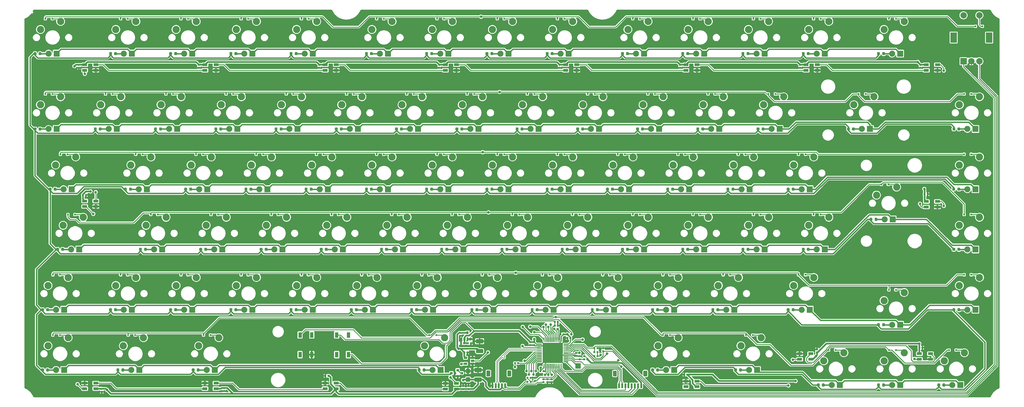
<source format=gbr>
G04 #@! TF.GenerationSoftware,KiCad,Pcbnew,(5.1.5)-3*
G04 #@! TF.CreationDate,2020-04-27T21:09:27+02:00*
G04 #@! TF.ProjectId,isometria-75-pcb-iso,69736f6d-6574-4726-9961-2d37352d7063,rev?*
G04 #@! TF.SameCoordinates,Original*
G04 #@! TF.FileFunction,Copper,L2,Bot*
G04 #@! TF.FilePolarity,Positive*
%FSLAX46Y46*%
G04 Gerber Fmt 4.6, Leading zero omitted, Abs format (unit mm)*
G04 Created by KiCad (PCBNEW (5.1.5)-3) date 2020-04-27 21:09:27*
%MOMM*%
%LPD*%
G04 APERTURE LIST*
%ADD10C,0.100000*%
%ADD11R,1.600000X0.850000*%
%ADD12C,2.250000*%
%ADD13C,1.905000*%
%ADD14R,1.905000X1.905000*%
%ADD15R,1.700000X1.700000*%
%ADD16R,1.060000X0.650000*%
%ADD17R,1.100000X1.800000*%
%ADD18R,0.800000X0.900000*%
%ADD19R,0.900000X0.800000*%
%ADD20C,2.000000*%
%ADD21R,2.000000X3.200000*%
%ADD22R,2.000000X2.000000*%
%ADD23R,0.500000X0.500000*%
%ADD24C,0.800000*%
%ADD25C,0.254000*%
%ADD26C,0.381000*%
%ADD27C,0.508000*%
%ADD28C,0.304800*%
%ADD29C,0.190500*%
G04 APERTURE END LIST*
G04 #@! TA.AperFunction,SMDPad,CuDef*
D10*
G36*
X128583958Y-93789710D02*
G01*
X128598276Y-93791834D01*
X128612317Y-93795351D01*
X128625946Y-93800228D01*
X128639031Y-93806417D01*
X128651447Y-93813858D01*
X128663073Y-93822481D01*
X128673798Y-93832202D01*
X128683519Y-93842927D01*
X128692142Y-93854553D01*
X128699583Y-93866969D01*
X128705772Y-93880054D01*
X128710649Y-93893683D01*
X128714166Y-93907724D01*
X128716290Y-93922042D01*
X128717000Y-93936500D01*
X128717000Y-94231500D01*
X128716290Y-94245958D01*
X128714166Y-94260276D01*
X128710649Y-94274317D01*
X128705772Y-94287946D01*
X128699583Y-94301031D01*
X128692142Y-94313447D01*
X128683519Y-94325073D01*
X128673798Y-94335798D01*
X128663073Y-94345519D01*
X128651447Y-94354142D01*
X128639031Y-94361583D01*
X128625946Y-94367772D01*
X128612317Y-94372649D01*
X128598276Y-94376166D01*
X128583958Y-94378290D01*
X128569500Y-94379000D01*
X128224500Y-94379000D01*
X128210042Y-94378290D01*
X128195724Y-94376166D01*
X128181683Y-94372649D01*
X128168054Y-94367772D01*
X128154969Y-94361583D01*
X128142553Y-94354142D01*
X128130927Y-94345519D01*
X128120202Y-94335798D01*
X128110481Y-94325073D01*
X128101858Y-94313447D01*
X128094417Y-94301031D01*
X128088228Y-94287946D01*
X128083351Y-94274317D01*
X128079834Y-94260276D01*
X128077710Y-94245958D01*
X128077000Y-94231500D01*
X128077000Y-93936500D01*
X128077710Y-93922042D01*
X128079834Y-93907724D01*
X128083351Y-93893683D01*
X128088228Y-93880054D01*
X128094417Y-93866969D01*
X128101858Y-93854553D01*
X128110481Y-93842927D01*
X128120202Y-93832202D01*
X128130927Y-93822481D01*
X128142553Y-93813858D01*
X128154969Y-93806417D01*
X128168054Y-93800228D01*
X128181683Y-93795351D01*
X128195724Y-93791834D01*
X128210042Y-93789710D01*
X128224500Y-93789000D01*
X128569500Y-93789000D01*
X128583958Y-93789710D01*
G37*
G04 #@! TD.AperFunction*
G04 #@! TA.AperFunction,SMDPad,CuDef*
G36*
X128583958Y-92819710D02*
G01*
X128598276Y-92821834D01*
X128612317Y-92825351D01*
X128625946Y-92830228D01*
X128639031Y-92836417D01*
X128651447Y-92843858D01*
X128663073Y-92852481D01*
X128673798Y-92862202D01*
X128683519Y-92872927D01*
X128692142Y-92884553D01*
X128699583Y-92896969D01*
X128705772Y-92910054D01*
X128710649Y-92923683D01*
X128714166Y-92937724D01*
X128716290Y-92952042D01*
X128717000Y-92966500D01*
X128717000Y-93261500D01*
X128716290Y-93275958D01*
X128714166Y-93290276D01*
X128710649Y-93304317D01*
X128705772Y-93317946D01*
X128699583Y-93331031D01*
X128692142Y-93343447D01*
X128683519Y-93355073D01*
X128673798Y-93365798D01*
X128663073Y-93375519D01*
X128651447Y-93384142D01*
X128639031Y-93391583D01*
X128625946Y-93397772D01*
X128612317Y-93402649D01*
X128598276Y-93406166D01*
X128583958Y-93408290D01*
X128569500Y-93409000D01*
X128224500Y-93409000D01*
X128210042Y-93408290D01*
X128195724Y-93406166D01*
X128181683Y-93402649D01*
X128168054Y-93397772D01*
X128154969Y-93391583D01*
X128142553Y-93384142D01*
X128130927Y-93375519D01*
X128120202Y-93365798D01*
X128110481Y-93355073D01*
X128101858Y-93343447D01*
X128094417Y-93331031D01*
X128088228Y-93317946D01*
X128083351Y-93304317D01*
X128079834Y-93290276D01*
X128077710Y-93275958D01*
X128077000Y-93261500D01*
X128077000Y-92966500D01*
X128077710Y-92952042D01*
X128079834Y-92937724D01*
X128083351Y-92923683D01*
X128088228Y-92910054D01*
X128094417Y-92896969D01*
X128101858Y-92884553D01*
X128110481Y-92872927D01*
X128120202Y-92862202D01*
X128130927Y-92852481D01*
X128142553Y-92843858D01*
X128154969Y-92836417D01*
X128168054Y-92830228D01*
X128181683Y-92825351D01*
X128195724Y-92821834D01*
X128210042Y-92819710D01*
X128224500Y-92819000D01*
X128569500Y-92819000D01*
X128583958Y-92819710D01*
G37*
G04 #@! TD.AperFunction*
G04 #@! TA.AperFunction,SMDPad,CuDef*
G36*
X132091958Y-96073710D02*
G01*
X132106276Y-96075834D01*
X132120317Y-96079351D01*
X132133946Y-96084228D01*
X132147031Y-96090417D01*
X132159447Y-96097858D01*
X132171073Y-96106481D01*
X132181798Y-96116202D01*
X132191519Y-96126927D01*
X132200142Y-96138553D01*
X132207583Y-96150969D01*
X132213772Y-96164054D01*
X132218649Y-96177683D01*
X132222166Y-96191724D01*
X132224290Y-96206042D01*
X132225000Y-96220500D01*
X132225000Y-96565500D01*
X132224290Y-96579958D01*
X132222166Y-96594276D01*
X132218649Y-96608317D01*
X132213772Y-96621946D01*
X132207583Y-96635031D01*
X132200142Y-96647447D01*
X132191519Y-96659073D01*
X132181798Y-96669798D01*
X132171073Y-96679519D01*
X132159447Y-96688142D01*
X132147031Y-96695583D01*
X132133946Y-96701772D01*
X132120317Y-96706649D01*
X132106276Y-96710166D01*
X132091958Y-96712290D01*
X132077500Y-96713000D01*
X131782500Y-96713000D01*
X131768042Y-96712290D01*
X131753724Y-96710166D01*
X131739683Y-96706649D01*
X131726054Y-96701772D01*
X131712969Y-96695583D01*
X131700553Y-96688142D01*
X131688927Y-96679519D01*
X131678202Y-96669798D01*
X131668481Y-96659073D01*
X131659858Y-96647447D01*
X131652417Y-96635031D01*
X131646228Y-96621946D01*
X131641351Y-96608317D01*
X131637834Y-96594276D01*
X131635710Y-96579958D01*
X131635000Y-96565500D01*
X131635000Y-96220500D01*
X131635710Y-96206042D01*
X131637834Y-96191724D01*
X131641351Y-96177683D01*
X131646228Y-96164054D01*
X131652417Y-96150969D01*
X131659858Y-96138553D01*
X131668481Y-96126927D01*
X131678202Y-96116202D01*
X131688927Y-96106481D01*
X131700553Y-96097858D01*
X131712969Y-96090417D01*
X131726054Y-96084228D01*
X131739683Y-96079351D01*
X131753724Y-96075834D01*
X131768042Y-96073710D01*
X131782500Y-96073000D01*
X132077500Y-96073000D01*
X132091958Y-96073710D01*
G37*
G04 #@! TD.AperFunction*
G04 #@! TA.AperFunction,SMDPad,CuDef*
G36*
X131121958Y-96073710D02*
G01*
X131136276Y-96075834D01*
X131150317Y-96079351D01*
X131163946Y-96084228D01*
X131177031Y-96090417D01*
X131189447Y-96097858D01*
X131201073Y-96106481D01*
X131211798Y-96116202D01*
X131221519Y-96126927D01*
X131230142Y-96138553D01*
X131237583Y-96150969D01*
X131243772Y-96164054D01*
X131248649Y-96177683D01*
X131252166Y-96191724D01*
X131254290Y-96206042D01*
X131255000Y-96220500D01*
X131255000Y-96565500D01*
X131254290Y-96579958D01*
X131252166Y-96594276D01*
X131248649Y-96608317D01*
X131243772Y-96621946D01*
X131237583Y-96635031D01*
X131230142Y-96647447D01*
X131221519Y-96659073D01*
X131211798Y-96669798D01*
X131201073Y-96679519D01*
X131189447Y-96688142D01*
X131177031Y-96695583D01*
X131163946Y-96701772D01*
X131150317Y-96706649D01*
X131136276Y-96710166D01*
X131121958Y-96712290D01*
X131107500Y-96713000D01*
X130812500Y-96713000D01*
X130798042Y-96712290D01*
X130783724Y-96710166D01*
X130769683Y-96706649D01*
X130756054Y-96701772D01*
X130742969Y-96695583D01*
X130730553Y-96688142D01*
X130718927Y-96679519D01*
X130708202Y-96669798D01*
X130698481Y-96659073D01*
X130689858Y-96647447D01*
X130682417Y-96635031D01*
X130676228Y-96621946D01*
X130671351Y-96608317D01*
X130667834Y-96594276D01*
X130665710Y-96579958D01*
X130665000Y-96565500D01*
X130665000Y-96220500D01*
X130665710Y-96206042D01*
X130667834Y-96191724D01*
X130671351Y-96177683D01*
X130676228Y-96164054D01*
X130682417Y-96150969D01*
X130689858Y-96138553D01*
X130698481Y-96126927D01*
X130708202Y-96116202D01*
X130718927Y-96106481D01*
X130730553Y-96097858D01*
X130742969Y-96090417D01*
X130756054Y-96084228D01*
X130769683Y-96079351D01*
X130783724Y-96075834D01*
X130798042Y-96073710D01*
X130812500Y-96073000D01*
X131107500Y-96073000D01*
X131121958Y-96073710D01*
G37*
G04 #@! TD.AperFunction*
G04 #@! TA.AperFunction,SMDPad,CuDef*
G36*
X128962958Y-96073710D02*
G01*
X128977276Y-96075834D01*
X128991317Y-96079351D01*
X129004946Y-96084228D01*
X129018031Y-96090417D01*
X129030447Y-96097858D01*
X129042073Y-96106481D01*
X129052798Y-96116202D01*
X129062519Y-96126927D01*
X129071142Y-96138553D01*
X129078583Y-96150969D01*
X129084772Y-96164054D01*
X129089649Y-96177683D01*
X129093166Y-96191724D01*
X129095290Y-96206042D01*
X129096000Y-96220500D01*
X129096000Y-96565500D01*
X129095290Y-96579958D01*
X129093166Y-96594276D01*
X129089649Y-96608317D01*
X129084772Y-96621946D01*
X129078583Y-96635031D01*
X129071142Y-96647447D01*
X129062519Y-96659073D01*
X129052798Y-96669798D01*
X129042073Y-96679519D01*
X129030447Y-96688142D01*
X129018031Y-96695583D01*
X129004946Y-96701772D01*
X128991317Y-96706649D01*
X128977276Y-96710166D01*
X128962958Y-96712290D01*
X128948500Y-96713000D01*
X128653500Y-96713000D01*
X128639042Y-96712290D01*
X128624724Y-96710166D01*
X128610683Y-96706649D01*
X128597054Y-96701772D01*
X128583969Y-96695583D01*
X128571553Y-96688142D01*
X128559927Y-96679519D01*
X128549202Y-96669798D01*
X128539481Y-96659073D01*
X128530858Y-96647447D01*
X128523417Y-96635031D01*
X128517228Y-96621946D01*
X128512351Y-96608317D01*
X128508834Y-96594276D01*
X128506710Y-96579958D01*
X128506000Y-96565500D01*
X128506000Y-96220500D01*
X128506710Y-96206042D01*
X128508834Y-96191724D01*
X128512351Y-96177683D01*
X128517228Y-96164054D01*
X128523417Y-96150969D01*
X128530858Y-96138553D01*
X128539481Y-96126927D01*
X128549202Y-96116202D01*
X128559927Y-96106481D01*
X128571553Y-96097858D01*
X128583969Y-96090417D01*
X128597054Y-96084228D01*
X128610683Y-96079351D01*
X128624724Y-96075834D01*
X128639042Y-96073710D01*
X128653500Y-96073000D01*
X128948500Y-96073000D01*
X128962958Y-96073710D01*
G37*
G04 #@! TD.AperFunction*
G04 #@! TA.AperFunction,SMDPad,CuDef*
G36*
X129932958Y-96073710D02*
G01*
X129947276Y-96075834D01*
X129961317Y-96079351D01*
X129974946Y-96084228D01*
X129988031Y-96090417D01*
X130000447Y-96097858D01*
X130012073Y-96106481D01*
X130022798Y-96116202D01*
X130032519Y-96126927D01*
X130041142Y-96138553D01*
X130048583Y-96150969D01*
X130054772Y-96164054D01*
X130059649Y-96177683D01*
X130063166Y-96191724D01*
X130065290Y-96206042D01*
X130066000Y-96220500D01*
X130066000Y-96565500D01*
X130065290Y-96579958D01*
X130063166Y-96594276D01*
X130059649Y-96608317D01*
X130054772Y-96621946D01*
X130048583Y-96635031D01*
X130041142Y-96647447D01*
X130032519Y-96659073D01*
X130022798Y-96669798D01*
X130012073Y-96679519D01*
X130000447Y-96688142D01*
X129988031Y-96695583D01*
X129974946Y-96701772D01*
X129961317Y-96706649D01*
X129947276Y-96710166D01*
X129932958Y-96712290D01*
X129918500Y-96713000D01*
X129623500Y-96713000D01*
X129609042Y-96712290D01*
X129594724Y-96710166D01*
X129580683Y-96706649D01*
X129567054Y-96701772D01*
X129553969Y-96695583D01*
X129541553Y-96688142D01*
X129529927Y-96679519D01*
X129519202Y-96669798D01*
X129509481Y-96659073D01*
X129500858Y-96647447D01*
X129493417Y-96635031D01*
X129487228Y-96621946D01*
X129482351Y-96608317D01*
X129478834Y-96594276D01*
X129476710Y-96579958D01*
X129476000Y-96565500D01*
X129476000Y-96220500D01*
X129476710Y-96206042D01*
X129478834Y-96191724D01*
X129482351Y-96177683D01*
X129487228Y-96164054D01*
X129493417Y-96150969D01*
X129500858Y-96138553D01*
X129509481Y-96126927D01*
X129519202Y-96116202D01*
X129529927Y-96106481D01*
X129541553Y-96097858D01*
X129553969Y-96090417D01*
X129567054Y-96084228D01*
X129580683Y-96079351D01*
X129594724Y-96075834D01*
X129609042Y-96073710D01*
X129623500Y-96073000D01*
X129918500Y-96073000D01*
X129932958Y-96073710D01*
G37*
G04 #@! TD.AperFunction*
G04 #@! TA.AperFunction,SMDPad,CuDef*
G36*
X131377958Y-109583710D02*
G01*
X131392276Y-109585834D01*
X131406317Y-109589351D01*
X131419946Y-109594228D01*
X131433031Y-109600417D01*
X131445447Y-109607858D01*
X131457073Y-109616481D01*
X131467798Y-109626202D01*
X131477519Y-109636927D01*
X131486142Y-109648553D01*
X131493583Y-109660969D01*
X131499772Y-109674054D01*
X131504649Y-109687683D01*
X131508166Y-109701724D01*
X131510290Y-109716042D01*
X131511000Y-109730500D01*
X131511000Y-110025500D01*
X131510290Y-110039958D01*
X131508166Y-110054276D01*
X131504649Y-110068317D01*
X131499772Y-110081946D01*
X131493583Y-110095031D01*
X131486142Y-110107447D01*
X131477519Y-110119073D01*
X131467798Y-110129798D01*
X131457073Y-110139519D01*
X131445447Y-110148142D01*
X131433031Y-110155583D01*
X131419946Y-110161772D01*
X131406317Y-110166649D01*
X131392276Y-110170166D01*
X131377958Y-110172290D01*
X131363500Y-110173000D01*
X131018500Y-110173000D01*
X131004042Y-110172290D01*
X130989724Y-110170166D01*
X130975683Y-110166649D01*
X130962054Y-110161772D01*
X130948969Y-110155583D01*
X130936553Y-110148142D01*
X130924927Y-110139519D01*
X130914202Y-110129798D01*
X130904481Y-110119073D01*
X130895858Y-110107447D01*
X130888417Y-110095031D01*
X130882228Y-110081946D01*
X130877351Y-110068317D01*
X130873834Y-110054276D01*
X130871710Y-110039958D01*
X130871000Y-110025500D01*
X130871000Y-109730500D01*
X130871710Y-109716042D01*
X130873834Y-109701724D01*
X130877351Y-109687683D01*
X130882228Y-109674054D01*
X130888417Y-109660969D01*
X130895858Y-109648553D01*
X130904481Y-109636927D01*
X130914202Y-109626202D01*
X130924927Y-109616481D01*
X130936553Y-109607858D01*
X130948969Y-109600417D01*
X130962054Y-109594228D01*
X130975683Y-109589351D01*
X130989724Y-109585834D01*
X131004042Y-109583710D01*
X131018500Y-109583000D01*
X131363500Y-109583000D01*
X131377958Y-109583710D01*
G37*
G04 #@! TD.AperFunction*
G04 #@! TA.AperFunction,SMDPad,CuDef*
G36*
X131377958Y-110553710D02*
G01*
X131392276Y-110555834D01*
X131406317Y-110559351D01*
X131419946Y-110564228D01*
X131433031Y-110570417D01*
X131445447Y-110577858D01*
X131457073Y-110586481D01*
X131467798Y-110596202D01*
X131477519Y-110606927D01*
X131486142Y-110618553D01*
X131493583Y-110630969D01*
X131499772Y-110644054D01*
X131504649Y-110657683D01*
X131508166Y-110671724D01*
X131510290Y-110686042D01*
X131511000Y-110700500D01*
X131511000Y-110995500D01*
X131510290Y-111009958D01*
X131508166Y-111024276D01*
X131504649Y-111038317D01*
X131499772Y-111051946D01*
X131493583Y-111065031D01*
X131486142Y-111077447D01*
X131477519Y-111089073D01*
X131467798Y-111099798D01*
X131457073Y-111109519D01*
X131445447Y-111118142D01*
X131433031Y-111125583D01*
X131419946Y-111131772D01*
X131406317Y-111136649D01*
X131392276Y-111140166D01*
X131377958Y-111142290D01*
X131363500Y-111143000D01*
X131018500Y-111143000D01*
X131004042Y-111142290D01*
X130989724Y-111140166D01*
X130975683Y-111136649D01*
X130962054Y-111131772D01*
X130948969Y-111125583D01*
X130936553Y-111118142D01*
X130924927Y-111109519D01*
X130914202Y-111099798D01*
X130904481Y-111089073D01*
X130895858Y-111077447D01*
X130888417Y-111065031D01*
X130882228Y-111051946D01*
X130877351Y-111038317D01*
X130873834Y-111024276D01*
X130871710Y-111009958D01*
X130871000Y-110995500D01*
X130871000Y-110700500D01*
X130871710Y-110686042D01*
X130873834Y-110671724D01*
X130877351Y-110657683D01*
X130882228Y-110644054D01*
X130888417Y-110630969D01*
X130895858Y-110618553D01*
X130904481Y-110606927D01*
X130914202Y-110596202D01*
X130924927Y-110586481D01*
X130936553Y-110577858D01*
X130948969Y-110570417D01*
X130962054Y-110564228D01*
X130975683Y-110559351D01*
X130989724Y-110555834D01*
X131004042Y-110553710D01*
X131018500Y-110553000D01*
X131363500Y-110553000D01*
X131377958Y-110553710D01*
G37*
G04 #@! TD.AperFunction*
G04 #@! TA.AperFunction,SMDPad,CuDef*
G36*
X241232958Y-98026710D02*
G01*
X241247276Y-98028834D01*
X241261317Y-98032351D01*
X241274946Y-98037228D01*
X241288031Y-98043417D01*
X241300447Y-98050858D01*
X241312073Y-98059481D01*
X241322798Y-98069202D01*
X241332519Y-98079927D01*
X241341142Y-98091553D01*
X241348583Y-98103969D01*
X241354772Y-98117054D01*
X241359649Y-98130683D01*
X241363166Y-98144724D01*
X241365290Y-98159042D01*
X241366000Y-98173500D01*
X241366000Y-98468500D01*
X241365290Y-98482958D01*
X241363166Y-98497276D01*
X241359649Y-98511317D01*
X241354772Y-98524946D01*
X241348583Y-98538031D01*
X241341142Y-98550447D01*
X241332519Y-98562073D01*
X241322798Y-98572798D01*
X241312073Y-98582519D01*
X241300447Y-98591142D01*
X241288031Y-98598583D01*
X241274946Y-98604772D01*
X241261317Y-98609649D01*
X241247276Y-98613166D01*
X241232958Y-98615290D01*
X241218500Y-98616000D01*
X240873500Y-98616000D01*
X240859042Y-98615290D01*
X240844724Y-98613166D01*
X240830683Y-98609649D01*
X240817054Y-98604772D01*
X240803969Y-98598583D01*
X240791553Y-98591142D01*
X240779927Y-98582519D01*
X240769202Y-98572798D01*
X240759481Y-98562073D01*
X240750858Y-98550447D01*
X240743417Y-98538031D01*
X240737228Y-98524946D01*
X240732351Y-98511317D01*
X240728834Y-98497276D01*
X240726710Y-98482958D01*
X240726000Y-98468500D01*
X240726000Y-98173500D01*
X240726710Y-98159042D01*
X240728834Y-98144724D01*
X240732351Y-98130683D01*
X240737228Y-98117054D01*
X240743417Y-98103969D01*
X240750858Y-98091553D01*
X240759481Y-98079927D01*
X240769202Y-98069202D01*
X240779927Y-98059481D01*
X240791553Y-98050858D01*
X240803969Y-98043417D01*
X240817054Y-98037228D01*
X240830683Y-98032351D01*
X240844724Y-98028834D01*
X240859042Y-98026710D01*
X240873500Y-98026000D01*
X241218500Y-98026000D01*
X241232958Y-98026710D01*
G37*
G04 #@! TD.AperFunction*
G04 #@! TA.AperFunction,SMDPad,CuDef*
G36*
X241232958Y-98996710D02*
G01*
X241247276Y-98998834D01*
X241261317Y-99002351D01*
X241274946Y-99007228D01*
X241288031Y-99013417D01*
X241300447Y-99020858D01*
X241312073Y-99029481D01*
X241322798Y-99039202D01*
X241332519Y-99049927D01*
X241341142Y-99061553D01*
X241348583Y-99073969D01*
X241354772Y-99087054D01*
X241359649Y-99100683D01*
X241363166Y-99114724D01*
X241365290Y-99129042D01*
X241366000Y-99143500D01*
X241366000Y-99438500D01*
X241365290Y-99452958D01*
X241363166Y-99467276D01*
X241359649Y-99481317D01*
X241354772Y-99494946D01*
X241348583Y-99508031D01*
X241341142Y-99520447D01*
X241332519Y-99532073D01*
X241322798Y-99542798D01*
X241312073Y-99552519D01*
X241300447Y-99561142D01*
X241288031Y-99568583D01*
X241274946Y-99574772D01*
X241261317Y-99579649D01*
X241247276Y-99583166D01*
X241232958Y-99585290D01*
X241218500Y-99586000D01*
X240873500Y-99586000D01*
X240859042Y-99585290D01*
X240844724Y-99583166D01*
X240830683Y-99579649D01*
X240817054Y-99574772D01*
X240803969Y-99568583D01*
X240791553Y-99561142D01*
X240779927Y-99552519D01*
X240769202Y-99542798D01*
X240759481Y-99532073D01*
X240750858Y-99520447D01*
X240743417Y-99508031D01*
X240737228Y-99494946D01*
X240732351Y-99481317D01*
X240728834Y-99467276D01*
X240726710Y-99452958D01*
X240726000Y-99438500D01*
X240726000Y-99143500D01*
X240726710Y-99129042D01*
X240728834Y-99114724D01*
X240732351Y-99100683D01*
X240737228Y-99087054D01*
X240743417Y-99073969D01*
X240750858Y-99061553D01*
X240759481Y-99049927D01*
X240769202Y-99039202D01*
X240779927Y-99029481D01*
X240791553Y-99020858D01*
X240803969Y-99013417D01*
X240817054Y-99007228D01*
X240830683Y-99002351D01*
X240844724Y-98998834D01*
X240859042Y-98996710D01*
X240873500Y-98996000D01*
X241218500Y-98996000D01*
X241232958Y-98996710D01*
G37*
G04 #@! TD.AperFunction*
D11*
X235581750Y-101459000D03*
X235581750Y-99709000D03*
X239081750Y-101459000D03*
X239081750Y-99709000D03*
D12*
X111790000Y-56670000D03*
X105440000Y-59210000D03*
D13*
X107980000Y-66830000D03*
D14*
X110520000Y-66830000D03*
D15*
X165735000Y-103530400D03*
D12*
X123665000Y-94670000D03*
X117315000Y-97210000D03*
D13*
X119855000Y-104830000D03*
D14*
X122395000Y-104830000D03*
G04 #@! TA.AperFunction,SMDPad,CuDef*
D10*
G36*
X131450005Y-104457204D02*
G01*
X131474273Y-104460804D01*
X131498072Y-104466765D01*
X131521171Y-104475030D01*
X131543350Y-104485520D01*
X131564393Y-104498132D01*
X131584099Y-104512747D01*
X131602277Y-104529223D01*
X131618753Y-104547401D01*
X131633368Y-104567107D01*
X131645980Y-104588150D01*
X131656470Y-104610329D01*
X131664735Y-104633428D01*
X131670696Y-104657227D01*
X131674296Y-104681495D01*
X131675500Y-104705999D01*
X131675500Y-105606001D01*
X131674296Y-105630505D01*
X131670696Y-105654773D01*
X131664735Y-105678572D01*
X131656470Y-105701671D01*
X131645980Y-105723850D01*
X131633368Y-105744893D01*
X131618753Y-105764599D01*
X131602277Y-105782777D01*
X131584099Y-105799253D01*
X131564393Y-105813868D01*
X131543350Y-105826480D01*
X131521171Y-105836970D01*
X131498072Y-105845235D01*
X131474273Y-105851196D01*
X131450005Y-105854796D01*
X131425501Y-105856000D01*
X130575499Y-105856000D01*
X130550995Y-105854796D01*
X130526727Y-105851196D01*
X130502928Y-105845235D01*
X130479829Y-105836970D01*
X130457650Y-105826480D01*
X130436607Y-105813868D01*
X130416901Y-105799253D01*
X130398723Y-105782777D01*
X130382247Y-105764599D01*
X130367632Y-105744893D01*
X130355020Y-105723850D01*
X130344530Y-105701671D01*
X130336265Y-105678572D01*
X130330304Y-105654773D01*
X130326704Y-105630505D01*
X130325500Y-105606001D01*
X130325500Y-104705999D01*
X130326704Y-104681495D01*
X130330304Y-104657227D01*
X130336265Y-104633428D01*
X130344530Y-104610329D01*
X130355020Y-104588150D01*
X130367632Y-104567107D01*
X130382247Y-104547401D01*
X130398723Y-104529223D01*
X130416901Y-104512747D01*
X130436607Y-104498132D01*
X130457650Y-104485520D01*
X130479829Y-104475030D01*
X130502928Y-104466765D01*
X130526727Y-104460804D01*
X130550995Y-104457204D01*
X130575499Y-104456000D01*
X131425501Y-104456000D01*
X131450005Y-104457204D01*
G37*
G04 #@! TD.AperFunction*
G04 #@! TA.AperFunction,SMDPad,CuDef*
G36*
X131450005Y-107157204D02*
G01*
X131474273Y-107160804D01*
X131498072Y-107166765D01*
X131521171Y-107175030D01*
X131543350Y-107185520D01*
X131564393Y-107198132D01*
X131584099Y-107212747D01*
X131602277Y-107229223D01*
X131618753Y-107247401D01*
X131633368Y-107267107D01*
X131645980Y-107288150D01*
X131656470Y-107310329D01*
X131664735Y-107333428D01*
X131670696Y-107357227D01*
X131674296Y-107381495D01*
X131675500Y-107405999D01*
X131675500Y-108306001D01*
X131674296Y-108330505D01*
X131670696Y-108354773D01*
X131664735Y-108378572D01*
X131656470Y-108401671D01*
X131645980Y-108423850D01*
X131633368Y-108444893D01*
X131618753Y-108464599D01*
X131602277Y-108482777D01*
X131584099Y-108499253D01*
X131564393Y-108513868D01*
X131543350Y-108526480D01*
X131521171Y-108536970D01*
X131498072Y-108545235D01*
X131474273Y-108551196D01*
X131450005Y-108554796D01*
X131425501Y-108556000D01*
X130575499Y-108556000D01*
X130550995Y-108554796D01*
X130526727Y-108551196D01*
X130502928Y-108545235D01*
X130479829Y-108536970D01*
X130457650Y-108526480D01*
X130436607Y-108513868D01*
X130416901Y-108499253D01*
X130398723Y-108482777D01*
X130382247Y-108464599D01*
X130367632Y-108444893D01*
X130355020Y-108423850D01*
X130344530Y-108401671D01*
X130336265Y-108378572D01*
X130330304Y-108354773D01*
X130326704Y-108330505D01*
X130325500Y-108306001D01*
X130325500Y-107405999D01*
X130326704Y-107381495D01*
X130330304Y-107357227D01*
X130336265Y-107333428D01*
X130344530Y-107310329D01*
X130355020Y-107288150D01*
X130367632Y-107267107D01*
X130382247Y-107247401D01*
X130398723Y-107229223D01*
X130416901Y-107212747D01*
X130436607Y-107198132D01*
X130457650Y-107185520D01*
X130479829Y-107175030D01*
X130502928Y-107166765D01*
X130526727Y-107160804D01*
X130550995Y-107157204D01*
X130575499Y-107156000D01*
X131425501Y-107156000D01*
X131450005Y-107157204D01*
G37*
G04 #@! TD.AperFunction*
G04 #@! TA.AperFunction,SMDPad,CuDef*
G36*
X135620305Y-95134004D02*
G01*
X135644573Y-95137604D01*
X135668372Y-95143565D01*
X135691471Y-95151830D01*
X135713650Y-95162320D01*
X135734693Y-95174932D01*
X135754399Y-95189547D01*
X135772577Y-95206023D01*
X135789053Y-95224201D01*
X135803668Y-95243907D01*
X135816280Y-95264950D01*
X135826770Y-95287129D01*
X135835035Y-95310228D01*
X135840996Y-95334027D01*
X135844596Y-95358295D01*
X135845800Y-95382799D01*
X135845800Y-96207801D01*
X135844596Y-96232305D01*
X135840996Y-96256573D01*
X135835035Y-96280372D01*
X135826770Y-96303471D01*
X135816280Y-96325650D01*
X135803668Y-96346693D01*
X135789053Y-96366399D01*
X135772577Y-96384577D01*
X135754399Y-96401053D01*
X135734693Y-96415668D01*
X135713650Y-96428280D01*
X135691471Y-96438770D01*
X135668372Y-96447035D01*
X135644573Y-96452996D01*
X135620305Y-96456596D01*
X135595801Y-96457800D01*
X133745799Y-96457800D01*
X133721295Y-96456596D01*
X133697027Y-96452996D01*
X133673228Y-96447035D01*
X133650129Y-96438770D01*
X133627950Y-96428280D01*
X133606907Y-96415668D01*
X133587201Y-96401053D01*
X133569023Y-96384577D01*
X133552547Y-96366399D01*
X133537932Y-96346693D01*
X133525320Y-96325650D01*
X133514830Y-96303471D01*
X133506565Y-96280372D01*
X133500604Y-96256573D01*
X133497004Y-96232305D01*
X133495800Y-96207801D01*
X133495800Y-95382799D01*
X133497004Y-95358295D01*
X133500604Y-95334027D01*
X133506565Y-95310228D01*
X133514830Y-95287129D01*
X133525320Y-95264950D01*
X133537932Y-95243907D01*
X133552547Y-95224201D01*
X133569023Y-95206023D01*
X133587201Y-95189547D01*
X133606907Y-95174932D01*
X133627950Y-95162320D01*
X133650129Y-95151830D01*
X133673228Y-95143565D01*
X133697027Y-95137604D01*
X133721295Y-95134004D01*
X133745799Y-95132800D01*
X135595801Y-95132800D01*
X135620305Y-95134004D01*
G37*
G04 #@! TD.AperFunction*
G04 #@! TA.AperFunction,SMDPad,CuDef*
G36*
X135620305Y-98209004D02*
G01*
X135644573Y-98212604D01*
X135668372Y-98218565D01*
X135691471Y-98226830D01*
X135713650Y-98237320D01*
X135734693Y-98249932D01*
X135754399Y-98264547D01*
X135772577Y-98281023D01*
X135789053Y-98299201D01*
X135803668Y-98318907D01*
X135816280Y-98339950D01*
X135826770Y-98362129D01*
X135835035Y-98385228D01*
X135840996Y-98409027D01*
X135844596Y-98433295D01*
X135845800Y-98457799D01*
X135845800Y-99282801D01*
X135844596Y-99307305D01*
X135840996Y-99331573D01*
X135835035Y-99355372D01*
X135826770Y-99378471D01*
X135816280Y-99400650D01*
X135803668Y-99421693D01*
X135789053Y-99441399D01*
X135772577Y-99459577D01*
X135754399Y-99476053D01*
X135734693Y-99490668D01*
X135713650Y-99503280D01*
X135691471Y-99513770D01*
X135668372Y-99522035D01*
X135644573Y-99527996D01*
X135620305Y-99531596D01*
X135595801Y-99532800D01*
X133745799Y-99532800D01*
X133721295Y-99531596D01*
X133697027Y-99527996D01*
X133673228Y-99522035D01*
X133650129Y-99513770D01*
X133627950Y-99503280D01*
X133606907Y-99490668D01*
X133587201Y-99476053D01*
X133569023Y-99459577D01*
X133552547Y-99441399D01*
X133537932Y-99421693D01*
X133525320Y-99400650D01*
X133514830Y-99378471D01*
X133506565Y-99355372D01*
X133500604Y-99331573D01*
X133497004Y-99307305D01*
X133495800Y-99282801D01*
X133495800Y-98457799D01*
X133497004Y-98433295D01*
X133500604Y-98409027D01*
X133506565Y-98385228D01*
X133514830Y-98362129D01*
X133525320Y-98339950D01*
X133537932Y-98318907D01*
X133552547Y-98299201D01*
X133569023Y-98281023D01*
X133587201Y-98264547D01*
X133606907Y-98249932D01*
X133627950Y-98237320D01*
X133650129Y-98226830D01*
X133673228Y-98218565D01*
X133697027Y-98212604D01*
X133721295Y-98209004D01*
X133745799Y-98207800D01*
X135595801Y-98207800D01*
X135620305Y-98209004D01*
G37*
G04 #@! TD.AperFunction*
G04 #@! TA.AperFunction,SMDPad,CuDef*
G36*
X135125005Y-104163704D02*
G01*
X135149273Y-104167304D01*
X135173072Y-104173265D01*
X135196171Y-104181530D01*
X135218350Y-104192020D01*
X135239393Y-104204632D01*
X135259099Y-104219247D01*
X135277277Y-104235723D01*
X135293753Y-104253901D01*
X135308368Y-104273607D01*
X135320980Y-104294650D01*
X135331470Y-104316829D01*
X135339735Y-104339928D01*
X135345696Y-104363727D01*
X135349296Y-104387995D01*
X135350500Y-104412499D01*
X135350500Y-105237501D01*
X135349296Y-105262005D01*
X135345696Y-105286273D01*
X135339735Y-105310072D01*
X135331470Y-105333171D01*
X135320980Y-105355350D01*
X135308368Y-105376393D01*
X135293753Y-105396099D01*
X135277277Y-105414277D01*
X135259099Y-105430753D01*
X135239393Y-105445368D01*
X135218350Y-105457980D01*
X135196171Y-105468470D01*
X135173072Y-105476735D01*
X135149273Y-105482696D01*
X135125005Y-105486296D01*
X135100501Y-105487500D01*
X133250499Y-105487500D01*
X133225995Y-105486296D01*
X133201727Y-105482696D01*
X133177928Y-105476735D01*
X133154829Y-105468470D01*
X133132650Y-105457980D01*
X133111607Y-105445368D01*
X133091901Y-105430753D01*
X133073723Y-105414277D01*
X133057247Y-105396099D01*
X133042632Y-105376393D01*
X133030020Y-105355350D01*
X133019530Y-105333171D01*
X133011265Y-105310072D01*
X133005304Y-105286273D01*
X133001704Y-105262005D01*
X133000500Y-105237501D01*
X133000500Y-104412499D01*
X133001704Y-104387995D01*
X133005304Y-104363727D01*
X133011265Y-104339928D01*
X133019530Y-104316829D01*
X133030020Y-104294650D01*
X133042632Y-104273607D01*
X133057247Y-104253901D01*
X133073723Y-104235723D01*
X133091901Y-104219247D01*
X133111607Y-104204632D01*
X133132650Y-104192020D01*
X133154829Y-104181530D01*
X133177928Y-104173265D01*
X133201727Y-104167304D01*
X133225995Y-104163704D01*
X133250499Y-104162500D01*
X135100501Y-104162500D01*
X135125005Y-104163704D01*
G37*
G04 #@! TD.AperFunction*
G04 #@! TA.AperFunction,SMDPad,CuDef*
G36*
X135125005Y-107238704D02*
G01*
X135149273Y-107242304D01*
X135173072Y-107248265D01*
X135196171Y-107256530D01*
X135218350Y-107267020D01*
X135239393Y-107279632D01*
X135259099Y-107294247D01*
X135277277Y-107310723D01*
X135293753Y-107328901D01*
X135308368Y-107348607D01*
X135320980Y-107369650D01*
X135331470Y-107391829D01*
X135339735Y-107414928D01*
X135345696Y-107438727D01*
X135349296Y-107462995D01*
X135350500Y-107487499D01*
X135350500Y-108312501D01*
X135349296Y-108337005D01*
X135345696Y-108361273D01*
X135339735Y-108385072D01*
X135331470Y-108408171D01*
X135320980Y-108430350D01*
X135308368Y-108451393D01*
X135293753Y-108471099D01*
X135277277Y-108489277D01*
X135259099Y-108505753D01*
X135239393Y-108520368D01*
X135218350Y-108532980D01*
X135196171Y-108543470D01*
X135173072Y-108551735D01*
X135149273Y-108557696D01*
X135125005Y-108561296D01*
X135100501Y-108562500D01*
X133250499Y-108562500D01*
X133225995Y-108561296D01*
X133201727Y-108557696D01*
X133177928Y-108551735D01*
X133154829Y-108543470D01*
X133132650Y-108532980D01*
X133111607Y-108520368D01*
X133091901Y-108505753D01*
X133073723Y-108489277D01*
X133057247Y-108471099D01*
X133042632Y-108451393D01*
X133030020Y-108430350D01*
X133019530Y-108408171D01*
X133011265Y-108385072D01*
X133005304Y-108361273D01*
X133001704Y-108337005D01*
X133000500Y-108312501D01*
X133000500Y-107487499D01*
X133001704Y-107462995D01*
X133005304Y-107438727D01*
X133011265Y-107414928D01*
X133019530Y-107391829D01*
X133030020Y-107369650D01*
X133042632Y-107348607D01*
X133057247Y-107328901D01*
X133073723Y-107310723D01*
X133091901Y-107294247D01*
X133111607Y-107279632D01*
X133132650Y-107267020D01*
X133154829Y-107256530D01*
X133177928Y-107248265D01*
X133201727Y-107242304D01*
X133225995Y-107238704D01*
X133250499Y-107237500D01*
X135100501Y-107237500D01*
X135125005Y-107238704D01*
G37*
G04 #@! TD.AperFunction*
G04 #@! TA.AperFunction,SMDPad,CuDef*
G36*
X173795958Y-98615710D02*
G01*
X173810276Y-98617834D01*
X173824317Y-98621351D01*
X173837946Y-98626228D01*
X173851031Y-98632417D01*
X173863447Y-98639858D01*
X173875073Y-98648481D01*
X173885798Y-98658202D01*
X173895519Y-98668927D01*
X173904142Y-98680553D01*
X173911583Y-98692969D01*
X173917772Y-98706054D01*
X173922649Y-98719683D01*
X173926166Y-98733724D01*
X173928290Y-98748042D01*
X173929000Y-98762500D01*
X173929000Y-99057500D01*
X173928290Y-99071958D01*
X173926166Y-99086276D01*
X173922649Y-99100317D01*
X173917772Y-99113946D01*
X173911583Y-99127031D01*
X173904142Y-99139447D01*
X173895519Y-99151073D01*
X173885798Y-99161798D01*
X173875073Y-99171519D01*
X173863447Y-99180142D01*
X173851031Y-99187583D01*
X173837946Y-99193772D01*
X173824317Y-99198649D01*
X173810276Y-99202166D01*
X173795958Y-99204290D01*
X173781500Y-99205000D01*
X173436500Y-99205000D01*
X173422042Y-99204290D01*
X173407724Y-99202166D01*
X173393683Y-99198649D01*
X173380054Y-99193772D01*
X173366969Y-99187583D01*
X173354553Y-99180142D01*
X173342927Y-99171519D01*
X173332202Y-99161798D01*
X173322481Y-99151073D01*
X173313858Y-99139447D01*
X173306417Y-99127031D01*
X173300228Y-99113946D01*
X173295351Y-99100317D01*
X173291834Y-99086276D01*
X173289710Y-99071958D01*
X173289000Y-99057500D01*
X173289000Y-98762500D01*
X173289710Y-98748042D01*
X173291834Y-98733724D01*
X173295351Y-98719683D01*
X173300228Y-98706054D01*
X173306417Y-98692969D01*
X173313858Y-98680553D01*
X173322481Y-98668927D01*
X173332202Y-98658202D01*
X173342927Y-98648481D01*
X173354553Y-98639858D01*
X173366969Y-98632417D01*
X173380054Y-98626228D01*
X173393683Y-98621351D01*
X173407724Y-98617834D01*
X173422042Y-98615710D01*
X173436500Y-98615000D01*
X173781500Y-98615000D01*
X173795958Y-98615710D01*
G37*
G04 #@! TD.AperFunction*
G04 #@! TA.AperFunction,SMDPad,CuDef*
G36*
X173795958Y-97645710D02*
G01*
X173810276Y-97647834D01*
X173824317Y-97651351D01*
X173837946Y-97656228D01*
X173851031Y-97662417D01*
X173863447Y-97669858D01*
X173875073Y-97678481D01*
X173885798Y-97688202D01*
X173895519Y-97698927D01*
X173904142Y-97710553D01*
X173911583Y-97722969D01*
X173917772Y-97736054D01*
X173922649Y-97749683D01*
X173926166Y-97763724D01*
X173928290Y-97778042D01*
X173929000Y-97792500D01*
X173929000Y-98087500D01*
X173928290Y-98101958D01*
X173926166Y-98116276D01*
X173922649Y-98130317D01*
X173917772Y-98143946D01*
X173911583Y-98157031D01*
X173904142Y-98169447D01*
X173895519Y-98181073D01*
X173885798Y-98191798D01*
X173875073Y-98201519D01*
X173863447Y-98210142D01*
X173851031Y-98217583D01*
X173837946Y-98223772D01*
X173824317Y-98228649D01*
X173810276Y-98232166D01*
X173795958Y-98234290D01*
X173781500Y-98235000D01*
X173436500Y-98235000D01*
X173422042Y-98234290D01*
X173407724Y-98232166D01*
X173393683Y-98228649D01*
X173380054Y-98223772D01*
X173366969Y-98217583D01*
X173354553Y-98210142D01*
X173342927Y-98201519D01*
X173332202Y-98191798D01*
X173322481Y-98181073D01*
X173313858Y-98169447D01*
X173306417Y-98157031D01*
X173300228Y-98143946D01*
X173295351Y-98130317D01*
X173291834Y-98116276D01*
X173289710Y-98101958D01*
X173289000Y-98087500D01*
X173289000Y-97792500D01*
X173289710Y-97778042D01*
X173291834Y-97763724D01*
X173295351Y-97749683D01*
X173300228Y-97736054D01*
X173306417Y-97722969D01*
X173313858Y-97710553D01*
X173322481Y-97698927D01*
X173332202Y-97688202D01*
X173342927Y-97678481D01*
X173354553Y-97669858D01*
X173366969Y-97662417D01*
X173380054Y-97656228D01*
X173393683Y-97651351D01*
X173407724Y-97647834D01*
X173422042Y-97645710D01*
X173436500Y-97645000D01*
X173781500Y-97645000D01*
X173795958Y-97645710D01*
G37*
G04 #@! TD.AperFunction*
G04 #@! TA.AperFunction,SMDPad,CuDef*
G36*
X171969958Y-97597710D02*
G01*
X171984276Y-97599834D01*
X171998317Y-97603351D01*
X172011946Y-97608228D01*
X172025031Y-97614417D01*
X172037447Y-97621858D01*
X172049073Y-97630481D01*
X172059798Y-97640202D01*
X172069519Y-97650927D01*
X172078142Y-97662553D01*
X172085583Y-97674969D01*
X172091772Y-97688054D01*
X172096649Y-97701683D01*
X172100166Y-97715724D01*
X172102290Y-97730042D01*
X172103000Y-97744500D01*
X172103000Y-98089500D01*
X172102290Y-98103958D01*
X172100166Y-98118276D01*
X172096649Y-98132317D01*
X172091772Y-98145946D01*
X172085583Y-98159031D01*
X172078142Y-98171447D01*
X172069519Y-98183073D01*
X172059798Y-98193798D01*
X172049073Y-98203519D01*
X172037447Y-98212142D01*
X172025031Y-98219583D01*
X172011946Y-98225772D01*
X171998317Y-98230649D01*
X171984276Y-98234166D01*
X171969958Y-98236290D01*
X171955500Y-98237000D01*
X171660500Y-98237000D01*
X171646042Y-98236290D01*
X171631724Y-98234166D01*
X171617683Y-98230649D01*
X171604054Y-98225772D01*
X171590969Y-98219583D01*
X171578553Y-98212142D01*
X171566927Y-98203519D01*
X171556202Y-98193798D01*
X171546481Y-98183073D01*
X171537858Y-98171447D01*
X171530417Y-98159031D01*
X171524228Y-98145946D01*
X171519351Y-98132317D01*
X171515834Y-98118276D01*
X171513710Y-98103958D01*
X171513000Y-98089500D01*
X171513000Y-97744500D01*
X171513710Y-97730042D01*
X171515834Y-97715724D01*
X171519351Y-97701683D01*
X171524228Y-97688054D01*
X171530417Y-97674969D01*
X171537858Y-97662553D01*
X171546481Y-97650927D01*
X171556202Y-97640202D01*
X171566927Y-97630481D01*
X171578553Y-97621858D01*
X171590969Y-97614417D01*
X171604054Y-97608228D01*
X171617683Y-97603351D01*
X171631724Y-97599834D01*
X171646042Y-97597710D01*
X171660500Y-97597000D01*
X171955500Y-97597000D01*
X171969958Y-97597710D01*
G37*
G04 #@! TD.AperFunction*
G04 #@! TA.AperFunction,SMDPad,CuDef*
G36*
X170999958Y-97597710D02*
G01*
X171014276Y-97599834D01*
X171028317Y-97603351D01*
X171041946Y-97608228D01*
X171055031Y-97614417D01*
X171067447Y-97621858D01*
X171079073Y-97630481D01*
X171089798Y-97640202D01*
X171099519Y-97650927D01*
X171108142Y-97662553D01*
X171115583Y-97674969D01*
X171121772Y-97688054D01*
X171126649Y-97701683D01*
X171130166Y-97715724D01*
X171132290Y-97730042D01*
X171133000Y-97744500D01*
X171133000Y-98089500D01*
X171132290Y-98103958D01*
X171130166Y-98118276D01*
X171126649Y-98132317D01*
X171121772Y-98145946D01*
X171115583Y-98159031D01*
X171108142Y-98171447D01*
X171099519Y-98183073D01*
X171089798Y-98193798D01*
X171079073Y-98203519D01*
X171067447Y-98212142D01*
X171055031Y-98219583D01*
X171041946Y-98225772D01*
X171028317Y-98230649D01*
X171014276Y-98234166D01*
X170999958Y-98236290D01*
X170985500Y-98237000D01*
X170690500Y-98237000D01*
X170676042Y-98236290D01*
X170661724Y-98234166D01*
X170647683Y-98230649D01*
X170634054Y-98225772D01*
X170620969Y-98219583D01*
X170608553Y-98212142D01*
X170596927Y-98203519D01*
X170586202Y-98193798D01*
X170576481Y-98183073D01*
X170567858Y-98171447D01*
X170560417Y-98159031D01*
X170554228Y-98145946D01*
X170549351Y-98132317D01*
X170545834Y-98118276D01*
X170543710Y-98103958D01*
X170543000Y-98089500D01*
X170543000Y-97744500D01*
X170543710Y-97730042D01*
X170545834Y-97715724D01*
X170549351Y-97701683D01*
X170554228Y-97688054D01*
X170560417Y-97674969D01*
X170567858Y-97662553D01*
X170576481Y-97650927D01*
X170586202Y-97640202D01*
X170596927Y-97630481D01*
X170608553Y-97621858D01*
X170620969Y-97614417D01*
X170634054Y-97608228D01*
X170647683Y-97603351D01*
X170661724Y-97599834D01*
X170676042Y-97597710D01*
X170690500Y-97597000D01*
X170985500Y-97597000D01*
X170999958Y-97597710D01*
G37*
G04 #@! TD.AperFunction*
G04 #@! TA.AperFunction,SMDPad,CuDef*
G36*
X170999958Y-100137710D02*
G01*
X171014276Y-100139834D01*
X171028317Y-100143351D01*
X171041946Y-100148228D01*
X171055031Y-100154417D01*
X171067447Y-100161858D01*
X171079073Y-100170481D01*
X171089798Y-100180202D01*
X171099519Y-100190927D01*
X171108142Y-100202553D01*
X171115583Y-100214969D01*
X171121772Y-100228054D01*
X171126649Y-100241683D01*
X171130166Y-100255724D01*
X171132290Y-100270042D01*
X171133000Y-100284500D01*
X171133000Y-100629500D01*
X171132290Y-100643958D01*
X171130166Y-100658276D01*
X171126649Y-100672317D01*
X171121772Y-100685946D01*
X171115583Y-100699031D01*
X171108142Y-100711447D01*
X171099519Y-100723073D01*
X171089798Y-100733798D01*
X171079073Y-100743519D01*
X171067447Y-100752142D01*
X171055031Y-100759583D01*
X171041946Y-100765772D01*
X171028317Y-100770649D01*
X171014276Y-100774166D01*
X170999958Y-100776290D01*
X170985500Y-100777000D01*
X170690500Y-100777000D01*
X170676042Y-100776290D01*
X170661724Y-100774166D01*
X170647683Y-100770649D01*
X170634054Y-100765772D01*
X170620969Y-100759583D01*
X170608553Y-100752142D01*
X170596927Y-100743519D01*
X170586202Y-100733798D01*
X170576481Y-100723073D01*
X170567858Y-100711447D01*
X170560417Y-100699031D01*
X170554228Y-100685946D01*
X170549351Y-100672317D01*
X170545834Y-100658276D01*
X170543710Y-100643958D01*
X170543000Y-100629500D01*
X170543000Y-100284500D01*
X170543710Y-100270042D01*
X170545834Y-100255724D01*
X170549351Y-100241683D01*
X170554228Y-100228054D01*
X170560417Y-100214969D01*
X170567858Y-100202553D01*
X170576481Y-100190927D01*
X170586202Y-100180202D01*
X170596927Y-100170481D01*
X170608553Y-100161858D01*
X170620969Y-100154417D01*
X170634054Y-100148228D01*
X170647683Y-100143351D01*
X170661724Y-100139834D01*
X170676042Y-100137710D01*
X170690500Y-100137000D01*
X170985500Y-100137000D01*
X170999958Y-100137710D01*
G37*
G04 #@! TD.AperFunction*
G04 #@! TA.AperFunction,SMDPad,CuDef*
G36*
X171969958Y-100137710D02*
G01*
X171984276Y-100139834D01*
X171998317Y-100143351D01*
X172011946Y-100148228D01*
X172025031Y-100154417D01*
X172037447Y-100161858D01*
X172049073Y-100170481D01*
X172059798Y-100180202D01*
X172069519Y-100190927D01*
X172078142Y-100202553D01*
X172085583Y-100214969D01*
X172091772Y-100228054D01*
X172096649Y-100241683D01*
X172100166Y-100255724D01*
X172102290Y-100270042D01*
X172103000Y-100284500D01*
X172103000Y-100629500D01*
X172102290Y-100643958D01*
X172100166Y-100658276D01*
X172096649Y-100672317D01*
X172091772Y-100685946D01*
X172085583Y-100699031D01*
X172078142Y-100711447D01*
X172069519Y-100723073D01*
X172059798Y-100733798D01*
X172049073Y-100743519D01*
X172037447Y-100752142D01*
X172025031Y-100759583D01*
X172011946Y-100765772D01*
X171998317Y-100770649D01*
X171984276Y-100774166D01*
X171969958Y-100776290D01*
X171955500Y-100777000D01*
X171660500Y-100777000D01*
X171646042Y-100776290D01*
X171631724Y-100774166D01*
X171617683Y-100770649D01*
X171604054Y-100765772D01*
X171590969Y-100759583D01*
X171578553Y-100752142D01*
X171566927Y-100743519D01*
X171556202Y-100733798D01*
X171546481Y-100723073D01*
X171537858Y-100711447D01*
X171530417Y-100699031D01*
X171524228Y-100685946D01*
X171519351Y-100672317D01*
X171515834Y-100658276D01*
X171513710Y-100643958D01*
X171513000Y-100629500D01*
X171513000Y-100284500D01*
X171513710Y-100270042D01*
X171515834Y-100255724D01*
X171519351Y-100241683D01*
X171524228Y-100228054D01*
X171530417Y-100214969D01*
X171537858Y-100202553D01*
X171546481Y-100190927D01*
X171556202Y-100180202D01*
X171566927Y-100170481D01*
X171578553Y-100161858D01*
X171590969Y-100154417D01*
X171604054Y-100148228D01*
X171617683Y-100143351D01*
X171631724Y-100139834D01*
X171646042Y-100137710D01*
X171660500Y-100137000D01*
X171955500Y-100137000D01*
X171969958Y-100137710D01*
G37*
G04 #@! TD.AperFunction*
G04 #@! TA.AperFunction,SMDPad,CuDef*
G36*
X171969958Y-98867710D02*
G01*
X171984276Y-98869834D01*
X171998317Y-98873351D01*
X172011946Y-98878228D01*
X172025031Y-98884417D01*
X172037447Y-98891858D01*
X172049073Y-98900481D01*
X172059798Y-98910202D01*
X172069519Y-98920927D01*
X172078142Y-98932553D01*
X172085583Y-98944969D01*
X172091772Y-98958054D01*
X172096649Y-98971683D01*
X172100166Y-98985724D01*
X172102290Y-99000042D01*
X172103000Y-99014500D01*
X172103000Y-99359500D01*
X172102290Y-99373958D01*
X172100166Y-99388276D01*
X172096649Y-99402317D01*
X172091772Y-99415946D01*
X172085583Y-99429031D01*
X172078142Y-99441447D01*
X172069519Y-99453073D01*
X172059798Y-99463798D01*
X172049073Y-99473519D01*
X172037447Y-99482142D01*
X172025031Y-99489583D01*
X172011946Y-99495772D01*
X171998317Y-99500649D01*
X171984276Y-99504166D01*
X171969958Y-99506290D01*
X171955500Y-99507000D01*
X171660500Y-99507000D01*
X171646042Y-99506290D01*
X171631724Y-99504166D01*
X171617683Y-99500649D01*
X171604054Y-99495772D01*
X171590969Y-99489583D01*
X171578553Y-99482142D01*
X171566927Y-99473519D01*
X171556202Y-99463798D01*
X171546481Y-99453073D01*
X171537858Y-99441447D01*
X171530417Y-99429031D01*
X171524228Y-99415946D01*
X171519351Y-99402317D01*
X171515834Y-99388276D01*
X171513710Y-99373958D01*
X171513000Y-99359500D01*
X171513000Y-99014500D01*
X171513710Y-99000042D01*
X171515834Y-98985724D01*
X171519351Y-98971683D01*
X171524228Y-98958054D01*
X171530417Y-98944969D01*
X171537858Y-98932553D01*
X171546481Y-98920927D01*
X171556202Y-98910202D01*
X171566927Y-98900481D01*
X171578553Y-98891858D01*
X171590969Y-98884417D01*
X171604054Y-98878228D01*
X171617683Y-98873351D01*
X171631724Y-98869834D01*
X171646042Y-98867710D01*
X171660500Y-98867000D01*
X171955500Y-98867000D01*
X171969958Y-98867710D01*
G37*
G04 #@! TD.AperFunction*
G04 #@! TA.AperFunction,SMDPad,CuDef*
G36*
X170999958Y-98867710D02*
G01*
X171014276Y-98869834D01*
X171028317Y-98873351D01*
X171041946Y-98878228D01*
X171055031Y-98884417D01*
X171067447Y-98891858D01*
X171079073Y-98900481D01*
X171089798Y-98910202D01*
X171099519Y-98920927D01*
X171108142Y-98932553D01*
X171115583Y-98944969D01*
X171121772Y-98958054D01*
X171126649Y-98971683D01*
X171130166Y-98985724D01*
X171132290Y-99000042D01*
X171133000Y-99014500D01*
X171133000Y-99359500D01*
X171132290Y-99373958D01*
X171130166Y-99388276D01*
X171126649Y-99402317D01*
X171121772Y-99415946D01*
X171115583Y-99429031D01*
X171108142Y-99441447D01*
X171099519Y-99453073D01*
X171089798Y-99463798D01*
X171079073Y-99473519D01*
X171067447Y-99482142D01*
X171055031Y-99489583D01*
X171041946Y-99495772D01*
X171028317Y-99500649D01*
X171014276Y-99504166D01*
X170999958Y-99506290D01*
X170985500Y-99507000D01*
X170690500Y-99507000D01*
X170676042Y-99506290D01*
X170661724Y-99504166D01*
X170647683Y-99500649D01*
X170634054Y-99495772D01*
X170620969Y-99489583D01*
X170608553Y-99482142D01*
X170596927Y-99473519D01*
X170586202Y-99463798D01*
X170576481Y-99453073D01*
X170567858Y-99441447D01*
X170560417Y-99429031D01*
X170554228Y-99415946D01*
X170549351Y-99402317D01*
X170545834Y-99388276D01*
X170543710Y-99373958D01*
X170543000Y-99359500D01*
X170543000Y-99014500D01*
X170543710Y-99000042D01*
X170545834Y-98985724D01*
X170549351Y-98971683D01*
X170554228Y-98958054D01*
X170560417Y-98944969D01*
X170567858Y-98932553D01*
X170576481Y-98920927D01*
X170586202Y-98910202D01*
X170596927Y-98900481D01*
X170608553Y-98891858D01*
X170620969Y-98884417D01*
X170634054Y-98878228D01*
X170647683Y-98873351D01*
X170661724Y-98869834D01*
X170676042Y-98867710D01*
X170690500Y-98867000D01*
X170985500Y-98867000D01*
X170999958Y-98867710D01*
G37*
G04 #@! TD.AperFunction*
G04 #@! TA.AperFunction,SMDPad,CuDef*
G36*
X187292505Y-105049204D02*
G01*
X187316773Y-105052804D01*
X187340572Y-105058765D01*
X187363671Y-105067030D01*
X187385850Y-105077520D01*
X187406893Y-105090132D01*
X187426599Y-105104747D01*
X187444777Y-105121223D01*
X187461253Y-105139401D01*
X187475868Y-105159107D01*
X187488480Y-105180150D01*
X187498970Y-105202329D01*
X187507235Y-105225428D01*
X187513196Y-105249227D01*
X187516796Y-105273495D01*
X187518000Y-105297999D01*
X187518000Y-106598001D01*
X187516796Y-106622505D01*
X187513196Y-106646773D01*
X187507235Y-106670572D01*
X187498970Y-106693671D01*
X187488480Y-106715850D01*
X187475868Y-106736893D01*
X187461253Y-106756599D01*
X187444777Y-106774777D01*
X187426599Y-106791253D01*
X187406893Y-106805868D01*
X187385850Y-106818480D01*
X187363671Y-106828970D01*
X187340572Y-106837235D01*
X187316773Y-106843196D01*
X187292505Y-106846796D01*
X187268001Y-106848000D01*
X186567999Y-106848000D01*
X186543495Y-106846796D01*
X186519227Y-106843196D01*
X186495428Y-106837235D01*
X186472329Y-106828970D01*
X186450150Y-106818480D01*
X186429107Y-106805868D01*
X186409401Y-106791253D01*
X186391223Y-106774777D01*
X186374747Y-106756599D01*
X186360132Y-106736893D01*
X186347520Y-106715850D01*
X186337030Y-106693671D01*
X186328765Y-106670572D01*
X186322804Y-106646773D01*
X186319204Y-106622505D01*
X186318000Y-106598001D01*
X186318000Y-105297999D01*
X186319204Y-105273495D01*
X186322804Y-105249227D01*
X186328765Y-105225428D01*
X186337030Y-105202329D01*
X186347520Y-105180150D01*
X186360132Y-105159107D01*
X186374747Y-105139401D01*
X186391223Y-105121223D01*
X186409401Y-105104747D01*
X186429107Y-105090132D01*
X186450150Y-105077520D01*
X186472329Y-105067030D01*
X186495428Y-105058765D01*
X186519227Y-105052804D01*
X186543495Y-105049204D01*
X186567999Y-105048000D01*
X187268001Y-105048000D01*
X187292505Y-105049204D01*
G37*
G04 #@! TD.AperFunction*
G04 #@! TA.AperFunction,SMDPad,CuDef*
G36*
X177692505Y-105049204D02*
G01*
X177716773Y-105052804D01*
X177740572Y-105058765D01*
X177763671Y-105067030D01*
X177785850Y-105077520D01*
X177806893Y-105090132D01*
X177826599Y-105104747D01*
X177844777Y-105121223D01*
X177861253Y-105139401D01*
X177875868Y-105159107D01*
X177888480Y-105180150D01*
X177898970Y-105202329D01*
X177907235Y-105225428D01*
X177913196Y-105249227D01*
X177916796Y-105273495D01*
X177918000Y-105297999D01*
X177918000Y-106598001D01*
X177916796Y-106622505D01*
X177913196Y-106646773D01*
X177907235Y-106670572D01*
X177898970Y-106693671D01*
X177888480Y-106715850D01*
X177875868Y-106736893D01*
X177861253Y-106756599D01*
X177844777Y-106774777D01*
X177826599Y-106791253D01*
X177806893Y-106805868D01*
X177785850Y-106818480D01*
X177763671Y-106828970D01*
X177740572Y-106837235D01*
X177716773Y-106843196D01*
X177692505Y-106846796D01*
X177668001Y-106848000D01*
X176967999Y-106848000D01*
X176943495Y-106846796D01*
X176919227Y-106843196D01*
X176895428Y-106837235D01*
X176872329Y-106828970D01*
X176850150Y-106818480D01*
X176829107Y-106805868D01*
X176809401Y-106791253D01*
X176791223Y-106774777D01*
X176774747Y-106756599D01*
X176760132Y-106736893D01*
X176747520Y-106715850D01*
X176737030Y-106693671D01*
X176728765Y-106670572D01*
X176722804Y-106646773D01*
X176719204Y-106622505D01*
X176718000Y-106598001D01*
X176718000Y-105297999D01*
X176719204Y-105273495D01*
X176722804Y-105249227D01*
X176728765Y-105225428D01*
X176737030Y-105202329D01*
X176747520Y-105180150D01*
X176760132Y-105159107D01*
X176774747Y-105139401D01*
X176791223Y-105121223D01*
X176809401Y-105104747D01*
X176829107Y-105090132D01*
X176850150Y-105077520D01*
X176872329Y-105067030D01*
X176895428Y-105058765D01*
X176919227Y-105052804D01*
X176943495Y-105049204D01*
X176967999Y-105048000D01*
X177668001Y-105048000D01*
X177692505Y-105049204D01*
G37*
G04 #@! TD.AperFunction*
G04 #@! TA.AperFunction,SMDPad,CuDef*
G36*
X185782703Y-109048722D02*
G01*
X185797264Y-109050882D01*
X185811543Y-109054459D01*
X185825403Y-109059418D01*
X185838710Y-109065712D01*
X185851336Y-109073280D01*
X185863159Y-109082048D01*
X185874066Y-109091934D01*
X185883952Y-109102841D01*
X185892720Y-109114664D01*
X185900288Y-109127290D01*
X185906582Y-109140597D01*
X185911541Y-109154457D01*
X185915118Y-109168736D01*
X185917278Y-109183297D01*
X185918000Y-109198000D01*
X185918000Y-110448000D01*
X185917278Y-110462703D01*
X185915118Y-110477264D01*
X185911541Y-110491543D01*
X185906582Y-110505403D01*
X185900288Y-110518710D01*
X185892720Y-110531336D01*
X185883952Y-110543159D01*
X185874066Y-110554066D01*
X185863159Y-110563952D01*
X185851336Y-110572720D01*
X185838710Y-110580288D01*
X185825403Y-110586582D01*
X185811543Y-110591541D01*
X185797264Y-110595118D01*
X185782703Y-110597278D01*
X185768000Y-110598000D01*
X185468000Y-110598000D01*
X185453297Y-110597278D01*
X185438736Y-110595118D01*
X185424457Y-110591541D01*
X185410597Y-110586582D01*
X185397290Y-110580288D01*
X185384664Y-110572720D01*
X185372841Y-110563952D01*
X185361934Y-110554066D01*
X185352048Y-110543159D01*
X185343280Y-110531336D01*
X185335712Y-110518710D01*
X185329418Y-110505403D01*
X185324459Y-110491543D01*
X185320882Y-110477264D01*
X185318722Y-110462703D01*
X185318000Y-110448000D01*
X185318000Y-109198000D01*
X185318722Y-109183297D01*
X185320882Y-109168736D01*
X185324459Y-109154457D01*
X185329418Y-109140597D01*
X185335712Y-109127290D01*
X185343280Y-109114664D01*
X185352048Y-109102841D01*
X185361934Y-109091934D01*
X185372841Y-109082048D01*
X185384664Y-109073280D01*
X185397290Y-109065712D01*
X185410597Y-109059418D01*
X185424457Y-109054459D01*
X185438736Y-109050882D01*
X185453297Y-109048722D01*
X185468000Y-109048000D01*
X185768000Y-109048000D01*
X185782703Y-109048722D01*
G37*
G04 #@! TD.AperFunction*
G04 #@! TA.AperFunction,SMDPad,CuDef*
G36*
X184782703Y-109048722D02*
G01*
X184797264Y-109050882D01*
X184811543Y-109054459D01*
X184825403Y-109059418D01*
X184838710Y-109065712D01*
X184851336Y-109073280D01*
X184863159Y-109082048D01*
X184874066Y-109091934D01*
X184883952Y-109102841D01*
X184892720Y-109114664D01*
X184900288Y-109127290D01*
X184906582Y-109140597D01*
X184911541Y-109154457D01*
X184915118Y-109168736D01*
X184917278Y-109183297D01*
X184918000Y-109198000D01*
X184918000Y-110448000D01*
X184917278Y-110462703D01*
X184915118Y-110477264D01*
X184911541Y-110491543D01*
X184906582Y-110505403D01*
X184900288Y-110518710D01*
X184892720Y-110531336D01*
X184883952Y-110543159D01*
X184874066Y-110554066D01*
X184863159Y-110563952D01*
X184851336Y-110572720D01*
X184838710Y-110580288D01*
X184825403Y-110586582D01*
X184811543Y-110591541D01*
X184797264Y-110595118D01*
X184782703Y-110597278D01*
X184768000Y-110598000D01*
X184468000Y-110598000D01*
X184453297Y-110597278D01*
X184438736Y-110595118D01*
X184424457Y-110591541D01*
X184410597Y-110586582D01*
X184397290Y-110580288D01*
X184384664Y-110572720D01*
X184372841Y-110563952D01*
X184361934Y-110554066D01*
X184352048Y-110543159D01*
X184343280Y-110531336D01*
X184335712Y-110518710D01*
X184329418Y-110505403D01*
X184324459Y-110491543D01*
X184320882Y-110477264D01*
X184318722Y-110462703D01*
X184318000Y-110448000D01*
X184318000Y-109198000D01*
X184318722Y-109183297D01*
X184320882Y-109168736D01*
X184324459Y-109154457D01*
X184329418Y-109140597D01*
X184335712Y-109127290D01*
X184343280Y-109114664D01*
X184352048Y-109102841D01*
X184361934Y-109091934D01*
X184372841Y-109082048D01*
X184384664Y-109073280D01*
X184397290Y-109065712D01*
X184410597Y-109059418D01*
X184424457Y-109054459D01*
X184438736Y-109050882D01*
X184453297Y-109048722D01*
X184468000Y-109048000D01*
X184768000Y-109048000D01*
X184782703Y-109048722D01*
G37*
G04 #@! TD.AperFunction*
G04 #@! TA.AperFunction,SMDPad,CuDef*
G36*
X183782703Y-109048722D02*
G01*
X183797264Y-109050882D01*
X183811543Y-109054459D01*
X183825403Y-109059418D01*
X183838710Y-109065712D01*
X183851336Y-109073280D01*
X183863159Y-109082048D01*
X183874066Y-109091934D01*
X183883952Y-109102841D01*
X183892720Y-109114664D01*
X183900288Y-109127290D01*
X183906582Y-109140597D01*
X183911541Y-109154457D01*
X183915118Y-109168736D01*
X183917278Y-109183297D01*
X183918000Y-109198000D01*
X183918000Y-110448000D01*
X183917278Y-110462703D01*
X183915118Y-110477264D01*
X183911541Y-110491543D01*
X183906582Y-110505403D01*
X183900288Y-110518710D01*
X183892720Y-110531336D01*
X183883952Y-110543159D01*
X183874066Y-110554066D01*
X183863159Y-110563952D01*
X183851336Y-110572720D01*
X183838710Y-110580288D01*
X183825403Y-110586582D01*
X183811543Y-110591541D01*
X183797264Y-110595118D01*
X183782703Y-110597278D01*
X183768000Y-110598000D01*
X183468000Y-110598000D01*
X183453297Y-110597278D01*
X183438736Y-110595118D01*
X183424457Y-110591541D01*
X183410597Y-110586582D01*
X183397290Y-110580288D01*
X183384664Y-110572720D01*
X183372841Y-110563952D01*
X183361934Y-110554066D01*
X183352048Y-110543159D01*
X183343280Y-110531336D01*
X183335712Y-110518710D01*
X183329418Y-110505403D01*
X183324459Y-110491543D01*
X183320882Y-110477264D01*
X183318722Y-110462703D01*
X183318000Y-110448000D01*
X183318000Y-109198000D01*
X183318722Y-109183297D01*
X183320882Y-109168736D01*
X183324459Y-109154457D01*
X183329418Y-109140597D01*
X183335712Y-109127290D01*
X183343280Y-109114664D01*
X183352048Y-109102841D01*
X183361934Y-109091934D01*
X183372841Y-109082048D01*
X183384664Y-109073280D01*
X183397290Y-109065712D01*
X183410597Y-109059418D01*
X183424457Y-109054459D01*
X183438736Y-109050882D01*
X183453297Y-109048722D01*
X183468000Y-109048000D01*
X183768000Y-109048000D01*
X183782703Y-109048722D01*
G37*
G04 #@! TD.AperFunction*
G04 #@! TA.AperFunction,SMDPad,CuDef*
G36*
X182782703Y-109048722D02*
G01*
X182797264Y-109050882D01*
X182811543Y-109054459D01*
X182825403Y-109059418D01*
X182838710Y-109065712D01*
X182851336Y-109073280D01*
X182863159Y-109082048D01*
X182874066Y-109091934D01*
X182883952Y-109102841D01*
X182892720Y-109114664D01*
X182900288Y-109127290D01*
X182906582Y-109140597D01*
X182911541Y-109154457D01*
X182915118Y-109168736D01*
X182917278Y-109183297D01*
X182918000Y-109198000D01*
X182918000Y-110448000D01*
X182917278Y-110462703D01*
X182915118Y-110477264D01*
X182911541Y-110491543D01*
X182906582Y-110505403D01*
X182900288Y-110518710D01*
X182892720Y-110531336D01*
X182883952Y-110543159D01*
X182874066Y-110554066D01*
X182863159Y-110563952D01*
X182851336Y-110572720D01*
X182838710Y-110580288D01*
X182825403Y-110586582D01*
X182811543Y-110591541D01*
X182797264Y-110595118D01*
X182782703Y-110597278D01*
X182768000Y-110598000D01*
X182468000Y-110598000D01*
X182453297Y-110597278D01*
X182438736Y-110595118D01*
X182424457Y-110591541D01*
X182410597Y-110586582D01*
X182397290Y-110580288D01*
X182384664Y-110572720D01*
X182372841Y-110563952D01*
X182361934Y-110554066D01*
X182352048Y-110543159D01*
X182343280Y-110531336D01*
X182335712Y-110518710D01*
X182329418Y-110505403D01*
X182324459Y-110491543D01*
X182320882Y-110477264D01*
X182318722Y-110462703D01*
X182318000Y-110448000D01*
X182318000Y-109198000D01*
X182318722Y-109183297D01*
X182320882Y-109168736D01*
X182324459Y-109154457D01*
X182329418Y-109140597D01*
X182335712Y-109127290D01*
X182343280Y-109114664D01*
X182352048Y-109102841D01*
X182361934Y-109091934D01*
X182372841Y-109082048D01*
X182384664Y-109073280D01*
X182397290Y-109065712D01*
X182410597Y-109059418D01*
X182424457Y-109054459D01*
X182438736Y-109050882D01*
X182453297Y-109048722D01*
X182468000Y-109048000D01*
X182768000Y-109048000D01*
X182782703Y-109048722D01*
G37*
G04 #@! TD.AperFunction*
G04 #@! TA.AperFunction,SMDPad,CuDef*
G36*
X181782703Y-109048722D02*
G01*
X181797264Y-109050882D01*
X181811543Y-109054459D01*
X181825403Y-109059418D01*
X181838710Y-109065712D01*
X181851336Y-109073280D01*
X181863159Y-109082048D01*
X181874066Y-109091934D01*
X181883952Y-109102841D01*
X181892720Y-109114664D01*
X181900288Y-109127290D01*
X181906582Y-109140597D01*
X181911541Y-109154457D01*
X181915118Y-109168736D01*
X181917278Y-109183297D01*
X181918000Y-109198000D01*
X181918000Y-110448000D01*
X181917278Y-110462703D01*
X181915118Y-110477264D01*
X181911541Y-110491543D01*
X181906582Y-110505403D01*
X181900288Y-110518710D01*
X181892720Y-110531336D01*
X181883952Y-110543159D01*
X181874066Y-110554066D01*
X181863159Y-110563952D01*
X181851336Y-110572720D01*
X181838710Y-110580288D01*
X181825403Y-110586582D01*
X181811543Y-110591541D01*
X181797264Y-110595118D01*
X181782703Y-110597278D01*
X181768000Y-110598000D01*
X181468000Y-110598000D01*
X181453297Y-110597278D01*
X181438736Y-110595118D01*
X181424457Y-110591541D01*
X181410597Y-110586582D01*
X181397290Y-110580288D01*
X181384664Y-110572720D01*
X181372841Y-110563952D01*
X181361934Y-110554066D01*
X181352048Y-110543159D01*
X181343280Y-110531336D01*
X181335712Y-110518710D01*
X181329418Y-110505403D01*
X181324459Y-110491543D01*
X181320882Y-110477264D01*
X181318722Y-110462703D01*
X181318000Y-110448000D01*
X181318000Y-109198000D01*
X181318722Y-109183297D01*
X181320882Y-109168736D01*
X181324459Y-109154457D01*
X181329418Y-109140597D01*
X181335712Y-109127290D01*
X181343280Y-109114664D01*
X181352048Y-109102841D01*
X181361934Y-109091934D01*
X181372841Y-109082048D01*
X181384664Y-109073280D01*
X181397290Y-109065712D01*
X181410597Y-109059418D01*
X181424457Y-109054459D01*
X181438736Y-109050882D01*
X181453297Y-109048722D01*
X181468000Y-109048000D01*
X181768000Y-109048000D01*
X181782703Y-109048722D01*
G37*
G04 #@! TD.AperFunction*
G04 #@! TA.AperFunction,SMDPad,CuDef*
G36*
X180782703Y-109048722D02*
G01*
X180797264Y-109050882D01*
X180811543Y-109054459D01*
X180825403Y-109059418D01*
X180838710Y-109065712D01*
X180851336Y-109073280D01*
X180863159Y-109082048D01*
X180874066Y-109091934D01*
X180883952Y-109102841D01*
X180892720Y-109114664D01*
X180900288Y-109127290D01*
X180906582Y-109140597D01*
X180911541Y-109154457D01*
X180915118Y-109168736D01*
X180917278Y-109183297D01*
X180918000Y-109198000D01*
X180918000Y-110448000D01*
X180917278Y-110462703D01*
X180915118Y-110477264D01*
X180911541Y-110491543D01*
X180906582Y-110505403D01*
X180900288Y-110518710D01*
X180892720Y-110531336D01*
X180883952Y-110543159D01*
X180874066Y-110554066D01*
X180863159Y-110563952D01*
X180851336Y-110572720D01*
X180838710Y-110580288D01*
X180825403Y-110586582D01*
X180811543Y-110591541D01*
X180797264Y-110595118D01*
X180782703Y-110597278D01*
X180768000Y-110598000D01*
X180468000Y-110598000D01*
X180453297Y-110597278D01*
X180438736Y-110595118D01*
X180424457Y-110591541D01*
X180410597Y-110586582D01*
X180397290Y-110580288D01*
X180384664Y-110572720D01*
X180372841Y-110563952D01*
X180361934Y-110554066D01*
X180352048Y-110543159D01*
X180343280Y-110531336D01*
X180335712Y-110518710D01*
X180329418Y-110505403D01*
X180324459Y-110491543D01*
X180320882Y-110477264D01*
X180318722Y-110462703D01*
X180318000Y-110448000D01*
X180318000Y-109198000D01*
X180318722Y-109183297D01*
X180320882Y-109168736D01*
X180324459Y-109154457D01*
X180329418Y-109140597D01*
X180335712Y-109127290D01*
X180343280Y-109114664D01*
X180352048Y-109102841D01*
X180361934Y-109091934D01*
X180372841Y-109082048D01*
X180384664Y-109073280D01*
X180397290Y-109065712D01*
X180410597Y-109059418D01*
X180424457Y-109054459D01*
X180438736Y-109050882D01*
X180453297Y-109048722D01*
X180468000Y-109048000D01*
X180768000Y-109048000D01*
X180782703Y-109048722D01*
G37*
G04 #@! TD.AperFunction*
G04 #@! TA.AperFunction,SMDPad,CuDef*
G36*
X179782703Y-109048722D02*
G01*
X179797264Y-109050882D01*
X179811543Y-109054459D01*
X179825403Y-109059418D01*
X179838710Y-109065712D01*
X179851336Y-109073280D01*
X179863159Y-109082048D01*
X179874066Y-109091934D01*
X179883952Y-109102841D01*
X179892720Y-109114664D01*
X179900288Y-109127290D01*
X179906582Y-109140597D01*
X179911541Y-109154457D01*
X179915118Y-109168736D01*
X179917278Y-109183297D01*
X179918000Y-109198000D01*
X179918000Y-110448000D01*
X179917278Y-110462703D01*
X179915118Y-110477264D01*
X179911541Y-110491543D01*
X179906582Y-110505403D01*
X179900288Y-110518710D01*
X179892720Y-110531336D01*
X179883952Y-110543159D01*
X179874066Y-110554066D01*
X179863159Y-110563952D01*
X179851336Y-110572720D01*
X179838710Y-110580288D01*
X179825403Y-110586582D01*
X179811543Y-110591541D01*
X179797264Y-110595118D01*
X179782703Y-110597278D01*
X179768000Y-110598000D01*
X179468000Y-110598000D01*
X179453297Y-110597278D01*
X179438736Y-110595118D01*
X179424457Y-110591541D01*
X179410597Y-110586582D01*
X179397290Y-110580288D01*
X179384664Y-110572720D01*
X179372841Y-110563952D01*
X179361934Y-110554066D01*
X179352048Y-110543159D01*
X179343280Y-110531336D01*
X179335712Y-110518710D01*
X179329418Y-110505403D01*
X179324459Y-110491543D01*
X179320882Y-110477264D01*
X179318722Y-110462703D01*
X179318000Y-110448000D01*
X179318000Y-109198000D01*
X179318722Y-109183297D01*
X179320882Y-109168736D01*
X179324459Y-109154457D01*
X179329418Y-109140597D01*
X179335712Y-109127290D01*
X179343280Y-109114664D01*
X179352048Y-109102841D01*
X179361934Y-109091934D01*
X179372841Y-109082048D01*
X179384664Y-109073280D01*
X179397290Y-109065712D01*
X179410597Y-109059418D01*
X179424457Y-109054459D01*
X179438736Y-109050882D01*
X179453297Y-109048722D01*
X179468000Y-109048000D01*
X179768000Y-109048000D01*
X179782703Y-109048722D01*
G37*
G04 #@! TD.AperFunction*
G04 #@! TA.AperFunction,SMDPad,CuDef*
G36*
X178782703Y-109048722D02*
G01*
X178797264Y-109050882D01*
X178811543Y-109054459D01*
X178825403Y-109059418D01*
X178838710Y-109065712D01*
X178851336Y-109073280D01*
X178863159Y-109082048D01*
X178874066Y-109091934D01*
X178883952Y-109102841D01*
X178892720Y-109114664D01*
X178900288Y-109127290D01*
X178906582Y-109140597D01*
X178911541Y-109154457D01*
X178915118Y-109168736D01*
X178917278Y-109183297D01*
X178918000Y-109198000D01*
X178918000Y-110448000D01*
X178917278Y-110462703D01*
X178915118Y-110477264D01*
X178911541Y-110491543D01*
X178906582Y-110505403D01*
X178900288Y-110518710D01*
X178892720Y-110531336D01*
X178883952Y-110543159D01*
X178874066Y-110554066D01*
X178863159Y-110563952D01*
X178851336Y-110572720D01*
X178838710Y-110580288D01*
X178825403Y-110586582D01*
X178811543Y-110591541D01*
X178797264Y-110595118D01*
X178782703Y-110597278D01*
X178768000Y-110598000D01*
X178468000Y-110598000D01*
X178453297Y-110597278D01*
X178438736Y-110595118D01*
X178424457Y-110591541D01*
X178410597Y-110586582D01*
X178397290Y-110580288D01*
X178384664Y-110572720D01*
X178372841Y-110563952D01*
X178361934Y-110554066D01*
X178352048Y-110543159D01*
X178343280Y-110531336D01*
X178335712Y-110518710D01*
X178329418Y-110505403D01*
X178324459Y-110491543D01*
X178320882Y-110477264D01*
X178318722Y-110462703D01*
X178318000Y-110448000D01*
X178318000Y-109198000D01*
X178318722Y-109183297D01*
X178320882Y-109168736D01*
X178324459Y-109154457D01*
X178329418Y-109140597D01*
X178335712Y-109127290D01*
X178343280Y-109114664D01*
X178352048Y-109102841D01*
X178361934Y-109091934D01*
X178372841Y-109082048D01*
X178384664Y-109073280D01*
X178397290Y-109065712D01*
X178410597Y-109059418D01*
X178424457Y-109054459D01*
X178438736Y-109050882D01*
X178453297Y-109048722D01*
X178468000Y-109048000D01*
X178768000Y-109048000D01*
X178782703Y-109048722D01*
G37*
G04 #@! TD.AperFunction*
G04 #@! TA.AperFunction,SMDPad,CuDef*
G36*
X154974558Y-107424710D02*
G01*
X154988876Y-107426834D01*
X155002917Y-107430351D01*
X155016546Y-107435228D01*
X155029631Y-107441417D01*
X155042047Y-107448858D01*
X155053673Y-107457481D01*
X155064398Y-107467202D01*
X155074119Y-107477927D01*
X155082742Y-107489553D01*
X155090183Y-107501969D01*
X155096372Y-107515054D01*
X155101249Y-107528683D01*
X155104766Y-107542724D01*
X155106890Y-107557042D01*
X155107600Y-107571500D01*
X155107600Y-107866500D01*
X155106890Y-107880958D01*
X155104766Y-107895276D01*
X155101249Y-107909317D01*
X155096372Y-107922946D01*
X155090183Y-107936031D01*
X155082742Y-107948447D01*
X155074119Y-107960073D01*
X155064398Y-107970798D01*
X155053673Y-107980519D01*
X155042047Y-107989142D01*
X155029631Y-107996583D01*
X155016546Y-108002772D01*
X155002917Y-108007649D01*
X154988876Y-108011166D01*
X154974558Y-108013290D01*
X154960100Y-108014000D01*
X154615100Y-108014000D01*
X154600642Y-108013290D01*
X154586324Y-108011166D01*
X154572283Y-108007649D01*
X154558654Y-108002772D01*
X154545569Y-107996583D01*
X154533153Y-107989142D01*
X154521527Y-107980519D01*
X154510802Y-107970798D01*
X154501081Y-107960073D01*
X154492458Y-107948447D01*
X154485017Y-107936031D01*
X154478828Y-107922946D01*
X154473951Y-107909317D01*
X154470434Y-107895276D01*
X154468310Y-107880958D01*
X154467600Y-107866500D01*
X154467600Y-107571500D01*
X154468310Y-107557042D01*
X154470434Y-107542724D01*
X154473951Y-107528683D01*
X154478828Y-107515054D01*
X154485017Y-107501969D01*
X154492458Y-107489553D01*
X154501081Y-107477927D01*
X154510802Y-107467202D01*
X154521527Y-107457481D01*
X154533153Y-107448858D01*
X154545569Y-107441417D01*
X154558654Y-107435228D01*
X154572283Y-107430351D01*
X154586324Y-107426834D01*
X154600642Y-107424710D01*
X154615100Y-107424000D01*
X154960100Y-107424000D01*
X154974558Y-107424710D01*
G37*
G04 #@! TD.AperFunction*
G04 #@! TA.AperFunction,SMDPad,CuDef*
G36*
X154974558Y-108394710D02*
G01*
X154988876Y-108396834D01*
X155002917Y-108400351D01*
X155016546Y-108405228D01*
X155029631Y-108411417D01*
X155042047Y-108418858D01*
X155053673Y-108427481D01*
X155064398Y-108437202D01*
X155074119Y-108447927D01*
X155082742Y-108459553D01*
X155090183Y-108471969D01*
X155096372Y-108485054D01*
X155101249Y-108498683D01*
X155104766Y-108512724D01*
X155106890Y-108527042D01*
X155107600Y-108541500D01*
X155107600Y-108836500D01*
X155106890Y-108850958D01*
X155104766Y-108865276D01*
X155101249Y-108879317D01*
X155096372Y-108892946D01*
X155090183Y-108906031D01*
X155082742Y-108918447D01*
X155074119Y-108930073D01*
X155064398Y-108940798D01*
X155053673Y-108950519D01*
X155042047Y-108959142D01*
X155029631Y-108966583D01*
X155016546Y-108972772D01*
X155002917Y-108977649D01*
X154988876Y-108981166D01*
X154974558Y-108983290D01*
X154960100Y-108984000D01*
X154615100Y-108984000D01*
X154600642Y-108983290D01*
X154586324Y-108981166D01*
X154572283Y-108977649D01*
X154558654Y-108972772D01*
X154545569Y-108966583D01*
X154533153Y-108959142D01*
X154521527Y-108950519D01*
X154510802Y-108940798D01*
X154501081Y-108930073D01*
X154492458Y-108918447D01*
X154485017Y-108906031D01*
X154478828Y-108892946D01*
X154473951Y-108879317D01*
X154470434Y-108865276D01*
X154468310Y-108850958D01*
X154467600Y-108836500D01*
X154467600Y-108541500D01*
X154468310Y-108527042D01*
X154470434Y-108512724D01*
X154473951Y-108498683D01*
X154478828Y-108485054D01*
X154485017Y-108471969D01*
X154492458Y-108459553D01*
X154501081Y-108447927D01*
X154510802Y-108437202D01*
X154521527Y-108427481D01*
X154533153Y-108418858D01*
X154545569Y-108411417D01*
X154558654Y-108405228D01*
X154572283Y-108400351D01*
X154586324Y-108396834D01*
X154600642Y-108394710D01*
X154615100Y-108394000D01*
X154960100Y-108394000D01*
X154974558Y-108394710D01*
G37*
G04 #@! TD.AperFunction*
G04 #@! TA.AperFunction,SMDPad,CuDef*
G36*
X154974958Y-104912910D02*
G01*
X154989276Y-104915034D01*
X155003317Y-104918551D01*
X155016946Y-104923428D01*
X155030031Y-104929617D01*
X155042447Y-104937058D01*
X155054073Y-104945681D01*
X155064798Y-104955402D01*
X155074519Y-104966127D01*
X155083142Y-104977753D01*
X155090583Y-104990169D01*
X155096772Y-105003254D01*
X155101649Y-105016883D01*
X155105166Y-105030924D01*
X155107290Y-105045242D01*
X155108000Y-105059700D01*
X155108000Y-105404700D01*
X155107290Y-105419158D01*
X155105166Y-105433476D01*
X155101649Y-105447517D01*
X155096772Y-105461146D01*
X155090583Y-105474231D01*
X155083142Y-105486647D01*
X155074519Y-105498273D01*
X155064798Y-105508998D01*
X155054073Y-105518719D01*
X155042447Y-105527342D01*
X155030031Y-105534783D01*
X155016946Y-105540972D01*
X155003317Y-105545849D01*
X154989276Y-105549366D01*
X154974958Y-105551490D01*
X154960500Y-105552200D01*
X154665500Y-105552200D01*
X154651042Y-105551490D01*
X154636724Y-105549366D01*
X154622683Y-105545849D01*
X154609054Y-105540972D01*
X154595969Y-105534783D01*
X154583553Y-105527342D01*
X154571927Y-105518719D01*
X154561202Y-105508998D01*
X154551481Y-105498273D01*
X154542858Y-105486647D01*
X154535417Y-105474231D01*
X154529228Y-105461146D01*
X154524351Y-105447517D01*
X154520834Y-105433476D01*
X154518710Y-105419158D01*
X154518000Y-105404700D01*
X154518000Y-105059700D01*
X154518710Y-105045242D01*
X154520834Y-105030924D01*
X154524351Y-105016883D01*
X154529228Y-105003254D01*
X154535417Y-104990169D01*
X154542858Y-104977753D01*
X154551481Y-104966127D01*
X154561202Y-104955402D01*
X154571927Y-104945681D01*
X154583553Y-104937058D01*
X154595969Y-104929617D01*
X154609054Y-104923428D01*
X154622683Y-104918551D01*
X154636724Y-104915034D01*
X154651042Y-104912910D01*
X154665500Y-104912200D01*
X154960500Y-104912200D01*
X154974958Y-104912910D01*
G37*
G04 #@! TD.AperFunction*
G04 #@! TA.AperFunction,SMDPad,CuDef*
G36*
X154004958Y-104912910D02*
G01*
X154019276Y-104915034D01*
X154033317Y-104918551D01*
X154046946Y-104923428D01*
X154060031Y-104929617D01*
X154072447Y-104937058D01*
X154084073Y-104945681D01*
X154094798Y-104955402D01*
X154104519Y-104966127D01*
X154113142Y-104977753D01*
X154120583Y-104990169D01*
X154126772Y-105003254D01*
X154131649Y-105016883D01*
X154135166Y-105030924D01*
X154137290Y-105045242D01*
X154138000Y-105059700D01*
X154138000Y-105404700D01*
X154137290Y-105419158D01*
X154135166Y-105433476D01*
X154131649Y-105447517D01*
X154126772Y-105461146D01*
X154120583Y-105474231D01*
X154113142Y-105486647D01*
X154104519Y-105498273D01*
X154094798Y-105508998D01*
X154084073Y-105518719D01*
X154072447Y-105527342D01*
X154060031Y-105534783D01*
X154046946Y-105540972D01*
X154033317Y-105545849D01*
X154019276Y-105549366D01*
X154004958Y-105551490D01*
X153990500Y-105552200D01*
X153695500Y-105552200D01*
X153681042Y-105551490D01*
X153666724Y-105549366D01*
X153652683Y-105545849D01*
X153639054Y-105540972D01*
X153625969Y-105534783D01*
X153613553Y-105527342D01*
X153601927Y-105518719D01*
X153591202Y-105508998D01*
X153581481Y-105498273D01*
X153572858Y-105486647D01*
X153565417Y-105474231D01*
X153559228Y-105461146D01*
X153554351Y-105447517D01*
X153550834Y-105433476D01*
X153548710Y-105419158D01*
X153548000Y-105404700D01*
X153548000Y-105059700D01*
X153548710Y-105045242D01*
X153550834Y-105030924D01*
X153554351Y-105016883D01*
X153559228Y-105003254D01*
X153565417Y-104990169D01*
X153572858Y-104977753D01*
X153581481Y-104966127D01*
X153591202Y-104955402D01*
X153601927Y-104945681D01*
X153613553Y-104937058D01*
X153625969Y-104929617D01*
X153639054Y-104923428D01*
X153652683Y-104918551D01*
X153666724Y-104915034D01*
X153681042Y-104912910D01*
X153695500Y-104912200D01*
X153990500Y-104912200D01*
X154004958Y-104912910D01*
G37*
G04 #@! TD.AperFunction*
G04 #@! TA.AperFunction,SMDPad,CuDef*
G36*
X157489158Y-108394710D02*
G01*
X157503476Y-108396834D01*
X157517517Y-108400351D01*
X157531146Y-108405228D01*
X157544231Y-108411417D01*
X157556647Y-108418858D01*
X157568273Y-108427481D01*
X157578998Y-108437202D01*
X157588719Y-108447927D01*
X157597342Y-108459553D01*
X157604783Y-108471969D01*
X157610972Y-108485054D01*
X157615849Y-108498683D01*
X157619366Y-108512724D01*
X157621490Y-108527042D01*
X157622200Y-108541500D01*
X157622200Y-108836500D01*
X157621490Y-108850958D01*
X157619366Y-108865276D01*
X157615849Y-108879317D01*
X157610972Y-108892946D01*
X157604783Y-108906031D01*
X157597342Y-108918447D01*
X157588719Y-108930073D01*
X157578998Y-108940798D01*
X157568273Y-108950519D01*
X157556647Y-108959142D01*
X157544231Y-108966583D01*
X157531146Y-108972772D01*
X157517517Y-108977649D01*
X157503476Y-108981166D01*
X157489158Y-108983290D01*
X157474700Y-108984000D01*
X157129700Y-108984000D01*
X157115242Y-108983290D01*
X157100924Y-108981166D01*
X157086883Y-108977649D01*
X157073254Y-108972772D01*
X157060169Y-108966583D01*
X157047753Y-108959142D01*
X157036127Y-108950519D01*
X157025402Y-108940798D01*
X157015681Y-108930073D01*
X157007058Y-108918447D01*
X156999617Y-108906031D01*
X156993428Y-108892946D01*
X156988551Y-108879317D01*
X156985034Y-108865276D01*
X156982910Y-108850958D01*
X156982200Y-108836500D01*
X156982200Y-108541500D01*
X156982910Y-108527042D01*
X156985034Y-108512724D01*
X156988551Y-108498683D01*
X156993428Y-108485054D01*
X156999617Y-108471969D01*
X157007058Y-108459553D01*
X157015681Y-108447927D01*
X157025402Y-108437202D01*
X157036127Y-108427481D01*
X157047753Y-108418858D01*
X157060169Y-108411417D01*
X157073254Y-108405228D01*
X157086883Y-108400351D01*
X157100924Y-108396834D01*
X157115242Y-108394710D01*
X157129700Y-108394000D01*
X157474700Y-108394000D01*
X157489158Y-108394710D01*
G37*
G04 #@! TD.AperFunction*
G04 #@! TA.AperFunction,SMDPad,CuDef*
G36*
X157489158Y-107424710D02*
G01*
X157503476Y-107426834D01*
X157517517Y-107430351D01*
X157531146Y-107435228D01*
X157544231Y-107441417D01*
X157556647Y-107448858D01*
X157568273Y-107457481D01*
X157578998Y-107467202D01*
X157588719Y-107477927D01*
X157597342Y-107489553D01*
X157604783Y-107501969D01*
X157610972Y-107515054D01*
X157615849Y-107528683D01*
X157619366Y-107542724D01*
X157621490Y-107557042D01*
X157622200Y-107571500D01*
X157622200Y-107866500D01*
X157621490Y-107880958D01*
X157619366Y-107895276D01*
X157615849Y-107909317D01*
X157610972Y-107922946D01*
X157604783Y-107936031D01*
X157597342Y-107948447D01*
X157588719Y-107960073D01*
X157578998Y-107970798D01*
X157568273Y-107980519D01*
X157556647Y-107989142D01*
X157544231Y-107996583D01*
X157531146Y-108002772D01*
X157517517Y-108007649D01*
X157503476Y-108011166D01*
X157489158Y-108013290D01*
X157474700Y-108014000D01*
X157129700Y-108014000D01*
X157115242Y-108013290D01*
X157100924Y-108011166D01*
X157086883Y-108007649D01*
X157073254Y-108002772D01*
X157060169Y-107996583D01*
X157047753Y-107989142D01*
X157036127Y-107980519D01*
X157025402Y-107970798D01*
X157015681Y-107960073D01*
X157007058Y-107948447D01*
X156999617Y-107936031D01*
X156993428Y-107922946D01*
X156988551Y-107909317D01*
X156985034Y-107895276D01*
X156982910Y-107880958D01*
X156982200Y-107866500D01*
X156982200Y-107571500D01*
X156982910Y-107557042D01*
X156985034Y-107542724D01*
X156988551Y-107528683D01*
X156993428Y-107515054D01*
X156999617Y-107501969D01*
X157007058Y-107489553D01*
X157015681Y-107477927D01*
X157025402Y-107467202D01*
X157036127Y-107457481D01*
X157047753Y-107448858D01*
X157060169Y-107441417D01*
X157073254Y-107435228D01*
X157086883Y-107430351D01*
X157100924Y-107426834D01*
X157115242Y-107424710D01*
X157129700Y-107424000D01*
X157474700Y-107424000D01*
X157489158Y-107424710D01*
G37*
G04 #@! TD.AperFunction*
G04 #@! TA.AperFunction,SMDPad,CuDef*
G36*
X156219158Y-107424710D02*
G01*
X156233476Y-107426834D01*
X156247517Y-107430351D01*
X156261146Y-107435228D01*
X156274231Y-107441417D01*
X156286647Y-107448858D01*
X156298273Y-107457481D01*
X156308998Y-107467202D01*
X156318719Y-107477927D01*
X156327342Y-107489553D01*
X156334783Y-107501969D01*
X156340972Y-107515054D01*
X156345849Y-107528683D01*
X156349366Y-107542724D01*
X156351490Y-107557042D01*
X156352200Y-107571500D01*
X156352200Y-107866500D01*
X156351490Y-107880958D01*
X156349366Y-107895276D01*
X156345849Y-107909317D01*
X156340972Y-107922946D01*
X156334783Y-107936031D01*
X156327342Y-107948447D01*
X156318719Y-107960073D01*
X156308998Y-107970798D01*
X156298273Y-107980519D01*
X156286647Y-107989142D01*
X156274231Y-107996583D01*
X156261146Y-108002772D01*
X156247517Y-108007649D01*
X156233476Y-108011166D01*
X156219158Y-108013290D01*
X156204700Y-108014000D01*
X155859700Y-108014000D01*
X155845242Y-108013290D01*
X155830924Y-108011166D01*
X155816883Y-108007649D01*
X155803254Y-108002772D01*
X155790169Y-107996583D01*
X155777753Y-107989142D01*
X155766127Y-107980519D01*
X155755402Y-107970798D01*
X155745681Y-107960073D01*
X155737058Y-107948447D01*
X155729617Y-107936031D01*
X155723428Y-107922946D01*
X155718551Y-107909317D01*
X155715034Y-107895276D01*
X155712910Y-107880958D01*
X155712200Y-107866500D01*
X155712200Y-107571500D01*
X155712910Y-107557042D01*
X155715034Y-107542724D01*
X155718551Y-107528683D01*
X155723428Y-107515054D01*
X155729617Y-107501969D01*
X155737058Y-107489553D01*
X155745681Y-107477927D01*
X155755402Y-107467202D01*
X155766127Y-107457481D01*
X155777753Y-107448858D01*
X155790169Y-107441417D01*
X155803254Y-107435228D01*
X155816883Y-107430351D01*
X155830924Y-107426834D01*
X155845242Y-107424710D01*
X155859700Y-107424000D01*
X156204700Y-107424000D01*
X156219158Y-107424710D01*
G37*
G04 #@! TD.AperFunction*
G04 #@! TA.AperFunction,SMDPad,CuDef*
G36*
X156219158Y-108394710D02*
G01*
X156233476Y-108396834D01*
X156247517Y-108400351D01*
X156261146Y-108405228D01*
X156274231Y-108411417D01*
X156286647Y-108418858D01*
X156298273Y-108427481D01*
X156308998Y-108437202D01*
X156318719Y-108447927D01*
X156327342Y-108459553D01*
X156334783Y-108471969D01*
X156340972Y-108485054D01*
X156345849Y-108498683D01*
X156349366Y-108512724D01*
X156351490Y-108527042D01*
X156352200Y-108541500D01*
X156352200Y-108836500D01*
X156351490Y-108850958D01*
X156349366Y-108865276D01*
X156345849Y-108879317D01*
X156340972Y-108892946D01*
X156334783Y-108906031D01*
X156327342Y-108918447D01*
X156318719Y-108930073D01*
X156308998Y-108940798D01*
X156298273Y-108950519D01*
X156286647Y-108959142D01*
X156274231Y-108966583D01*
X156261146Y-108972772D01*
X156247517Y-108977649D01*
X156233476Y-108981166D01*
X156219158Y-108983290D01*
X156204700Y-108984000D01*
X155859700Y-108984000D01*
X155845242Y-108983290D01*
X155830924Y-108981166D01*
X155816883Y-108977649D01*
X155803254Y-108972772D01*
X155790169Y-108966583D01*
X155777753Y-108959142D01*
X155766127Y-108950519D01*
X155755402Y-108940798D01*
X155745681Y-108930073D01*
X155737058Y-108918447D01*
X155729617Y-108906031D01*
X155723428Y-108892946D01*
X155718551Y-108879317D01*
X155715034Y-108865276D01*
X155712910Y-108850958D01*
X155712200Y-108836500D01*
X155712200Y-108541500D01*
X155712910Y-108527042D01*
X155715034Y-108512724D01*
X155718551Y-108498683D01*
X155723428Y-108485054D01*
X155729617Y-108471969D01*
X155737058Y-108459553D01*
X155745681Y-108447927D01*
X155755402Y-108437202D01*
X155766127Y-108427481D01*
X155777753Y-108418858D01*
X155790169Y-108411417D01*
X155803254Y-108405228D01*
X155816883Y-108400351D01*
X155830924Y-108396834D01*
X155845242Y-108394710D01*
X155859700Y-108394000D01*
X156204700Y-108394000D01*
X156219158Y-108394710D01*
G37*
G04 #@! TD.AperFunction*
D12*
X197290000Y-94670000D03*
X190940000Y-97210000D03*
D13*
X193480000Y-104830000D03*
D14*
X196020000Y-104830000D03*
D12*
X4915000Y-94670000D03*
X-1435000Y-97210000D03*
D13*
X1105000Y-104830000D03*
D14*
X3645000Y-104830000D03*
D12*
X7290000Y-37670000D03*
X940000Y-40210000D03*
D13*
X3480000Y-47830000D03*
D14*
X6020000Y-47830000D03*
D12*
X230540000Y-18670000D03*
X224190000Y-21210000D03*
D13*
X226730000Y-28830000D03*
D14*
X229270000Y-28830000D03*
D12*
X211540000Y-18670000D03*
X205190000Y-21210000D03*
D13*
X207730000Y-28830000D03*
D14*
X210270000Y-28830000D03*
D12*
X116540000Y-18670000D03*
X110190000Y-21210000D03*
D13*
X112730000Y-28830000D03*
D14*
X115270000Y-28830000D03*
D12*
X2540000Y5080000D03*
X-3810000Y2540000D03*
D13*
X-1270000Y-5080000D03*
D14*
X1270000Y-5080000D03*
D12*
X225790000Y5080000D03*
X219440000Y2540000D03*
D13*
X221980000Y-5080000D03*
D14*
X224520000Y-5080000D03*
D12*
X244790000Y5080000D03*
X238440000Y2540000D03*
D13*
X240980000Y-5080000D03*
D14*
X243520000Y-5080000D03*
D12*
X206790000Y5080000D03*
X200440000Y2540000D03*
D13*
X202980000Y-5080000D03*
D14*
X205520000Y-5080000D03*
D12*
X145040000Y5080000D03*
X138690000Y2540000D03*
D13*
X141230000Y-5080000D03*
D14*
X143770000Y-5080000D03*
D12*
X64290000Y5080000D03*
X57940000Y2540000D03*
D13*
X60480000Y-5080000D03*
D14*
X63020000Y-5080000D03*
D12*
X31040000Y-37670000D03*
X24690000Y-40210000D03*
D13*
X27230000Y-47830000D03*
D14*
X29770000Y-47830000D03*
D12*
X50040000Y-37670000D03*
X43690000Y-40210000D03*
D13*
X46230000Y-47830000D03*
D14*
X48770000Y-47830000D03*
G04 #@! TA.AperFunction,SMDPad,CuDef*
D10*
G36*
X80202691Y-47356053D02*
G01*
X80223926Y-47359203D01*
X80244750Y-47364419D01*
X80264962Y-47371651D01*
X80284368Y-47380830D01*
X80302781Y-47391866D01*
X80320024Y-47404654D01*
X80335930Y-47419070D01*
X80350346Y-47434976D01*
X80363134Y-47452219D01*
X80374170Y-47470632D01*
X80383349Y-47490038D01*
X80390581Y-47510250D01*
X80395797Y-47531074D01*
X80398947Y-47552309D01*
X80400000Y-47573750D01*
X80400000Y-48086250D01*
X80398947Y-48107691D01*
X80395797Y-48128926D01*
X80390581Y-48149750D01*
X80383349Y-48169962D01*
X80374170Y-48189368D01*
X80363134Y-48207781D01*
X80350346Y-48225024D01*
X80335930Y-48240930D01*
X80320024Y-48255346D01*
X80302781Y-48268134D01*
X80284368Y-48279170D01*
X80264962Y-48288349D01*
X80244750Y-48295581D01*
X80223926Y-48300797D01*
X80202691Y-48303947D01*
X80181250Y-48305000D01*
X79743750Y-48305000D01*
X79722309Y-48303947D01*
X79701074Y-48300797D01*
X79680250Y-48295581D01*
X79660038Y-48288349D01*
X79640632Y-48279170D01*
X79622219Y-48268134D01*
X79604976Y-48255346D01*
X79589070Y-48240930D01*
X79574654Y-48225024D01*
X79561866Y-48207781D01*
X79550830Y-48189368D01*
X79541651Y-48169962D01*
X79534419Y-48149750D01*
X79529203Y-48128926D01*
X79526053Y-48107691D01*
X79525000Y-48086250D01*
X79525000Y-47573750D01*
X79526053Y-47552309D01*
X79529203Y-47531074D01*
X79534419Y-47510250D01*
X79541651Y-47490038D01*
X79550830Y-47470632D01*
X79561866Y-47452219D01*
X79574654Y-47434976D01*
X79589070Y-47419070D01*
X79604976Y-47404654D01*
X79622219Y-47391866D01*
X79640632Y-47380830D01*
X79660038Y-47371651D01*
X79680250Y-47364419D01*
X79701074Y-47359203D01*
X79722309Y-47356053D01*
X79743750Y-47355000D01*
X80181250Y-47355000D01*
X80202691Y-47356053D01*
G37*
G04 #@! TD.AperFunction*
G04 #@! TA.AperFunction,SMDPad,CuDef*
G36*
X81777691Y-47356053D02*
G01*
X81798926Y-47359203D01*
X81819750Y-47364419D01*
X81839962Y-47371651D01*
X81859368Y-47380830D01*
X81877781Y-47391866D01*
X81895024Y-47404654D01*
X81910930Y-47419070D01*
X81925346Y-47434976D01*
X81938134Y-47452219D01*
X81949170Y-47470632D01*
X81958349Y-47490038D01*
X81965581Y-47510250D01*
X81970797Y-47531074D01*
X81973947Y-47552309D01*
X81975000Y-47573750D01*
X81975000Y-48086250D01*
X81973947Y-48107691D01*
X81970797Y-48128926D01*
X81965581Y-48149750D01*
X81958349Y-48169962D01*
X81949170Y-48189368D01*
X81938134Y-48207781D01*
X81925346Y-48225024D01*
X81910930Y-48240930D01*
X81895024Y-48255346D01*
X81877781Y-48268134D01*
X81859368Y-48279170D01*
X81839962Y-48288349D01*
X81819750Y-48295581D01*
X81798926Y-48300797D01*
X81777691Y-48303947D01*
X81756250Y-48305000D01*
X81318750Y-48305000D01*
X81297309Y-48303947D01*
X81276074Y-48300797D01*
X81255250Y-48295581D01*
X81235038Y-48288349D01*
X81215632Y-48279170D01*
X81197219Y-48268134D01*
X81179976Y-48255346D01*
X81164070Y-48240930D01*
X81149654Y-48225024D01*
X81136866Y-48207781D01*
X81125830Y-48189368D01*
X81116651Y-48169962D01*
X81109419Y-48149750D01*
X81104203Y-48128926D01*
X81101053Y-48107691D01*
X81100000Y-48086250D01*
X81100000Y-47573750D01*
X81101053Y-47552309D01*
X81104203Y-47531074D01*
X81109419Y-47510250D01*
X81116651Y-47490038D01*
X81125830Y-47470632D01*
X81136866Y-47452219D01*
X81149654Y-47434976D01*
X81164070Y-47419070D01*
X81179976Y-47404654D01*
X81197219Y-47391866D01*
X81215632Y-47380830D01*
X81235038Y-47371651D01*
X81255250Y-47364419D01*
X81276074Y-47359203D01*
X81297309Y-47356053D01*
X81318750Y-47355000D01*
X81756250Y-47355000D01*
X81777691Y-47356053D01*
G37*
G04 #@! TD.AperFunction*
D12*
X183040000Y-37670000D03*
X176690000Y-40210000D03*
D13*
X179230000Y-47830000D03*
D14*
X181770000Y-47830000D03*
D12*
X221040000Y-37670000D03*
X214690000Y-40210000D03*
D13*
X217230000Y-47830000D03*
D14*
X219770000Y-47830000D03*
D12*
X240040000Y-37670000D03*
X233690000Y-40210000D03*
D13*
X236230000Y-47830000D03*
D14*
X238770000Y-47830000D03*
D12*
X97540000Y-18670000D03*
X91190000Y-21210000D03*
D13*
X93730000Y-28830000D03*
D14*
X96270000Y-28830000D03*
D12*
X135540000Y-18670000D03*
X129190000Y-21210000D03*
D13*
X131730000Y-28830000D03*
D14*
X134270000Y-28830000D03*
G04 #@! TA.AperFunction,SMDPad,CuDef*
D10*
G36*
X127722691Y-28356053D02*
G01*
X127743926Y-28359203D01*
X127764750Y-28364419D01*
X127784962Y-28371651D01*
X127804368Y-28380830D01*
X127822781Y-28391866D01*
X127840024Y-28404654D01*
X127855930Y-28419070D01*
X127870346Y-28434976D01*
X127883134Y-28452219D01*
X127894170Y-28470632D01*
X127903349Y-28490038D01*
X127910581Y-28510250D01*
X127915797Y-28531074D01*
X127918947Y-28552309D01*
X127920000Y-28573750D01*
X127920000Y-29086250D01*
X127918947Y-29107691D01*
X127915797Y-29128926D01*
X127910581Y-29149750D01*
X127903349Y-29169962D01*
X127894170Y-29189368D01*
X127883134Y-29207781D01*
X127870346Y-29225024D01*
X127855930Y-29240930D01*
X127840024Y-29255346D01*
X127822781Y-29268134D01*
X127804368Y-29279170D01*
X127784962Y-29288349D01*
X127764750Y-29295581D01*
X127743926Y-29300797D01*
X127722691Y-29303947D01*
X127701250Y-29305000D01*
X127263750Y-29305000D01*
X127242309Y-29303947D01*
X127221074Y-29300797D01*
X127200250Y-29295581D01*
X127180038Y-29288349D01*
X127160632Y-29279170D01*
X127142219Y-29268134D01*
X127124976Y-29255346D01*
X127109070Y-29240930D01*
X127094654Y-29225024D01*
X127081866Y-29207781D01*
X127070830Y-29189368D01*
X127061651Y-29169962D01*
X127054419Y-29149750D01*
X127049203Y-29128926D01*
X127046053Y-29107691D01*
X127045000Y-29086250D01*
X127045000Y-28573750D01*
X127046053Y-28552309D01*
X127049203Y-28531074D01*
X127054419Y-28510250D01*
X127061651Y-28490038D01*
X127070830Y-28470632D01*
X127081866Y-28452219D01*
X127094654Y-28434976D01*
X127109070Y-28419070D01*
X127124976Y-28404654D01*
X127142219Y-28391866D01*
X127160632Y-28380830D01*
X127180038Y-28371651D01*
X127200250Y-28364419D01*
X127221074Y-28359203D01*
X127242309Y-28356053D01*
X127263750Y-28355000D01*
X127701250Y-28355000D01*
X127722691Y-28356053D01*
G37*
G04 #@! TD.AperFunction*
G04 #@! TA.AperFunction,SMDPad,CuDef*
G36*
X129297691Y-28356053D02*
G01*
X129318926Y-28359203D01*
X129339750Y-28364419D01*
X129359962Y-28371651D01*
X129379368Y-28380830D01*
X129397781Y-28391866D01*
X129415024Y-28404654D01*
X129430930Y-28419070D01*
X129445346Y-28434976D01*
X129458134Y-28452219D01*
X129469170Y-28470632D01*
X129478349Y-28490038D01*
X129485581Y-28510250D01*
X129490797Y-28531074D01*
X129493947Y-28552309D01*
X129495000Y-28573750D01*
X129495000Y-29086250D01*
X129493947Y-29107691D01*
X129490797Y-29128926D01*
X129485581Y-29149750D01*
X129478349Y-29169962D01*
X129469170Y-29189368D01*
X129458134Y-29207781D01*
X129445346Y-29225024D01*
X129430930Y-29240930D01*
X129415024Y-29255346D01*
X129397781Y-29268134D01*
X129379368Y-29279170D01*
X129359962Y-29288349D01*
X129339750Y-29295581D01*
X129318926Y-29300797D01*
X129297691Y-29303947D01*
X129276250Y-29305000D01*
X128838750Y-29305000D01*
X128817309Y-29303947D01*
X128796074Y-29300797D01*
X128775250Y-29295581D01*
X128755038Y-29288349D01*
X128735632Y-29279170D01*
X128717219Y-29268134D01*
X128699976Y-29255346D01*
X128684070Y-29240930D01*
X128669654Y-29225024D01*
X128656866Y-29207781D01*
X128645830Y-29189368D01*
X128636651Y-29169962D01*
X128629419Y-29149750D01*
X128624203Y-29128926D01*
X128621053Y-29107691D01*
X128620000Y-29086250D01*
X128620000Y-28573750D01*
X128621053Y-28552309D01*
X128624203Y-28531074D01*
X128629419Y-28510250D01*
X128636651Y-28490038D01*
X128645830Y-28470632D01*
X128656866Y-28452219D01*
X128669654Y-28434976D01*
X128684070Y-28419070D01*
X128699976Y-28404654D01*
X128717219Y-28391866D01*
X128735632Y-28380830D01*
X128755038Y-28371651D01*
X128775250Y-28364419D01*
X128796074Y-28359203D01*
X128817309Y-28356053D01*
X128838750Y-28355000D01*
X129276250Y-28355000D01*
X129297691Y-28356053D01*
G37*
G04 #@! TD.AperFunction*
D12*
X154540000Y-18670000D03*
X148190000Y-21210000D03*
D13*
X150730000Y-28830000D03*
D14*
X153270000Y-28830000D03*
D12*
X173540000Y-18670000D03*
X167190000Y-21210000D03*
D13*
X169730000Y-28830000D03*
D14*
X172270000Y-28830000D03*
D12*
X292290000Y-18670000D03*
X285940000Y-21210000D03*
D13*
X288480000Y-28830000D03*
D14*
X291020000Y-28830000D03*
D12*
X292290000Y-37670000D03*
X285940000Y-40210000D03*
D13*
X288480000Y-47830000D03*
D14*
X291020000Y-47830000D03*
D12*
X292290000Y-56670000D03*
X285940000Y-59210000D03*
D13*
X288480000Y-66830000D03*
D14*
X291020000Y-66830000D03*
D12*
X292290000Y-75670000D03*
X285940000Y-78210000D03*
D13*
X288480000Y-85830000D03*
D14*
X291020000Y-85830000D03*
G04 #@! TA.AperFunction,SMDPad,CuDef*
D10*
G36*
X162566351Y-96541361D02*
G01*
X162573632Y-96542441D01*
X162580771Y-96544229D01*
X162587701Y-96546709D01*
X162594355Y-96549856D01*
X162600668Y-96553640D01*
X162606579Y-96558024D01*
X162612033Y-96562967D01*
X162616976Y-96568421D01*
X162621360Y-96574332D01*
X162625144Y-96580645D01*
X162628291Y-96587299D01*
X162630771Y-96594229D01*
X162632559Y-96601368D01*
X162633639Y-96608649D01*
X162634000Y-96616000D01*
X162634000Y-96766000D01*
X162633639Y-96773351D01*
X162632559Y-96780632D01*
X162630771Y-96787771D01*
X162628291Y-96794701D01*
X162625144Y-96801355D01*
X162621360Y-96807668D01*
X162616976Y-96813579D01*
X162612033Y-96819033D01*
X162606579Y-96823976D01*
X162600668Y-96828360D01*
X162594355Y-96832144D01*
X162587701Y-96835291D01*
X162580771Y-96837771D01*
X162573632Y-96839559D01*
X162566351Y-96840639D01*
X162559000Y-96841000D01*
X161234000Y-96841000D01*
X161226649Y-96840639D01*
X161219368Y-96839559D01*
X161212229Y-96837771D01*
X161205299Y-96835291D01*
X161198645Y-96832144D01*
X161192332Y-96828360D01*
X161186421Y-96823976D01*
X161180967Y-96819033D01*
X161176024Y-96813579D01*
X161171640Y-96807668D01*
X161167856Y-96801355D01*
X161164709Y-96794701D01*
X161162229Y-96787771D01*
X161160441Y-96780632D01*
X161159361Y-96773351D01*
X161159000Y-96766000D01*
X161159000Y-96616000D01*
X161159361Y-96608649D01*
X161160441Y-96601368D01*
X161162229Y-96594229D01*
X161164709Y-96587299D01*
X161167856Y-96580645D01*
X161171640Y-96574332D01*
X161176024Y-96568421D01*
X161180967Y-96562967D01*
X161186421Y-96558024D01*
X161192332Y-96553640D01*
X161198645Y-96549856D01*
X161205299Y-96546709D01*
X161212229Y-96544229D01*
X161219368Y-96542441D01*
X161226649Y-96541361D01*
X161234000Y-96541000D01*
X162559000Y-96541000D01*
X162566351Y-96541361D01*
G37*
G04 #@! TD.AperFunction*
G04 #@! TA.AperFunction,SMDPad,CuDef*
G36*
X162566351Y-97041361D02*
G01*
X162573632Y-97042441D01*
X162580771Y-97044229D01*
X162587701Y-97046709D01*
X162594355Y-97049856D01*
X162600668Y-97053640D01*
X162606579Y-97058024D01*
X162612033Y-97062967D01*
X162616976Y-97068421D01*
X162621360Y-97074332D01*
X162625144Y-97080645D01*
X162628291Y-97087299D01*
X162630771Y-97094229D01*
X162632559Y-97101368D01*
X162633639Y-97108649D01*
X162634000Y-97116000D01*
X162634000Y-97266000D01*
X162633639Y-97273351D01*
X162632559Y-97280632D01*
X162630771Y-97287771D01*
X162628291Y-97294701D01*
X162625144Y-97301355D01*
X162621360Y-97307668D01*
X162616976Y-97313579D01*
X162612033Y-97319033D01*
X162606579Y-97323976D01*
X162600668Y-97328360D01*
X162594355Y-97332144D01*
X162587701Y-97335291D01*
X162580771Y-97337771D01*
X162573632Y-97339559D01*
X162566351Y-97340639D01*
X162559000Y-97341000D01*
X161234000Y-97341000D01*
X161226649Y-97340639D01*
X161219368Y-97339559D01*
X161212229Y-97337771D01*
X161205299Y-97335291D01*
X161198645Y-97332144D01*
X161192332Y-97328360D01*
X161186421Y-97323976D01*
X161180967Y-97319033D01*
X161176024Y-97313579D01*
X161171640Y-97307668D01*
X161167856Y-97301355D01*
X161164709Y-97294701D01*
X161162229Y-97287771D01*
X161160441Y-97280632D01*
X161159361Y-97273351D01*
X161159000Y-97266000D01*
X161159000Y-97116000D01*
X161159361Y-97108649D01*
X161160441Y-97101368D01*
X161162229Y-97094229D01*
X161164709Y-97087299D01*
X161167856Y-97080645D01*
X161171640Y-97074332D01*
X161176024Y-97068421D01*
X161180967Y-97062967D01*
X161186421Y-97058024D01*
X161192332Y-97053640D01*
X161198645Y-97049856D01*
X161205299Y-97046709D01*
X161212229Y-97044229D01*
X161219368Y-97042441D01*
X161226649Y-97041361D01*
X161234000Y-97041000D01*
X162559000Y-97041000D01*
X162566351Y-97041361D01*
G37*
G04 #@! TD.AperFunction*
G04 #@! TA.AperFunction,SMDPad,CuDef*
G36*
X162566351Y-97541361D02*
G01*
X162573632Y-97542441D01*
X162580771Y-97544229D01*
X162587701Y-97546709D01*
X162594355Y-97549856D01*
X162600668Y-97553640D01*
X162606579Y-97558024D01*
X162612033Y-97562967D01*
X162616976Y-97568421D01*
X162621360Y-97574332D01*
X162625144Y-97580645D01*
X162628291Y-97587299D01*
X162630771Y-97594229D01*
X162632559Y-97601368D01*
X162633639Y-97608649D01*
X162634000Y-97616000D01*
X162634000Y-97766000D01*
X162633639Y-97773351D01*
X162632559Y-97780632D01*
X162630771Y-97787771D01*
X162628291Y-97794701D01*
X162625144Y-97801355D01*
X162621360Y-97807668D01*
X162616976Y-97813579D01*
X162612033Y-97819033D01*
X162606579Y-97823976D01*
X162600668Y-97828360D01*
X162594355Y-97832144D01*
X162587701Y-97835291D01*
X162580771Y-97837771D01*
X162573632Y-97839559D01*
X162566351Y-97840639D01*
X162559000Y-97841000D01*
X161234000Y-97841000D01*
X161226649Y-97840639D01*
X161219368Y-97839559D01*
X161212229Y-97837771D01*
X161205299Y-97835291D01*
X161198645Y-97832144D01*
X161192332Y-97828360D01*
X161186421Y-97823976D01*
X161180967Y-97819033D01*
X161176024Y-97813579D01*
X161171640Y-97807668D01*
X161167856Y-97801355D01*
X161164709Y-97794701D01*
X161162229Y-97787771D01*
X161160441Y-97780632D01*
X161159361Y-97773351D01*
X161159000Y-97766000D01*
X161159000Y-97616000D01*
X161159361Y-97608649D01*
X161160441Y-97601368D01*
X161162229Y-97594229D01*
X161164709Y-97587299D01*
X161167856Y-97580645D01*
X161171640Y-97574332D01*
X161176024Y-97568421D01*
X161180967Y-97562967D01*
X161186421Y-97558024D01*
X161192332Y-97553640D01*
X161198645Y-97549856D01*
X161205299Y-97546709D01*
X161212229Y-97544229D01*
X161219368Y-97542441D01*
X161226649Y-97541361D01*
X161234000Y-97541000D01*
X162559000Y-97541000D01*
X162566351Y-97541361D01*
G37*
G04 #@! TD.AperFunction*
G04 #@! TA.AperFunction,SMDPad,CuDef*
G36*
X162566351Y-98041361D02*
G01*
X162573632Y-98042441D01*
X162580771Y-98044229D01*
X162587701Y-98046709D01*
X162594355Y-98049856D01*
X162600668Y-98053640D01*
X162606579Y-98058024D01*
X162612033Y-98062967D01*
X162616976Y-98068421D01*
X162621360Y-98074332D01*
X162625144Y-98080645D01*
X162628291Y-98087299D01*
X162630771Y-98094229D01*
X162632559Y-98101368D01*
X162633639Y-98108649D01*
X162634000Y-98116000D01*
X162634000Y-98266000D01*
X162633639Y-98273351D01*
X162632559Y-98280632D01*
X162630771Y-98287771D01*
X162628291Y-98294701D01*
X162625144Y-98301355D01*
X162621360Y-98307668D01*
X162616976Y-98313579D01*
X162612033Y-98319033D01*
X162606579Y-98323976D01*
X162600668Y-98328360D01*
X162594355Y-98332144D01*
X162587701Y-98335291D01*
X162580771Y-98337771D01*
X162573632Y-98339559D01*
X162566351Y-98340639D01*
X162559000Y-98341000D01*
X161234000Y-98341000D01*
X161226649Y-98340639D01*
X161219368Y-98339559D01*
X161212229Y-98337771D01*
X161205299Y-98335291D01*
X161198645Y-98332144D01*
X161192332Y-98328360D01*
X161186421Y-98323976D01*
X161180967Y-98319033D01*
X161176024Y-98313579D01*
X161171640Y-98307668D01*
X161167856Y-98301355D01*
X161164709Y-98294701D01*
X161162229Y-98287771D01*
X161160441Y-98280632D01*
X161159361Y-98273351D01*
X161159000Y-98266000D01*
X161159000Y-98116000D01*
X161159361Y-98108649D01*
X161160441Y-98101368D01*
X161162229Y-98094229D01*
X161164709Y-98087299D01*
X161167856Y-98080645D01*
X161171640Y-98074332D01*
X161176024Y-98068421D01*
X161180967Y-98062967D01*
X161186421Y-98058024D01*
X161192332Y-98053640D01*
X161198645Y-98049856D01*
X161205299Y-98046709D01*
X161212229Y-98044229D01*
X161219368Y-98042441D01*
X161226649Y-98041361D01*
X161234000Y-98041000D01*
X162559000Y-98041000D01*
X162566351Y-98041361D01*
G37*
G04 #@! TD.AperFunction*
G04 #@! TA.AperFunction,SMDPad,CuDef*
G36*
X162566351Y-98541361D02*
G01*
X162573632Y-98542441D01*
X162580771Y-98544229D01*
X162587701Y-98546709D01*
X162594355Y-98549856D01*
X162600668Y-98553640D01*
X162606579Y-98558024D01*
X162612033Y-98562967D01*
X162616976Y-98568421D01*
X162621360Y-98574332D01*
X162625144Y-98580645D01*
X162628291Y-98587299D01*
X162630771Y-98594229D01*
X162632559Y-98601368D01*
X162633639Y-98608649D01*
X162634000Y-98616000D01*
X162634000Y-98766000D01*
X162633639Y-98773351D01*
X162632559Y-98780632D01*
X162630771Y-98787771D01*
X162628291Y-98794701D01*
X162625144Y-98801355D01*
X162621360Y-98807668D01*
X162616976Y-98813579D01*
X162612033Y-98819033D01*
X162606579Y-98823976D01*
X162600668Y-98828360D01*
X162594355Y-98832144D01*
X162587701Y-98835291D01*
X162580771Y-98837771D01*
X162573632Y-98839559D01*
X162566351Y-98840639D01*
X162559000Y-98841000D01*
X161234000Y-98841000D01*
X161226649Y-98840639D01*
X161219368Y-98839559D01*
X161212229Y-98837771D01*
X161205299Y-98835291D01*
X161198645Y-98832144D01*
X161192332Y-98828360D01*
X161186421Y-98823976D01*
X161180967Y-98819033D01*
X161176024Y-98813579D01*
X161171640Y-98807668D01*
X161167856Y-98801355D01*
X161164709Y-98794701D01*
X161162229Y-98787771D01*
X161160441Y-98780632D01*
X161159361Y-98773351D01*
X161159000Y-98766000D01*
X161159000Y-98616000D01*
X161159361Y-98608649D01*
X161160441Y-98601368D01*
X161162229Y-98594229D01*
X161164709Y-98587299D01*
X161167856Y-98580645D01*
X161171640Y-98574332D01*
X161176024Y-98568421D01*
X161180967Y-98562967D01*
X161186421Y-98558024D01*
X161192332Y-98553640D01*
X161198645Y-98549856D01*
X161205299Y-98546709D01*
X161212229Y-98544229D01*
X161219368Y-98542441D01*
X161226649Y-98541361D01*
X161234000Y-98541000D01*
X162559000Y-98541000D01*
X162566351Y-98541361D01*
G37*
G04 #@! TD.AperFunction*
G04 #@! TA.AperFunction,SMDPad,CuDef*
G36*
X162566351Y-99041361D02*
G01*
X162573632Y-99042441D01*
X162580771Y-99044229D01*
X162587701Y-99046709D01*
X162594355Y-99049856D01*
X162600668Y-99053640D01*
X162606579Y-99058024D01*
X162612033Y-99062967D01*
X162616976Y-99068421D01*
X162621360Y-99074332D01*
X162625144Y-99080645D01*
X162628291Y-99087299D01*
X162630771Y-99094229D01*
X162632559Y-99101368D01*
X162633639Y-99108649D01*
X162634000Y-99116000D01*
X162634000Y-99266000D01*
X162633639Y-99273351D01*
X162632559Y-99280632D01*
X162630771Y-99287771D01*
X162628291Y-99294701D01*
X162625144Y-99301355D01*
X162621360Y-99307668D01*
X162616976Y-99313579D01*
X162612033Y-99319033D01*
X162606579Y-99323976D01*
X162600668Y-99328360D01*
X162594355Y-99332144D01*
X162587701Y-99335291D01*
X162580771Y-99337771D01*
X162573632Y-99339559D01*
X162566351Y-99340639D01*
X162559000Y-99341000D01*
X161234000Y-99341000D01*
X161226649Y-99340639D01*
X161219368Y-99339559D01*
X161212229Y-99337771D01*
X161205299Y-99335291D01*
X161198645Y-99332144D01*
X161192332Y-99328360D01*
X161186421Y-99323976D01*
X161180967Y-99319033D01*
X161176024Y-99313579D01*
X161171640Y-99307668D01*
X161167856Y-99301355D01*
X161164709Y-99294701D01*
X161162229Y-99287771D01*
X161160441Y-99280632D01*
X161159361Y-99273351D01*
X161159000Y-99266000D01*
X161159000Y-99116000D01*
X161159361Y-99108649D01*
X161160441Y-99101368D01*
X161162229Y-99094229D01*
X161164709Y-99087299D01*
X161167856Y-99080645D01*
X161171640Y-99074332D01*
X161176024Y-99068421D01*
X161180967Y-99062967D01*
X161186421Y-99058024D01*
X161192332Y-99053640D01*
X161198645Y-99049856D01*
X161205299Y-99046709D01*
X161212229Y-99044229D01*
X161219368Y-99042441D01*
X161226649Y-99041361D01*
X161234000Y-99041000D01*
X162559000Y-99041000D01*
X162566351Y-99041361D01*
G37*
G04 #@! TD.AperFunction*
G04 #@! TA.AperFunction,SMDPad,CuDef*
G36*
X162566351Y-99541361D02*
G01*
X162573632Y-99542441D01*
X162580771Y-99544229D01*
X162587701Y-99546709D01*
X162594355Y-99549856D01*
X162600668Y-99553640D01*
X162606579Y-99558024D01*
X162612033Y-99562967D01*
X162616976Y-99568421D01*
X162621360Y-99574332D01*
X162625144Y-99580645D01*
X162628291Y-99587299D01*
X162630771Y-99594229D01*
X162632559Y-99601368D01*
X162633639Y-99608649D01*
X162634000Y-99616000D01*
X162634000Y-99766000D01*
X162633639Y-99773351D01*
X162632559Y-99780632D01*
X162630771Y-99787771D01*
X162628291Y-99794701D01*
X162625144Y-99801355D01*
X162621360Y-99807668D01*
X162616976Y-99813579D01*
X162612033Y-99819033D01*
X162606579Y-99823976D01*
X162600668Y-99828360D01*
X162594355Y-99832144D01*
X162587701Y-99835291D01*
X162580771Y-99837771D01*
X162573632Y-99839559D01*
X162566351Y-99840639D01*
X162559000Y-99841000D01*
X161234000Y-99841000D01*
X161226649Y-99840639D01*
X161219368Y-99839559D01*
X161212229Y-99837771D01*
X161205299Y-99835291D01*
X161198645Y-99832144D01*
X161192332Y-99828360D01*
X161186421Y-99823976D01*
X161180967Y-99819033D01*
X161176024Y-99813579D01*
X161171640Y-99807668D01*
X161167856Y-99801355D01*
X161164709Y-99794701D01*
X161162229Y-99787771D01*
X161160441Y-99780632D01*
X161159361Y-99773351D01*
X161159000Y-99766000D01*
X161159000Y-99616000D01*
X161159361Y-99608649D01*
X161160441Y-99601368D01*
X161162229Y-99594229D01*
X161164709Y-99587299D01*
X161167856Y-99580645D01*
X161171640Y-99574332D01*
X161176024Y-99568421D01*
X161180967Y-99562967D01*
X161186421Y-99558024D01*
X161192332Y-99553640D01*
X161198645Y-99549856D01*
X161205299Y-99546709D01*
X161212229Y-99544229D01*
X161219368Y-99542441D01*
X161226649Y-99541361D01*
X161234000Y-99541000D01*
X162559000Y-99541000D01*
X162566351Y-99541361D01*
G37*
G04 #@! TD.AperFunction*
G04 #@! TA.AperFunction,SMDPad,CuDef*
G36*
X162566351Y-100041361D02*
G01*
X162573632Y-100042441D01*
X162580771Y-100044229D01*
X162587701Y-100046709D01*
X162594355Y-100049856D01*
X162600668Y-100053640D01*
X162606579Y-100058024D01*
X162612033Y-100062967D01*
X162616976Y-100068421D01*
X162621360Y-100074332D01*
X162625144Y-100080645D01*
X162628291Y-100087299D01*
X162630771Y-100094229D01*
X162632559Y-100101368D01*
X162633639Y-100108649D01*
X162634000Y-100116000D01*
X162634000Y-100266000D01*
X162633639Y-100273351D01*
X162632559Y-100280632D01*
X162630771Y-100287771D01*
X162628291Y-100294701D01*
X162625144Y-100301355D01*
X162621360Y-100307668D01*
X162616976Y-100313579D01*
X162612033Y-100319033D01*
X162606579Y-100323976D01*
X162600668Y-100328360D01*
X162594355Y-100332144D01*
X162587701Y-100335291D01*
X162580771Y-100337771D01*
X162573632Y-100339559D01*
X162566351Y-100340639D01*
X162559000Y-100341000D01*
X161234000Y-100341000D01*
X161226649Y-100340639D01*
X161219368Y-100339559D01*
X161212229Y-100337771D01*
X161205299Y-100335291D01*
X161198645Y-100332144D01*
X161192332Y-100328360D01*
X161186421Y-100323976D01*
X161180967Y-100319033D01*
X161176024Y-100313579D01*
X161171640Y-100307668D01*
X161167856Y-100301355D01*
X161164709Y-100294701D01*
X161162229Y-100287771D01*
X161160441Y-100280632D01*
X161159361Y-100273351D01*
X161159000Y-100266000D01*
X161159000Y-100116000D01*
X161159361Y-100108649D01*
X161160441Y-100101368D01*
X161162229Y-100094229D01*
X161164709Y-100087299D01*
X161167856Y-100080645D01*
X161171640Y-100074332D01*
X161176024Y-100068421D01*
X161180967Y-100062967D01*
X161186421Y-100058024D01*
X161192332Y-100053640D01*
X161198645Y-100049856D01*
X161205299Y-100046709D01*
X161212229Y-100044229D01*
X161219368Y-100042441D01*
X161226649Y-100041361D01*
X161234000Y-100041000D01*
X162559000Y-100041000D01*
X162566351Y-100041361D01*
G37*
G04 #@! TD.AperFunction*
G04 #@! TA.AperFunction,SMDPad,CuDef*
G36*
X162566351Y-100541361D02*
G01*
X162573632Y-100542441D01*
X162580771Y-100544229D01*
X162587701Y-100546709D01*
X162594355Y-100549856D01*
X162600668Y-100553640D01*
X162606579Y-100558024D01*
X162612033Y-100562967D01*
X162616976Y-100568421D01*
X162621360Y-100574332D01*
X162625144Y-100580645D01*
X162628291Y-100587299D01*
X162630771Y-100594229D01*
X162632559Y-100601368D01*
X162633639Y-100608649D01*
X162634000Y-100616000D01*
X162634000Y-100766000D01*
X162633639Y-100773351D01*
X162632559Y-100780632D01*
X162630771Y-100787771D01*
X162628291Y-100794701D01*
X162625144Y-100801355D01*
X162621360Y-100807668D01*
X162616976Y-100813579D01*
X162612033Y-100819033D01*
X162606579Y-100823976D01*
X162600668Y-100828360D01*
X162594355Y-100832144D01*
X162587701Y-100835291D01*
X162580771Y-100837771D01*
X162573632Y-100839559D01*
X162566351Y-100840639D01*
X162559000Y-100841000D01*
X161234000Y-100841000D01*
X161226649Y-100840639D01*
X161219368Y-100839559D01*
X161212229Y-100837771D01*
X161205299Y-100835291D01*
X161198645Y-100832144D01*
X161192332Y-100828360D01*
X161186421Y-100823976D01*
X161180967Y-100819033D01*
X161176024Y-100813579D01*
X161171640Y-100807668D01*
X161167856Y-100801355D01*
X161164709Y-100794701D01*
X161162229Y-100787771D01*
X161160441Y-100780632D01*
X161159361Y-100773351D01*
X161159000Y-100766000D01*
X161159000Y-100616000D01*
X161159361Y-100608649D01*
X161160441Y-100601368D01*
X161162229Y-100594229D01*
X161164709Y-100587299D01*
X161167856Y-100580645D01*
X161171640Y-100574332D01*
X161176024Y-100568421D01*
X161180967Y-100562967D01*
X161186421Y-100558024D01*
X161192332Y-100553640D01*
X161198645Y-100549856D01*
X161205299Y-100546709D01*
X161212229Y-100544229D01*
X161219368Y-100542441D01*
X161226649Y-100541361D01*
X161234000Y-100541000D01*
X162559000Y-100541000D01*
X162566351Y-100541361D01*
G37*
G04 #@! TD.AperFunction*
G04 #@! TA.AperFunction,SMDPad,CuDef*
G36*
X162566351Y-101041361D02*
G01*
X162573632Y-101042441D01*
X162580771Y-101044229D01*
X162587701Y-101046709D01*
X162594355Y-101049856D01*
X162600668Y-101053640D01*
X162606579Y-101058024D01*
X162612033Y-101062967D01*
X162616976Y-101068421D01*
X162621360Y-101074332D01*
X162625144Y-101080645D01*
X162628291Y-101087299D01*
X162630771Y-101094229D01*
X162632559Y-101101368D01*
X162633639Y-101108649D01*
X162634000Y-101116000D01*
X162634000Y-101266000D01*
X162633639Y-101273351D01*
X162632559Y-101280632D01*
X162630771Y-101287771D01*
X162628291Y-101294701D01*
X162625144Y-101301355D01*
X162621360Y-101307668D01*
X162616976Y-101313579D01*
X162612033Y-101319033D01*
X162606579Y-101323976D01*
X162600668Y-101328360D01*
X162594355Y-101332144D01*
X162587701Y-101335291D01*
X162580771Y-101337771D01*
X162573632Y-101339559D01*
X162566351Y-101340639D01*
X162559000Y-101341000D01*
X161234000Y-101341000D01*
X161226649Y-101340639D01*
X161219368Y-101339559D01*
X161212229Y-101337771D01*
X161205299Y-101335291D01*
X161198645Y-101332144D01*
X161192332Y-101328360D01*
X161186421Y-101323976D01*
X161180967Y-101319033D01*
X161176024Y-101313579D01*
X161171640Y-101307668D01*
X161167856Y-101301355D01*
X161164709Y-101294701D01*
X161162229Y-101287771D01*
X161160441Y-101280632D01*
X161159361Y-101273351D01*
X161159000Y-101266000D01*
X161159000Y-101116000D01*
X161159361Y-101108649D01*
X161160441Y-101101368D01*
X161162229Y-101094229D01*
X161164709Y-101087299D01*
X161167856Y-101080645D01*
X161171640Y-101074332D01*
X161176024Y-101068421D01*
X161180967Y-101062967D01*
X161186421Y-101058024D01*
X161192332Y-101053640D01*
X161198645Y-101049856D01*
X161205299Y-101046709D01*
X161212229Y-101044229D01*
X161219368Y-101042441D01*
X161226649Y-101041361D01*
X161234000Y-101041000D01*
X162559000Y-101041000D01*
X162566351Y-101041361D01*
G37*
G04 #@! TD.AperFunction*
G04 #@! TA.AperFunction,SMDPad,CuDef*
G36*
X162566351Y-101541361D02*
G01*
X162573632Y-101542441D01*
X162580771Y-101544229D01*
X162587701Y-101546709D01*
X162594355Y-101549856D01*
X162600668Y-101553640D01*
X162606579Y-101558024D01*
X162612033Y-101562967D01*
X162616976Y-101568421D01*
X162621360Y-101574332D01*
X162625144Y-101580645D01*
X162628291Y-101587299D01*
X162630771Y-101594229D01*
X162632559Y-101601368D01*
X162633639Y-101608649D01*
X162634000Y-101616000D01*
X162634000Y-101766000D01*
X162633639Y-101773351D01*
X162632559Y-101780632D01*
X162630771Y-101787771D01*
X162628291Y-101794701D01*
X162625144Y-101801355D01*
X162621360Y-101807668D01*
X162616976Y-101813579D01*
X162612033Y-101819033D01*
X162606579Y-101823976D01*
X162600668Y-101828360D01*
X162594355Y-101832144D01*
X162587701Y-101835291D01*
X162580771Y-101837771D01*
X162573632Y-101839559D01*
X162566351Y-101840639D01*
X162559000Y-101841000D01*
X161234000Y-101841000D01*
X161226649Y-101840639D01*
X161219368Y-101839559D01*
X161212229Y-101837771D01*
X161205299Y-101835291D01*
X161198645Y-101832144D01*
X161192332Y-101828360D01*
X161186421Y-101823976D01*
X161180967Y-101819033D01*
X161176024Y-101813579D01*
X161171640Y-101807668D01*
X161167856Y-101801355D01*
X161164709Y-101794701D01*
X161162229Y-101787771D01*
X161160441Y-101780632D01*
X161159361Y-101773351D01*
X161159000Y-101766000D01*
X161159000Y-101616000D01*
X161159361Y-101608649D01*
X161160441Y-101601368D01*
X161162229Y-101594229D01*
X161164709Y-101587299D01*
X161167856Y-101580645D01*
X161171640Y-101574332D01*
X161176024Y-101568421D01*
X161180967Y-101562967D01*
X161186421Y-101558024D01*
X161192332Y-101553640D01*
X161198645Y-101549856D01*
X161205299Y-101546709D01*
X161212229Y-101544229D01*
X161219368Y-101542441D01*
X161226649Y-101541361D01*
X161234000Y-101541000D01*
X162559000Y-101541000D01*
X162566351Y-101541361D01*
G37*
G04 #@! TD.AperFunction*
G04 #@! TA.AperFunction,SMDPad,CuDef*
G36*
X162566351Y-102041361D02*
G01*
X162573632Y-102042441D01*
X162580771Y-102044229D01*
X162587701Y-102046709D01*
X162594355Y-102049856D01*
X162600668Y-102053640D01*
X162606579Y-102058024D01*
X162612033Y-102062967D01*
X162616976Y-102068421D01*
X162621360Y-102074332D01*
X162625144Y-102080645D01*
X162628291Y-102087299D01*
X162630771Y-102094229D01*
X162632559Y-102101368D01*
X162633639Y-102108649D01*
X162634000Y-102116000D01*
X162634000Y-102266000D01*
X162633639Y-102273351D01*
X162632559Y-102280632D01*
X162630771Y-102287771D01*
X162628291Y-102294701D01*
X162625144Y-102301355D01*
X162621360Y-102307668D01*
X162616976Y-102313579D01*
X162612033Y-102319033D01*
X162606579Y-102323976D01*
X162600668Y-102328360D01*
X162594355Y-102332144D01*
X162587701Y-102335291D01*
X162580771Y-102337771D01*
X162573632Y-102339559D01*
X162566351Y-102340639D01*
X162559000Y-102341000D01*
X161234000Y-102341000D01*
X161226649Y-102340639D01*
X161219368Y-102339559D01*
X161212229Y-102337771D01*
X161205299Y-102335291D01*
X161198645Y-102332144D01*
X161192332Y-102328360D01*
X161186421Y-102323976D01*
X161180967Y-102319033D01*
X161176024Y-102313579D01*
X161171640Y-102307668D01*
X161167856Y-102301355D01*
X161164709Y-102294701D01*
X161162229Y-102287771D01*
X161160441Y-102280632D01*
X161159361Y-102273351D01*
X161159000Y-102266000D01*
X161159000Y-102116000D01*
X161159361Y-102108649D01*
X161160441Y-102101368D01*
X161162229Y-102094229D01*
X161164709Y-102087299D01*
X161167856Y-102080645D01*
X161171640Y-102074332D01*
X161176024Y-102068421D01*
X161180967Y-102062967D01*
X161186421Y-102058024D01*
X161192332Y-102053640D01*
X161198645Y-102049856D01*
X161205299Y-102046709D01*
X161212229Y-102044229D01*
X161219368Y-102042441D01*
X161226649Y-102041361D01*
X161234000Y-102041000D01*
X162559000Y-102041000D01*
X162566351Y-102041361D01*
G37*
G04 #@! TD.AperFunction*
G04 #@! TA.AperFunction,SMDPad,CuDef*
G36*
X160566351Y-102866361D02*
G01*
X160573632Y-102867441D01*
X160580771Y-102869229D01*
X160587701Y-102871709D01*
X160594355Y-102874856D01*
X160600668Y-102878640D01*
X160606579Y-102883024D01*
X160612033Y-102887967D01*
X160616976Y-102893421D01*
X160621360Y-102899332D01*
X160625144Y-102905645D01*
X160628291Y-102912299D01*
X160630771Y-102919229D01*
X160632559Y-102926368D01*
X160633639Y-102933649D01*
X160634000Y-102941000D01*
X160634000Y-104266000D01*
X160633639Y-104273351D01*
X160632559Y-104280632D01*
X160630771Y-104287771D01*
X160628291Y-104294701D01*
X160625144Y-104301355D01*
X160621360Y-104307668D01*
X160616976Y-104313579D01*
X160612033Y-104319033D01*
X160606579Y-104323976D01*
X160600668Y-104328360D01*
X160594355Y-104332144D01*
X160587701Y-104335291D01*
X160580771Y-104337771D01*
X160573632Y-104339559D01*
X160566351Y-104340639D01*
X160559000Y-104341000D01*
X160409000Y-104341000D01*
X160401649Y-104340639D01*
X160394368Y-104339559D01*
X160387229Y-104337771D01*
X160380299Y-104335291D01*
X160373645Y-104332144D01*
X160367332Y-104328360D01*
X160361421Y-104323976D01*
X160355967Y-104319033D01*
X160351024Y-104313579D01*
X160346640Y-104307668D01*
X160342856Y-104301355D01*
X160339709Y-104294701D01*
X160337229Y-104287771D01*
X160335441Y-104280632D01*
X160334361Y-104273351D01*
X160334000Y-104266000D01*
X160334000Y-102941000D01*
X160334361Y-102933649D01*
X160335441Y-102926368D01*
X160337229Y-102919229D01*
X160339709Y-102912299D01*
X160342856Y-102905645D01*
X160346640Y-102899332D01*
X160351024Y-102893421D01*
X160355967Y-102887967D01*
X160361421Y-102883024D01*
X160367332Y-102878640D01*
X160373645Y-102874856D01*
X160380299Y-102871709D01*
X160387229Y-102869229D01*
X160394368Y-102867441D01*
X160401649Y-102866361D01*
X160409000Y-102866000D01*
X160559000Y-102866000D01*
X160566351Y-102866361D01*
G37*
G04 #@! TD.AperFunction*
G04 #@! TA.AperFunction,SMDPad,CuDef*
G36*
X160066351Y-102866361D02*
G01*
X160073632Y-102867441D01*
X160080771Y-102869229D01*
X160087701Y-102871709D01*
X160094355Y-102874856D01*
X160100668Y-102878640D01*
X160106579Y-102883024D01*
X160112033Y-102887967D01*
X160116976Y-102893421D01*
X160121360Y-102899332D01*
X160125144Y-102905645D01*
X160128291Y-102912299D01*
X160130771Y-102919229D01*
X160132559Y-102926368D01*
X160133639Y-102933649D01*
X160134000Y-102941000D01*
X160134000Y-104266000D01*
X160133639Y-104273351D01*
X160132559Y-104280632D01*
X160130771Y-104287771D01*
X160128291Y-104294701D01*
X160125144Y-104301355D01*
X160121360Y-104307668D01*
X160116976Y-104313579D01*
X160112033Y-104319033D01*
X160106579Y-104323976D01*
X160100668Y-104328360D01*
X160094355Y-104332144D01*
X160087701Y-104335291D01*
X160080771Y-104337771D01*
X160073632Y-104339559D01*
X160066351Y-104340639D01*
X160059000Y-104341000D01*
X159909000Y-104341000D01*
X159901649Y-104340639D01*
X159894368Y-104339559D01*
X159887229Y-104337771D01*
X159880299Y-104335291D01*
X159873645Y-104332144D01*
X159867332Y-104328360D01*
X159861421Y-104323976D01*
X159855967Y-104319033D01*
X159851024Y-104313579D01*
X159846640Y-104307668D01*
X159842856Y-104301355D01*
X159839709Y-104294701D01*
X159837229Y-104287771D01*
X159835441Y-104280632D01*
X159834361Y-104273351D01*
X159834000Y-104266000D01*
X159834000Y-102941000D01*
X159834361Y-102933649D01*
X159835441Y-102926368D01*
X159837229Y-102919229D01*
X159839709Y-102912299D01*
X159842856Y-102905645D01*
X159846640Y-102899332D01*
X159851024Y-102893421D01*
X159855967Y-102887967D01*
X159861421Y-102883024D01*
X159867332Y-102878640D01*
X159873645Y-102874856D01*
X159880299Y-102871709D01*
X159887229Y-102869229D01*
X159894368Y-102867441D01*
X159901649Y-102866361D01*
X159909000Y-102866000D01*
X160059000Y-102866000D01*
X160066351Y-102866361D01*
G37*
G04 #@! TD.AperFunction*
G04 #@! TA.AperFunction,SMDPad,CuDef*
G36*
X159566351Y-102866361D02*
G01*
X159573632Y-102867441D01*
X159580771Y-102869229D01*
X159587701Y-102871709D01*
X159594355Y-102874856D01*
X159600668Y-102878640D01*
X159606579Y-102883024D01*
X159612033Y-102887967D01*
X159616976Y-102893421D01*
X159621360Y-102899332D01*
X159625144Y-102905645D01*
X159628291Y-102912299D01*
X159630771Y-102919229D01*
X159632559Y-102926368D01*
X159633639Y-102933649D01*
X159634000Y-102941000D01*
X159634000Y-104266000D01*
X159633639Y-104273351D01*
X159632559Y-104280632D01*
X159630771Y-104287771D01*
X159628291Y-104294701D01*
X159625144Y-104301355D01*
X159621360Y-104307668D01*
X159616976Y-104313579D01*
X159612033Y-104319033D01*
X159606579Y-104323976D01*
X159600668Y-104328360D01*
X159594355Y-104332144D01*
X159587701Y-104335291D01*
X159580771Y-104337771D01*
X159573632Y-104339559D01*
X159566351Y-104340639D01*
X159559000Y-104341000D01*
X159409000Y-104341000D01*
X159401649Y-104340639D01*
X159394368Y-104339559D01*
X159387229Y-104337771D01*
X159380299Y-104335291D01*
X159373645Y-104332144D01*
X159367332Y-104328360D01*
X159361421Y-104323976D01*
X159355967Y-104319033D01*
X159351024Y-104313579D01*
X159346640Y-104307668D01*
X159342856Y-104301355D01*
X159339709Y-104294701D01*
X159337229Y-104287771D01*
X159335441Y-104280632D01*
X159334361Y-104273351D01*
X159334000Y-104266000D01*
X159334000Y-102941000D01*
X159334361Y-102933649D01*
X159335441Y-102926368D01*
X159337229Y-102919229D01*
X159339709Y-102912299D01*
X159342856Y-102905645D01*
X159346640Y-102899332D01*
X159351024Y-102893421D01*
X159355967Y-102887967D01*
X159361421Y-102883024D01*
X159367332Y-102878640D01*
X159373645Y-102874856D01*
X159380299Y-102871709D01*
X159387229Y-102869229D01*
X159394368Y-102867441D01*
X159401649Y-102866361D01*
X159409000Y-102866000D01*
X159559000Y-102866000D01*
X159566351Y-102866361D01*
G37*
G04 #@! TD.AperFunction*
G04 #@! TA.AperFunction,SMDPad,CuDef*
G36*
X159066351Y-102866361D02*
G01*
X159073632Y-102867441D01*
X159080771Y-102869229D01*
X159087701Y-102871709D01*
X159094355Y-102874856D01*
X159100668Y-102878640D01*
X159106579Y-102883024D01*
X159112033Y-102887967D01*
X159116976Y-102893421D01*
X159121360Y-102899332D01*
X159125144Y-102905645D01*
X159128291Y-102912299D01*
X159130771Y-102919229D01*
X159132559Y-102926368D01*
X159133639Y-102933649D01*
X159134000Y-102941000D01*
X159134000Y-104266000D01*
X159133639Y-104273351D01*
X159132559Y-104280632D01*
X159130771Y-104287771D01*
X159128291Y-104294701D01*
X159125144Y-104301355D01*
X159121360Y-104307668D01*
X159116976Y-104313579D01*
X159112033Y-104319033D01*
X159106579Y-104323976D01*
X159100668Y-104328360D01*
X159094355Y-104332144D01*
X159087701Y-104335291D01*
X159080771Y-104337771D01*
X159073632Y-104339559D01*
X159066351Y-104340639D01*
X159059000Y-104341000D01*
X158909000Y-104341000D01*
X158901649Y-104340639D01*
X158894368Y-104339559D01*
X158887229Y-104337771D01*
X158880299Y-104335291D01*
X158873645Y-104332144D01*
X158867332Y-104328360D01*
X158861421Y-104323976D01*
X158855967Y-104319033D01*
X158851024Y-104313579D01*
X158846640Y-104307668D01*
X158842856Y-104301355D01*
X158839709Y-104294701D01*
X158837229Y-104287771D01*
X158835441Y-104280632D01*
X158834361Y-104273351D01*
X158834000Y-104266000D01*
X158834000Y-102941000D01*
X158834361Y-102933649D01*
X158835441Y-102926368D01*
X158837229Y-102919229D01*
X158839709Y-102912299D01*
X158842856Y-102905645D01*
X158846640Y-102899332D01*
X158851024Y-102893421D01*
X158855967Y-102887967D01*
X158861421Y-102883024D01*
X158867332Y-102878640D01*
X158873645Y-102874856D01*
X158880299Y-102871709D01*
X158887229Y-102869229D01*
X158894368Y-102867441D01*
X158901649Y-102866361D01*
X158909000Y-102866000D01*
X159059000Y-102866000D01*
X159066351Y-102866361D01*
G37*
G04 #@! TD.AperFunction*
G04 #@! TA.AperFunction,SMDPad,CuDef*
G36*
X158566351Y-102866361D02*
G01*
X158573632Y-102867441D01*
X158580771Y-102869229D01*
X158587701Y-102871709D01*
X158594355Y-102874856D01*
X158600668Y-102878640D01*
X158606579Y-102883024D01*
X158612033Y-102887967D01*
X158616976Y-102893421D01*
X158621360Y-102899332D01*
X158625144Y-102905645D01*
X158628291Y-102912299D01*
X158630771Y-102919229D01*
X158632559Y-102926368D01*
X158633639Y-102933649D01*
X158634000Y-102941000D01*
X158634000Y-104266000D01*
X158633639Y-104273351D01*
X158632559Y-104280632D01*
X158630771Y-104287771D01*
X158628291Y-104294701D01*
X158625144Y-104301355D01*
X158621360Y-104307668D01*
X158616976Y-104313579D01*
X158612033Y-104319033D01*
X158606579Y-104323976D01*
X158600668Y-104328360D01*
X158594355Y-104332144D01*
X158587701Y-104335291D01*
X158580771Y-104337771D01*
X158573632Y-104339559D01*
X158566351Y-104340639D01*
X158559000Y-104341000D01*
X158409000Y-104341000D01*
X158401649Y-104340639D01*
X158394368Y-104339559D01*
X158387229Y-104337771D01*
X158380299Y-104335291D01*
X158373645Y-104332144D01*
X158367332Y-104328360D01*
X158361421Y-104323976D01*
X158355967Y-104319033D01*
X158351024Y-104313579D01*
X158346640Y-104307668D01*
X158342856Y-104301355D01*
X158339709Y-104294701D01*
X158337229Y-104287771D01*
X158335441Y-104280632D01*
X158334361Y-104273351D01*
X158334000Y-104266000D01*
X158334000Y-102941000D01*
X158334361Y-102933649D01*
X158335441Y-102926368D01*
X158337229Y-102919229D01*
X158339709Y-102912299D01*
X158342856Y-102905645D01*
X158346640Y-102899332D01*
X158351024Y-102893421D01*
X158355967Y-102887967D01*
X158361421Y-102883024D01*
X158367332Y-102878640D01*
X158373645Y-102874856D01*
X158380299Y-102871709D01*
X158387229Y-102869229D01*
X158394368Y-102867441D01*
X158401649Y-102866361D01*
X158409000Y-102866000D01*
X158559000Y-102866000D01*
X158566351Y-102866361D01*
G37*
G04 #@! TD.AperFunction*
G04 #@! TA.AperFunction,SMDPad,CuDef*
G36*
X158066351Y-102866361D02*
G01*
X158073632Y-102867441D01*
X158080771Y-102869229D01*
X158087701Y-102871709D01*
X158094355Y-102874856D01*
X158100668Y-102878640D01*
X158106579Y-102883024D01*
X158112033Y-102887967D01*
X158116976Y-102893421D01*
X158121360Y-102899332D01*
X158125144Y-102905645D01*
X158128291Y-102912299D01*
X158130771Y-102919229D01*
X158132559Y-102926368D01*
X158133639Y-102933649D01*
X158134000Y-102941000D01*
X158134000Y-104266000D01*
X158133639Y-104273351D01*
X158132559Y-104280632D01*
X158130771Y-104287771D01*
X158128291Y-104294701D01*
X158125144Y-104301355D01*
X158121360Y-104307668D01*
X158116976Y-104313579D01*
X158112033Y-104319033D01*
X158106579Y-104323976D01*
X158100668Y-104328360D01*
X158094355Y-104332144D01*
X158087701Y-104335291D01*
X158080771Y-104337771D01*
X158073632Y-104339559D01*
X158066351Y-104340639D01*
X158059000Y-104341000D01*
X157909000Y-104341000D01*
X157901649Y-104340639D01*
X157894368Y-104339559D01*
X157887229Y-104337771D01*
X157880299Y-104335291D01*
X157873645Y-104332144D01*
X157867332Y-104328360D01*
X157861421Y-104323976D01*
X157855967Y-104319033D01*
X157851024Y-104313579D01*
X157846640Y-104307668D01*
X157842856Y-104301355D01*
X157839709Y-104294701D01*
X157837229Y-104287771D01*
X157835441Y-104280632D01*
X157834361Y-104273351D01*
X157834000Y-104266000D01*
X157834000Y-102941000D01*
X157834361Y-102933649D01*
X157835441Y-102926368D01*
X157837229Y-102919229D01*
X157839709Y-102912299D01*
X157842856Y-102905645D01*
X157846640Y-102899332D01*
X157851024Y-102893421D01*
X157855967Y-102887967D01*
X157861421Y-102883024D01*
X157867332Y-102878640D01*
X157873645Y-102874856D01*
X157880299Y-102871709D01*
X157887229Y-102869229D01*
X157894368Y-102867441D01*
X157901649Y-102866361D01*
X157909000Y-102866000D01*
X158059000Y-102866000D01*
X158066351Y-102866361D01*
G37*
G04 #@! TD.AperFunction*
G04 #@! TA.AperFunction,SMDPad,CuDef*
G36*
X157566351Y-102866361D02*
G01*
X157573632Y-102867441D01*
X157580771Y-102869229D01*
X157587701Y-102871709D01*
X157594355Y-102874856D01*
X157600668Y-102878640D01*
X157606579Y-102883024D01*
X157612033Y-102887967D01*
X157616976Y-102893421D01*
X157621360Y-102899332D01*
X157625144Y-102905645D01*
X157628291Y-102912299D01*
X157630771Y-102919229D01*
X157632559Y-102926368D01*
X157633639Y-102933649D01*
X157634000Y-102941000D01*
X157634000Y-104266000D01*
X157633639Y-104273351D01*
X157632559Y-104280632D01*
X157630771Y-104287771D01*
X157628291Y-104294701D01*
X157625144Y-104301355D01*
X157621360Y-104307668D01*
X157616976Y-104313579D01*
X157612033Y-104319033D01*
X157606579Y-104323976D01*
X157600668Y-104328360D01*
X157594355Y-104332144D01*
X157587701Y-104335291D01*
X157580771Y-104337771D01*
X157573632Y-104339559D01*
X157566351Y-104340639D01*
X157559000Y-104341000D01*
X157409000Y-104341000D01*
X157401649Y-104340639D01*
X157394368Y-104339559D01*
X157387229Y-104337771D01*
X157380299Y-104335291D01*
X157373645Y-104332144D01*
X157367332Y-104328360D01*
X157361421Y-104323976D01*
X157355967Y-104319033D01*
X157351024Y-104313579D01*
X157346640Y-104307668D01*
X157342856Y-104301355D01*
X157339709Y-104294701D01*
X157337229Y-104287771D01*
X157335441Y-104280632D01*
X157334361Y-104273351D01*
X157334000Y-104266000D01*
X157334000Y-102941000D01*
X157334361Y-102933649D01*
X157335441Y-102926368D01*
X157337229Y-102919229D01*
X157339709Y-102912299D01*
X157342856Y-102905645D01*
X157346640Y-102899332D01*
X157351024Y-102893421D01*
X157355967Y-102887967D01*
X157361421Y-102883024D01*
X157367332Y-102878640D01*
X157373645Y-102874856D01*
X157380299Y-102871709D01*
X157387229Y-102869229D01*
X157394368Y-102867441D01*
X157401649Y-102866361D01*
X157409000Y-102866000D01*
X157559000Y-102866000D01*
X157566351Y-102866361D01*
G37*
G04 #@! TD.AperFunction*
G04 #@! TA.AperFunction,SMDPad,CuDef*
G36*
X157066351Y-102866361D02*
G01*
X157073632Y-102867441D01*
X157080771Y-102869229D01*
X157087701Y-102871709D01*
X157094355Y-102874856D01*
X157100668Y-102878640D01*
X157106579Y-102883024D01*
X157112033Y-102887967D01*
X157116976Y-102893421D01*
X157121360Y-102899332D01*
X157125144Y-102905645D01*
X157128291Y-102912299D01*
X157130771Y-102919229D01*
X157132559Y-102926368D01*
X157133639Y-102933649D01*
X157134000Y-102941000D01*
X157134000Y-104266000D01*
X157133639Y-104273351D01*
X157132559Y-104280632D01*
X157130771Y-104287771D01*
X157128291Y-104294701D01*
X157125144Y-104301355D01*
X157121360Y-104307668D01*
X157116976Y-104313579D01*
X157112033Y-104319033D01*
X157106579Y-104323976D01*
X157100668Y-104328360D01*
X157094355Y-104332144D01*
X157087701Y-104335291D01*
X157080771Y-104337771D01*
X157073632Y-104339559D01*
X157066351Y-104340639D01*
X157059000Y-104341000D01*
X156909000Y-104341000D01*
X156901649Y-104340639D01*
X156894368Y-104339559D01*
X156887229Y-104337771D01*
X156880299Y-104335291D01*
X156873645Y-104332144D01*
X156867332Y-104328360D01*
X156861421Y-104323976D01*
X156855967Y-104319033D01*
X156851024Y-104313579D01*
X156846640Y-104307668D01*
X156842856Y-104301355D01*
X156839709Y-104294701D01*
X156837229Y-104287771D01*
X156835441Y-104280632D01*
X156834361Y-104273351D01*
X156834000Y-104266000D01*
X156834000Y-102941000D01*
X156834361Y-102933649D01*
X156835441Y-102926368D01*
X156837229Y-102919229D01*
X156839709Y-102912299D01*
X156842856Y-102905645D01*
X156846640Y-102899332D01*
X156851024Y-102893421D01*
X156855967Y-102887967D01*
X156861421Y-102883024D01*
X156867332Y-102878640D01*
X156873645Y-102874856D01*
X156880299Y-102871709D01*
X156887229Y-102869229D01*
X156894368Y-102867441D01*
X156901649Y-102866361D01*
X156909000Y-102866000D01*
X157059000Y-102866000D01*
X157066351Y-102866361D01*
G37*
G04 #@! TD.AperFunction*
G04 #@! TA.AperFunction,SMDPad,CuDef*
G36*
X156566351Y-102866361D02*
G01*
X156573632Y-102867441D01*
X156580771Y-102869229D01*
X156587701Y-102871709D01*
X156594355Y-102874856D01*
X156600668Y-102878640D01*
X156606579Y-102883024D01*
X156612033Y-102887967D01*
X156616976Y-102893421D01*
X156621360Y-102899332D01*
X156625144Y-102905645D01*
X156628291Y-102912299D01*
X156630771Y-102919229D01*
X156632559Y-102926368D01*
X156633639Y-102933649D01*
X156634000Y-102941000D01*
X156634000Y-104266000D01*
X156633639Y-104273351D01*
X156632559Y-104280632D01*
X156630771Y-104287771D01*
X156628291Y-104294701D01*
X156625144Y-104301355D01*
X156621360Y-104307668D01*
X156616976Y-104313579D01*
X156612033Y-104319033D01*
X156606579Y-104323976D01*
X156600668Y-104328360D01*
X156594355Y-104332144D01*
X156587701Y-104335291D01*
X156580771Y-104337771D01*
X156573632Y-104339559D01*
X156566351Y-104340639D01*
X156559000Y-104341000D01*
X156409000Y-104341000D01*
X156401649Y-104340639D01*
X156394368Y-104339559D01*
X156387229Y-104337771D01*
X156380299Y-104335291D01*
X156373645Y-104332144D01*
X156367332Y-104328360D01*
X156361421Y-104323976D01*
X156355967Y-104319033D01*
X156351024Y-104313579D01*
X156346640Y-104307668D01*
X156342856Y-104301355D01*
X156339709Y-104294701D01*
X156337229Y-104287771D01*
X156335441Y-104280632D01*
X156334361Y-104273351D01*
X156334000Y-104266000D01*
X156334000Y-102941000D01*
X156334361Y-102933649D01*
X156335441Y-102926368D01*
X156337229Y-102919229D01*
X156339709Y-102912299D01*
X156342856Y-102905645D01*
X156346640Y-102899332D01*
X156351024Y-102893421D01*
X156355967Y-102887967D01*
X156361421Y-102883024D01*
X156367332Y-102878640D01*
X156373645Y-102874856D01*
X156380299Y-102871709D01*
X156387229Y-102869229D01*
X156394368Y-102867441D01*
X156401649Y-102866361D01*
X156409000Y-102866000D01*
X156559000Y-102866000D01*
X156566351Y-102866361D01*
G37*
G04 #@! TD.AperFunction*
G04 #@! TA.AperFunction,SMDPad,CuDef*
G36*
X156066351Y-102866361D02*
G01*
X156073632Y-102867441D01*
X156080771Y-102869229D01*
X156087701Y-102871709D01*
X156094355Y-102874856D01*
X156100668Y-102878640D01*
X156106579Y-102883024D01*
X156112033Y-102887967D01*
X156116976Y-102893421D01*
X156121360Y-102899332D01*
X156125144Y-102905645D01*
X156128291Y-102912299D01*
X156130771Y-102919229D01*
X156132559Y-102926368D01*
X156133639Y-102933649D01*
X156134000Y-102941000D01*
X156134000Y-104266000D01*
X156133639Y-104273351D01*
X156132559Y-104280632D01*
X156130771Y-104287771D01*
X156128291Y-104294701D01*
X156125144Y-104301355D01*
X156121360Y-104307668D01*
X156116976Y-104313579D01*
X156112033Y-104319033D01*
X156106579Y-104323976D01*
X156100668Y-104328360D01*
X156094355Y-104332144D01*
X156087701Y-104335291D01*
X156080771Y-104337771D01*
X156073632Y-104339559D01*
X156066351Y-104340639D01*
X156059000Y-104341000D01*
X155909000Y-104341000D01*
X155901649Y-104340639D01*
X155894368Y-104339559D01*
X155887229Y-104337771D01*
X155880299Y-104335291D01*
X155873645Y-104332144D01*
X155867332Y-104328360D01*
X155861421Y-104323976D01*
X155855967Y-104319033D01*
X155851024Y-104313579D01*
X155846640Y-104307668D01*
X155842856Y-104301355D01*
X155839709Y-104294701D01*
X155837229Y-104287771D01*
X155835441Y-104280632D01*
X155834361Y-104273351D01*
X155834000Y-104266000D01*
X155834000Y-102941000D01*
X155834361Y-102933649D01*
X155835441Y-102926368D01*
X155837229Y-102919229D01*
X155839709Y-102912299D01*
X155842856Y-102905645D01*
X155846640Y-102899332D01*
X155851024Y-102893421D01*
X155855967Y-102887967D01*
X155861421Y-102883024D01*
X155867332Y-102878640D01*
X155873645Y-102874856D01*
X155880299Y-102871709D01*
X155887229Y-102869229D01*
X155894368Y-102867441D01*
X155901649Y-102866361D01*
X155909000Y-102866000D01*
X156059000Y-102866000D01*
X156066351Y-102866361D01*
G37*
G04 #@! TD.AperFunction*
G04 #@! TA.AperFunction,SMDPad,CuDef*
G36*
X155566351Y-102866361D02*
G01*
X155573632Y-102867441D01*
X155580771Y-102869229D01*
X155587701Y-102871709D01*
X155594355Y-102874856D01*
X155600668Y-102878640D01*
X155606579Y-102883024D01*
X155612033Y-102887967D01*
X155616976Y-102893421D01*
X155621360Y-102899332D01*
X155625144Y-102905645D01*
X155628291Y-102912299D01*
X155630771Y-102919229D01*
X155632559Y-102926368D01*
X155633639Y-102933649D01*
X155634000Y-102941000D01*
X155634000Y-104266000D01*
X155633639Y-104273351D01*
X155632559Y-104280632D01*
X155630771Y-104287771D01*
X155628291Y-104294701D01*
X155625144Y-104301355D01*
X155621360Y-104307668D01*
X155616976Y-104313579D01*
X155612033Y-104319033D01*
X155606579Y-104323976D01*
X155600668Y-104328360D01*
X155594355Y-104332144D01*
X155587701Y-104335291D01*
X155580771Y-104337771D01*
X155573632Y-104339559D01*
X155566351Y-104340639D01*
X155559000Y-104341000D01*
X155409000Y-104341000D01*
X155401649Y-104340639D01*
X155394368Y-104339559D01*
X155387229Y-104337771D01*
X155380299Y-104335291D01*
X155373645Y-104332144D01*
X155367332Y-104328360D01*
X155361421Y-104323976D01*
X155355967Y-104319033D01*
X155351024Y-104313579D01*
X155346640Y-104307668D01*
X155342856Y-104301355D01*
X155339709Y-104294701D01*
X155337229Y-104287771D01*
X155335441Y-104280632D01*
X155334361Y-104273351D01*
X155334000Y-104266000D01*
X155334000Y-102941000D01*
X155334361Y-102933649D01*
X155335441Y-102926368D01*
X155337229Y-102919229D01*
X155339709Y-102912299D01*
X155342856Y-102905645D01*
X155346640Y-102899332D01*
X155351024Y-102893421D01*
X155355967Y-102887967D01*
X155361421Y-102883024D01*
X155367332Y-102878640D01*
X155373645Y-102874856D01*
X155380299Y-102871709D01*
X155387229Y-102869229D01*
X155394368Y-102867441D01*
X155401649Y-102866361D01*
X155409000Y-102866000D01*
X155559000Y-102866000D01*
X155566351Y-102866361D01*
G37*
G04 #@! TD.AperFunction*
G04 #@! TA.AperFunction,SMDPad,CuDef*
G36*
X155066351Y-102866361D02*
G01*
X155073632Y-102867441D01*
X155080771Y-102869229D01*
X155087701Y-102871709D01*
X155094355Y-102874856D01*
X155100668Y-102878640D01*
X155106579Y-102883024D01*
X155112033Y-102887967D01*
X155116976Y-102893421D01*
X155121360Y-102899332D01*
X155125144Y-102905645D01*
X155128291Y-102912299D01*
X155130771Y-102919229D01*
X155132559Y-102926368D01*
X155133639Y-102933649D01*
X155134000Y-102941000D01*
X155134000Y-104266000D01*
X155133639Y-104273351D01*
X155132559Y-104280632D01*
X155130771Y-104287771D01*
X155128291Y-104294701D01*
X155125144Y-104301355D01*
X155121360Y-104307668D01*
X155116976Y-104313579D01*
X155112033Y-104319033D01*
X155106579Y-104323976D01*
X155100668Y-104328360D01*
X155094355Y-104332144D01*
X155087701Y-104335291D01*
X155080771Y-104337771D01*
X155073632Y-104339559D01*
X155066351Y-104340639D01*
X155059000Y-104341000D01*
X154909000Y-104341000D01*
X154901649Y-104340639D01*
X154894368Y-104339559D01*
X154887229Y-104337771D01*
X154880299Y-104335291D01*
X154873645Y-104332144D01*
X154867332Y-104328360D01*
X154861421Y-104323976D01*
X154855967Y-104319033D01*
X154851024Y-104313579D01*
X154846640Y-104307668D01*
X154842856Y-104301355D01*
X154839709Y-104294701D01*
X154837229Y-104287771D01*
X154835441Y-104280632D01*
X154834361Y-104273351D01*
X154834000Y-104266000D01*
X154834000Y-102941000D01*
X154834361Y-102933649D01*
X154835441Y-102926368D01*
X154837229Y-102919229D01*
X154839709Y-102912299D01*
X154842856Y-102905645D01*
X154846640Y-102899332D01*
X154851024Y-102893421D01*
X154855967Y-102887967D01*
X154861421Y-102883024D01*
X154867332Y-102878640D01*
X154873645Y-102874856D01*
X154880299Y-102871709D01*
X154887229Y-102869229D01*
X154894368Y-102867441D01*
X154901649Y-102866361D01*
X154909000Y-102866000D01*
X155059000Y-102866000D01*
X155066351Y-102866361D01*
G37*
G04 #@! TD.AperFunction*
G04 #@! TA.AperFunction,SMDPad,CuDef*
G36*
X154241351Y-102041361D02*
G01*
X154248632Y-102042441D01*
X154255771Y-102044229D01*
X154262701Y-102046709D01*
X154269355Y-102049856D01*
X154275668Y-102053640D01*
X154281579Y-102058024D01*
X154287033Y-102062967D01*
X154291976Y-102068421D01*
X154296360Y-102074332D01*
X154300144Y-102080645D01*
X154303291Y-102087299D01*
X154305771Y-102094229D01*
X154307559Y-102101368D01*
X154308639Y-102108649D01*
X154309000Y-102116000D01*
X154309000Y-102266000D01*
X154308639Y-102273351D01*
X154307559Y-102280632D01*
X154305771Y-102287771D01*
X154303291Y-102294701D01*
X154300144Y-102301355D01*
X154296360Y-102307668D01*
X154291976Y-102313579D01*
X154287033Y-102319033D01*
X154281579Y-102323976D01*
X154275668Y-102328360D01*
X154269355Y-102332144D01*
X154262701Y-102335291D01*
X154255771Y-102337771D01*
X154248632Y-102339559D01*
X154241351Y-102340639D01*
X154234000Y-102341000D01*
X152909000Y-102341000D01*
X152901649Y-102340639D01*
X152894368Y-102339559D01*
X152887229Y-102337771D01*
X152880299Y-102335291D01*
X152873645Y-102332144D01*
X152867332Y-102328360D01*
X152861421Y-102323976D01*
X152855967Y-102319033D01*
X152851024Y-102313579D01*
X152846640Y-102307668D01*
X152842856Y-102301355D01*
X152839709Y-102294701D01*
X152837229Y-102287771D01*
X152835441Y-102280632D01*
X152834361Y-102273351D01*
X152834000Y-102266000D01*
X152834000Y-102116000D01*
X152834361Y-102108649D01*
X152835441Y-102101368D01*
X152837229Y-102094229D01*
X152839709Y-102087299D01*
X152842856Y-102080645D01*
X152846640Y-102074332D01*
X152851024Y-102068421D01*
X152855967Y-102062967D01*
X152861421Y-102058024D01*
X152867332Y-102053640D01*
X152873645Y-102049856D01*
X152880299Y-102046709D01*
X152887229Y-102044229D01*
X152894368Y-102042441D01*
X152901649Y-102041361D01*
X152909000Y-102041000D01*
X154234000Y-102041000D01*
X154241351Y-102041361D01*
G37*
G04 #@! TD.AperFunction*
G04 #@! TA.AperFunction,SMDPad,CuDef*
G36*
X154241351Y-101541361D02*
G01*
X154248632Y-101542441D01*
X154255771Y-101544229D01*
X154262701Y-101546709D01*
X154269355Y-101549856D01*
X154275668Y-101553640D01*
X154281579Y-101558024D01*
X154287033Y-101562967D01*
X154291976Y-101568421D01*
X154296360Y-101574332D01*
X154300144Y-101580645D01*
X154303291Y-101587299D01*
X154305771Y-101594229D01*
X154307559Y-101601368D01*
X154308639Y-101608649D01*
X154309000Y-101616000D01*
X154309000Y-101766000D01*
X154308639Y-101773351D01*
X154307559Y-101780632D01*
X154305771Y-101787771D01*
X154303291Y-101794701D01*
X154300144Y-101801355D01*
X154296360Y-101807668D01*
X154291976Y-101813579D01*
X154287033Y-101819033D01*
X154281579Y-101823976D01*
X154275668Y-101828360D01*
X154269355Y-101832144D01*
X154262701Y-101835291D01*
X154255771Y-101837771D01*
X154248632Y-101839559D01*
X154241351Y-101840639D01*
X154234000Y-101841000D01*
X152909000Y-101841000D01*
X152901649Y-101840639D01*
X152894368Y-101839559D01*
X152887229Y-101837771D01*
X152880299Y-101835291D01*
X152873645Y-101832144D01*
X152867332Y-101828360D01*
X152861421Y-101823976D01*
X152855967Y-101819033D01*
X152851024Y-101813579D01*
X152846640Y-101807668D01*
X152842856Y-101801355D01*
X152839709Y-101794701D01*
X152837229Y-101787771D01*
X152835441Y-101780632D01*
X152834361Y-101773351D01*
X152834000Y-101766000D01*
X152834000Y-101616000D01*
X152834361Y-101608649D01*
X152835441Y-101601368D01*
X152837229Y-101594229D01*
X152839709Y-101587299D01*
X152842856Y-101580645D01*
X152846640Y-101574332D01*
X152851024Y-101568421D01*
X152855967Y-101562967D01*
X152861421Y-101558024D01*
X152867332Y-101553640D01*
X152873645Y-101549856D01*
X152880299Y-101546709D01*
X152887229Y-101544229D01*
X152894368Y-101542441D01*
X152901649Y-101541361D01*
X152909000Y-101541000D01*
X154234000Y-101541000D01*
X154241351Y-101541361D01*
G37*
G04 #@! TD.AperFunction*
G04 #@! TA.AperFunction,SMDPad,CuDef*
G36*
X154241351Y-101041361D02*
G01*
X154248632Y-101042441D01*
X154255771Y-101044229D01*
X154262701Y-101046709D01*
X154269355Y-101049856D01*
X154275668Y-101053640D01*
X154281579Y-101058024D01*
X154287033Y-101062967D01*
X154291976Y-101068421D01*
X154296360Y-101074332D01*
X154300144Y-101080645D01*
X154303291Y-101087299D01*
X154305771Y-101094229D01*
X154307559Y-101101368D01*
X154308639Y-101108649D01*
X154309000Y-101116000D01*
X154309000Y-101266000D01*
X154308639Y-101273351D01*
X154307559Y-101280632D01*
X154305771Y-101287771D01*
X154303291Y-101294701D01*
X154300144Y-101301355D01*
X154296360Y-101307668D01*
X154291976Y-101313579D01*
X154287033Y-101319033D01*
X154281579Y-101323976D01*
X154275668Y-101328360D01*
X154269355Y-101332144D01*
X154262701Y-101335291D01*
X154255771Y-101337771D01*
X154248632Y-101339559D01*
X154241351Y-101340639D01*
X154234000Y-101341000D01*
X152909000Y-101341000D01*
X152901649Y-101340639D01*
X152894368Y-101339559D01*
X152887229Y-101337771D01*
X152880299Y-101335291D01*
X152873645Y-101332144D01*
X152867332Y-101328360D01*
X152861421Y-101323976D01*
X152855967Y-101319033D01*
X152851024Y-101313579D01*
X152846640Y-101307668D01*
X152842856Y-101301355D01*
X152839709Y-101294701D01*
X152837229Y-101287771D01*
X152835441Y-101280632D01*
X152834361Y-101273351D01*
X152834000Y-101266000D01*
X152834000Y-101116000D01*
X152834361Y-101108649D01*
X152835441Y-101101368D01*
X152837229Y-101094229D01*
X152839709Y-101087299D01*
X152842856Y-101080645D01*
X152846640Y-101074332D01*
X152851024Y-101068421D01*
X152855967Y-101062967D01*
X152861421Y-101058024D01*
X152867332Y-101053640D01*
X152873645Y-101049856D01*
X152880299Y-101046709D01*
X152887229Y-101044229D01*
X152894368Y-101042441D01*
X152901649Y-101041361D01*
X152909000Y-101041000D01*
X154234000Y-101041000D01*
X154241351Y-101041361D01*
G37*
G04 #@! TD.AperFunction*
G04 #@! TA.AperFunction,SMDPad,CuDef*
G36*
X154241351Y-100541361D02*
G01*
X154248632Y-100542441D01*
X154255771Y-100544229D01*
X154262701Y-100546709D01*
X154269355Y-100549856D01*
X154275668Y-100553640D01*
X154281579Y-100558024D01*
X154287033Y-100562967D01*
X154291976Y-100568421D01*
X154296360Y-100574332D01*
X154300144Y-100580645D01*
X154303291Y-100587299D01*
X154305771Y-100594229D01*
X154307559Y-100601368D01*
X154308639Y-100608649D01*
X154309000Y-100616000D01*
X154309000Y-100766000D01*
X154308639Y-100773351D01*
X154307559Y-100780632D01*
X154305771Y-100787771D01*
X154303291Y-100794701D01*
X154300144Y-100801355D01*
X154296360Y-100807668D01*
X154291976Y-100813579D01*
X154287033Y-100819033D01*
X154281579Y-100823976D01*
X154275668Y-100828360D01*
X154269355Y-100832144D01*
X154262701Y-100835291D01*
X154255771Y-100837771D01*
X154248632Y-100839559D01*
X154241351Y-100840639D01*
X154234000Y-100841000D01*
X152909000Y-100841000D01*
X152901649Y-100840639D01*
X152894368Y-100839559D01*
X152887229Y-100837771D01*
X152880299Y-100835291D01*
X152873645Y-100832144D01*
X152867332Y-100828360D01*
X152861421Y-100823976D01*
X152855967Y-100819033D01*
X152851024Y-100813579D01*
X152846640Y-100807668D01*
X152842856Y-100801355D01*
X152839709Y-100794701D01*
X152837229Y-100787771D01*
X152835441Y-100780632D01*
X152834361Y-100773351D01*
X152834000Y-100766000D01*
X152834000Y-100616000D01*
X152834361Y-100608649D01*
X152835441Y-100601368D01*
X152837229Y-100594229D01*
X152839709Y-100587299D01*
X152842856Y-100580645D01*
X152846640Y-100574332D01*
X152851024Y-100568421D01*
X152855967Y-100562967D01*
X152861421Y-100558024D01*
X152867332Y-100553640D01*
X152873645Y-100549856D01*
X152880299Y-100546709D01*
X152887229Y-100544229D01*
X152894368Y-100542441D01*
X152901649Y-100541361D01*
X152909000Y-100541000D01*
X154234000Y-100541000D01*
X154241351Y-100541361D01*
G37*
G04 #@! TD.AperFunction*
G04 #@! TA.AperFunction,SMDPad,CuDef*
G36*
X154241351Y-100041361D02*
G01*
X154248632Y-100042441D01*
X154255771Y-100044229D01*
X154262701Y-100046709D01*
X154269355Y-100049856D01*
X154275668Y-100053640D01*
X154281579Y-100058024D01*
X154287033Y-100062967D01*
X154291976Y-100068421D01*
X154296360Y-100074332D01*
X154300144Y-100080645D01*
X154303291Y-100087299D01*
X154305771Y-100094229D01*
X154307559Y-100101368D01*
X154308639Y-100108649D01*
X154309000Y-100116000D01*
X154309000Y-100266000D01*
X154308639Y-100273351D01*
X154307559Y-100280632D01*
X154305771Y-100287771D01*
X154303291Y-100294701D01*
X154300144Y-100301355D01*
X154296360Y-100307668D01*
X154291976Y-100313579D01*
X154287033Y-100319033D01*
X154281579Y-100323976D01*
X154275668Y-100328360D01*
X154269355Y-100332144D01*
X154262701Y-100335291D01*
X154255771Y-100337771D01*
X154248632Y-100339559D01*
X154241351Y-100340639D01*
X154234000Y-100341000D01*
X152909000Y-100341000D01*
X152901649Y-100340639D01*
X152894368Y-100339559D01*
X152887229Y-100337771D01*
X152880299Y-100335291D01*
X152873645Y-100332144D01*
X152867332Y-100328360D01*
X152861421Y-100323976D01*
X152855967Y-100319033D01*
X152851024Y-100313579D01*
X152846640Y-100307668D01*
X152842856Y-100301355D01*
X152839709Y-100294701D01*
X152837229Y-100287771D01*
X152835441Y-100280632D01*
X152834361Y-100273351D01*
X152834000Y-100266000D01*
X152834000Y-100116000D01*
X152834361Y-100108649D01*
X152835441Y-100101368D01*
X152837229Y-100094229D01*
X152839709Y-100087299D01*
X152842856Y-100080645D01*
X152846640Y-100074332D01*
X152851024Y-100068421D01*
X152855967Y-100062967D01*
X152861421Y-100058024D01*
X152867332Y-100053640D01*
X152873645Y-100049856D01*
X152880299Y-100046709D01*
X152887229Y-100044229D01*
X152894368Y-100042441D01*
X152901649Y-100041361D01*
X152909000Y-100041000D01*
X154234000Y-100041000D01*
X154241351Y-100041361D01*
G37*
G04 #@! TD.AperFunction*
G04 #@! TA.AperFunction,SMDPad,CuDef*
G36*
X154241351Y-99541361D02*
G01*
X154248632Y-99542441D01*
X154255771Y-99544229D01*
X154262701Y-99546709D01*
X154269355Y-99549856D01*
X154275668Y-99553640D01*
X154281579Y-99558024D01*
X154287033Y-99562967D01*
X154291976Y-99568421D01*
X154296360Y-99574332D01*
X154300144Y-99580645D01*
X154303291Y-99587299D01*
X154305771Y-99594229D01*
X154307559Y-99601368D01*
X154308639Y-99608649D01*
X154309000Y-99616000D01*
X154309000Y-99766000D01*
X154308639Y-99773351D01*
X154307559Y-99780632D01*
X154305771Y-99787771D01*
X154303291Y-99794701D01*
X154300144Y-99801355D01*
X154296360Y-99807668D01*
X154291976Y-99813579D01*
X154287033Y-99819033D01*
X154281579Y-99823976D01*
X154275668Y-99828360D01*
X154269355Y-99832144D01*
X154262701Y-99835291D01*
X154255771Y-99837771D01*
X154248632Y-99839559D01*
X154241351Y-99840639D01*
X154234000Y-99841000D01*
X152909000Y-99841000D01*
X152901649Y-99840639D01*
X152894368Y-99839559D01*
X152887229Y-99837771D01*
X152880299Y-99835291D01*
X152873645Y-99832144D01*
X152867332Y-99828360D01*
X152861421Y-99823976D01*
X152855967Y-99819033D01*
X152851024Y-99813579D01*
X152846640Y-99807668D01*
X152842856Y-99801355D01*
X152839709Y-99794701D01*
X152837229Y-99787771D01*
X152835441Y-99780632D01*
X152834361Y-99773351D01*
X152834000Y-99766000D01*
X152834000Y-99616000D01*
X152834361Y-99608649D01*
X152835441Y-99601368D01*
X152837229Y-99594229D01*
X152839709Y-99587299D01*
X152842856Y-99580645D01*
X152846640Y-99574332D01*
X152851024Y-99568421D01*
X152855967Y-99562967D01*
X152861421Y-99558024D01*
X152867332Y-99553640D01*
X152873645Y-99549856D01*
X152880299Y-99546709D01*
X152887229Y-99544229D01*
X152894368Y-99542441D01*
X152901649Y-99541361D01*
X152909000Y-99541000D01*
X154234000Y-99541000D01*
X154241351Y-99541361D01*
G37*
G04 #@! TD.AperFunction*
G04 #@! TA.AperFunction,SMDPad,CuDef*
G36*
X154241351Y-99041361D02*
G01*
X154248632Y-99042441D01*
X154255771Y-99044229D01*
X154262701Y-99046709D01*
X154269355Y-99049856D01*
X154275668Y-99053640D01*
X154281579Y-99058024D01*
X154287033Y-99062967D01*
X154291976Y-99068421D01*
X154296360Y-99074332D01*
X154300144Y-99080645D01*
X154303291Y-99087299D01*
X154305771Y-99094229D01*
X154307559Y-99101368D01*
X154308639Y-99108649D01*
X154309000Y-99116000D01*
X154309000Y-99266000D01*
X154308639Y-99273351D01*
X154307559Y-99280632D01*
X154305771Y-99287771D01*
X154303291Y-99294701D01*
X154300144Y-99301355D01*
X154296360Y-99307668D01*
X154291976Y-99313579D01*
X154287033Y-99319033D01*
X154281579Y-99323976D01*
X154275668Y-99328360D01*
X154269355Y-99332144D01*
X154262701Y-99335291D01*
X154255771Y-99337771D01*
X154248632Y-99339559D01*
X154241351Y-99340639D01*
X154234000Y-99341000D01*
X152909000Y-99341000D01*
X152901649Y-99340639D01*
X152894368Y-99339559D01*
X152887229Y-99337771D01*
X152880299Y-99335291D01*
X152873645Y-99332144D01*
X152867332Y-99328360D01*
X152861421Y-99323976D01*
X152855967Y-99319033D01*
X152851024Y-99313579D01*
X152846640Y-99307668D01*
X152842856Y-99301355D01*
X152839709Y-99294701D01*
X152837229Y-99287771D01*
X152835441Y-99280632D01*
X152834361Y-99273351D01*
X152834000Y-99266000D01*
X152834000Y-99116000D01*
X152834361Y-99108649D01*
X152835441Y-99101368D01*
X152837229Y-99094229D01*
X152839709Y-99087299D01*
X152842856Y-99080645D01*
X152846640Y-99074332D01*
X152851024Y-99068421D01*
X152855967Y-99062967D01*
X152861421Y-99058024D01*
X152867332Y-99053640D01*
X152873645Y-99049856D01*
X152880299Y-99046709D01*
X152887229Y-99044229D01*
X152894368Y-99042441D01*
X152901649Y-99041361D01*
X152909000Y-99041000D01*
X154234000Y-99041000D01*
X154241351Y-99041361D01*
G37*
G04 #@! TD.AperFunction*
G04 #@! TA.AperFunction,SMDPad,CuDef*
G36*
X154241351Y-98541361D02*
G01*
X154248632Y-98542441D01*
X154255771Y-98544229D01*
X154262701Y-98546709D01*
X154269355Y-98549856D01*
X154275668Y-98553640D01*
X154281579Y-98558024D01*
X154287033Y-98562967D01*
X154291976Y-98568421D01*
X154296360Y-98574332D01*
X154300144Y-98580645D01*
X154303291Y-98587299D01*
X154305771Y-98594229D01*
X154307559Y-98601368D01*
X154308639Y-98608649D01*
X154309000Y-98616000D01*
X154309000Y-98766000D01*
X154308639Y-98773351D01*
X154307559Y-98780632D01*
X154305771Y-98787771D01*
X154303291Y-98794701D01*
X154300144Y-98801355D01*
X154296360Y-98807668D01*
X154291976Y-98813579D01*
X154287033Y-98819033D01*
X154281579Y-98823976D01*
X154275668Y-98828360D01*
X154269355Y-98832144D01*
X154262701Y-98835291D01*
X154255771Y-98837771D01*
X154248632Y-98839559D01*
X154241351Y-98840639D01*
X154234000Y-98841000D01*
X152909000Y-98841000D01*
X152901649Y-98840639D01*
X152894368Y-98839559D01*
X152887229Y-98837771D01*
X152880299Y-98835291D01*
X152873645Y-98832144D01*
X152867332Y-98828360D01*
X152861421Y-98823976D01*
X152855967Y-98819033D01*
X152851024Y-98813579D01*
X152846640Y-98807668D01*
X152842856Y-98801355D01*
X152839709Y-98794701D01*
X152837229Y-98787771D01*
X152835441Y-98780632D01*
X152834361Y-98773351D01*
X152834000Y-98766000D01*
X152834000Y-98616000D01*
X152834361Y-98608649D01*
X152835441Y-98601368D01*
X152837229Y-98594229D01*
X152839709Y-98587299D01*
X152842856Y-98580645D01*
X152846640Y-98574332D01*
X152851024Y-98568421D01*
X152855967Y-98562967D01*
X152861421Y-98558024D01*
X152867332Y-98553640D01*
X152873645Y-98549856D01*
X152880299Y-98546709D01*
X152887229Y-98544229D01*
X152894368Y-98542441D01*
X152901649Y-98541361D01*
X152909000Y-98541000D01*
X154234000Y-98541000D01*
X154241351Y-98541361D01*
G37*
G04 #@! TD.AperFunction*
G04 #@! TA.AperFunction,SMDPad,CuDef*
G36*
X154241351Y-98041361D02*
G01*
X154248632Y-98042441D01*
X154255771Y-98044229D01*
X154262701Y-98046709D01*
X154269355Y-98049856D01*
X154275668Y-98053640D01*
X154281579Y-98058024D01*
X154287033Y-98062967D01*
X154291976Y-98068421D01*
X154296360Y-98074332D01*
X154300144Y-98080645D01*
X154303291Y-98087299D01*
X154305771Y-98094229D01*
X154307559Y-98101368D01*
X154308639Y-98108649D01*
X154309000Y-98116000D01*
X154309000Y-98266000D01*
X154308639Y-98273351D01*
X154307559Y-98280632D01*
X154305771Y-98287771D01*
X154303291Y-98294701D01*
X154300144Y-98301355D01*
X154296360Y-98307668D01*
X154291976Y-98313579D01*
X154287033Y-98319033D01*
X154281579Y-98323976D01*
X154275668Y-98328360D01*
X154269355Y-98332144D01*
X154262701Y-98335291D01*
X154255771Y-98337771D01*
X154248632Y-98339559D01*
X154241351Y-98340639D01*
X154234000Y-98341000D01*
X152909000Y-98341000D01*
X152901649Y-98340639D01*
X152894368Y-98339559D01*
X152887229Y-98337771D01*
X152880299Y-98335291D01*
X152873645Y-98332144D01*
X152867332Y-98328360D01*
X152861421Y-98323976D01*
X152855967Y-98319033D01*
X152851024Y-98313579D01*
X152846640Y-98307668D01*
X152842856Y-98301355D01*
X152839709Y-98294701D01*
X152837229Y-98287771D01*
X152835441Y-98280632D01*
X152834361Y-98273351D01*
X152834000Y-98266000D01*
X152834000Y-98116000D01*
X152834361Y-98108649D01*
X152835441Y-98101368D01*
X152837229Y-98094229D01*
X152839709Y-98087299D01*
X152842856Y-98080645D01*
X152846640Y-98074332D01*
X152851024Y-98068421D01*
X152855967Y-98062967D01*
X152861421Y-98058024D01*
X152867332Y-98053640D01*
X152873645Y-98049856D01*
X152880299Y-98046709D01*
X152887229Y-98044229D01*
X152894368Y-98042441D01*
X152901649Y-98041361D01*
X152909000Y-98041000D01*
X154234000Y-98041000D01*
X154241351Y-98041361D01*
G37*
G04 #@! TD.AperFunction*
G04 #@! TA.AperFunction,SMDPad,CuDef*
G36*
X154241351Y-97541361D02*
G01*
X154248632Y-97542441D01*
X154255771Y-97544229D01*
X154262701Y-97546709D01*
X154269355Y-97549856D01*
X154275668Y-97553640D01*
X154281579Y-97558024D01*
X154287033Y-97562967D01*
X154291976Y-97568421D01*
X154296360Y-97574332D01*
X154300144Y-97580645D01*
X154303291Y-97587299D01*
X154305771Y-97594229D01*
X154307559Y-97601368D01*
X154308639Y-97608649D01*
X154309000Y-97616000D01*
X154309000Y-97766000D01*
X154308639Y-97773351D01*
X154307559Y-97780632D01*
X154305771Y-97787771D01*
X154303291Y-97794701D01*
X154300144Y-97801355D01*
X154296360Y-97807668D01*
X154291976Y-97813579D01*
X154287033Y-97819033D01*
X154281579Y-97823976D01*
X154275668Y-97828360D01*
X154269355Y-97832144D01*
X154262701Y-97835291D01*
X154255771Y-97837771D01*
X154248632Y-97839559D01*
X154241351Y-97840639D01*
X154234000Y-97841000D01*
X152909000Y-97841000D01*
X152901649Y-97840639D01*
X152894368Y-97839559D01*
X152887229Y-97837771D01*
X152880299Y-97835291D01*
X152873645Y-97832144D01*
X152867332Y-97828360D01*
X152861421Y-97823976D01*
X152855967Y-97819033D01*
X152851024Y-97813579D01*
X152846640Y-97807668D01*
X152842856Y-97801355D01*
X152839709Y-97794701D01*
X152837229Y-97787771D01*
X152835441Y-97780632D01*
X152834361Y-97773351D01*
X152834000Y-97766000D01*
X152834000Y-97616000D01*
X152834361Y-97608649D01*
X152835441Y-97601368D01*
X152837229Y-97594229D01*
X152839709Y-97587299D01*
X152842856Y-97580645D01*
X152846640Y-97574332D01*
X152851024Y-97568421D01*
X152855967Y-97562967D01*
X152861421Y-97558024D01*
X152867332Y-97553640D01*
X152873645Y-97549856D01*
X152880299Y-97546709D01*
X152887229Y-97544229D01*
X152894368Y-97542441D01*
X152901649Y-97541361D01*
X152909000Y-97541000D01*
X154234000Y-97541000D01*
X154241351Y-97541361D01*
G37*
G04 #@! TD.AperFunction*
G04 #@! TA.AperFunction,SMDPad,CuDef*
G36*
X154241351Y-97041361D02*
G01*
X154248632Y-97042441D01*
X154255771Y-97044229D01*
X154262701Y-97046709D01*
X154269355Y-97049856D01*
X154275668Y-97053640D01*
X154281579Y-97058024D01*
X154287033Y-97062967D01*
X154291976Y-97068421D01*
X154296360Y-97074332D01*
X154300144Y-97080645D01*
X154303291Y-97087299D01*
X154305771Y-97094229D01*
X154307559Y-97101368D01*
X154308639Y-97108649D01*
X154309000Y-97116000D01*
X154309000Y-97266000D01*
X154308639Y-97273351D01*
X154307559Y-97280632D01*
X154305771Y-97287771D01*
X154303291Y-97294701D01*
X154300144Y-97301355D01*
X154296360Y-97307668D01*
X154291976Y-97313579D01*
X154287033Y-97319033D01*
X154281579Y-97323976D01*
X154275668Y-97328360D01*
X154269355Y-97332144D01*
X154262701Y-97335291D01*
X154255771Y-97337771D01*
X154248632Y-97339559D01*
X154241351Y-97340639D01*
X154234000Y-97341000D01*
X152909000Y-97341000D01*
X152901649Y-97340639D01*
X152894368Y-97339559D01*
X152887229Y-97337771D01*
X152880299Y-97335291D01*
X152873645Y-97332144D01*
X152867332Y-97328360D01*
X152861421Y-97323976D01*
X152855967Y-97319033D01*
X152851024Y-97313579D01*
X152846640Y-97307668D01*
X152842856Y-97301355D01*
X152839709Y-97294701D01*
X152837229Y-97287771D01*
X152835441Y-97280632D01*
X152834361Y-97273351D01*
X152834000Y-97266000D01*
X152834000Y-97116000D01*
X152834361Y-97108649D01*
X152835441Y-97101368D01*
X152837229Y-97094229D01*
X152839709Y-97087299D01*
X152842856Y-97080645D01*
X152846640Y-97074332D01*
X152851024Y-97068421D01*
X152855967Y-97062967D01*
X152861421Y-97058024D01*
X152867332Y-97053640D01*
X152873645Y-97049856D01*
X152880299Y-97046709D01*
X152887229Y-97044229D01*
X152894368Y-97042441D01*
X152901649Y-97041361D01*
X152909000Y-97041000D01*
X154234000Y-97041000D01*
X154241351Y-97041361D01*
G37*
G04 #@! TD.AperFunction*
G04 #@! TA.AperFunction,SMDPad,CuDef*
G36*
X154241351Y-96541361D02*
G01*
X154248632Y-96542441D01*
X154255771Y-96544229D01*
X154262701Y-96546709D01*
X154269355Y-96549856D01*
X154275668Y-96553640D01*
X154281579Y-96558024D01*
X154287033Y-96562967D01*
X154291976Y-96568421D01*
X154296360Y-96574332D01*
X154300144Y-96580645D01*
X154303291Y-96587299D01*
X154305771Y-96594229D01*
X154307559Y-96601368D01*
X154308639Y-96608649D01*
X154309000Y-96616000D01*
X154309000Y-96766000D01*
X154308639Y-96773351D01*
X154307559Y-96780632D01*
X154305771Y-96787771D01*
X154303291Y-96794701D01*
X154300144Y-96801355D01*
X154296360Y-96807668D01*
X154291976Y-96813579D01*
X154287033Y-96819033D01*
X154281579Y-96823976D01*
X154275668Y-96828360D01*
X154269355Y-96832144D01*
X154262701Y-96835291D01*
X154255771Y-96837771D01*
X154248632Y-96839559D01*
X154241351Y-96840639D01*
X154234000Y-96841000D01*
X152909000Y-96841000D01*
X152901649Y-96840639D01*
X152894368Y-96839559D01*
X152887229Y-96837771D01*
X152880299Y-96835291D01*
X152873645Y-96832144D01*
X152867332Y-96828360D01*
X152861421Y-96823976D01*
X152855967Y-96819033D01*
X152851024Y-96813579D01*
X152846640Y-96807668D01*
X152842856Y-96801355D01*
X152839709Y-96794701D01*
X152837229Y-96787771D01*
X152835441Y-96780632D01*
X152834361Y-96773351D01*
X152834000Y-96766000D01*
X152834000Y-96616000D01*
X152834361Y-96608649D01*
X152835441Y-96601368D01*
X152837229Y-96594229D01*
X152839709Y-96587299D01*
X152842856Y-96580645D01*
X152846640Y-96574332D01*
X152851024Y-96568421D01*
X152855967Y-96562967D01*
X152861421Y-96558024D01*
X152867332Y-96553640D01*
X152873645Y-96549856D01*
X152880299Y-96546709D01*
X152887229Y-96544229D01*
X152894368Y-96542441D01*
X152901649Y-96541361D01*
X152909000Y-96541000D01*
X154234000Y-96541000D01*
X154241351Y-96541361D01*
G37*
G04 #@! TD.AperFunction*
G04 #@! TA.AperFunction,SMDPad,CuDef*
G36*
X155066351Y-94541361D02*
G01*
X155073632Y-94542441D01*
X155080771Y-94544229D01*
X155087701Y-94546709D01*
X155094355Y-94549856D01*
X155100668Y-94553640D01*
X155106579Y-94558024D01*
X155112033Y-94562967D01*
X155116976Y-94568421D01*
X155121360Y-94574332D01*
X155125144Y-94580645D01*
X155128291Y-94587299D01*
X155130771Y-94594229D01*
X155132559Y-94601368D01*
X155133639Y-94608649D01*
X155134000Y-94616000D01*
X155134000Y-95941000D01*
X155133639Y-95948351D01*
X155132559Y-95955632D01*
X155130771Y-95962771D01*
X155128291Y-95969701D01*
X155125144Y-95976355D01*
X155121360Y-95982668D01*
X155116976Y-95988579D01*
X155112033Y-95994033D01*
X155106579Y-95998976D01*
X155100668Y-96003360D01*
X155094355Y-96007144D01*
X155087701Y-96010291D01*
X155080771Y-96012771D01*
X155073632Y-96014559D01*
X155066351Y-96015639D01*
X155059000Y-96016000D01*
X154909000Y-96016000D01*
X154901649Y-96015639D01*
X154894368Y-96014559D01*
X154887229Y-96012771D01*
X154880299Y-96010291D01*
X154873645Y-96007144D01*
X154867332Y-96003360D01*
X154861421Y-95998976D01*
X154855967Y-95994033D01*
X154851024Y-95988579D01*
X154846640Y-95982668D01*
X154842856Y-95976355D01*
X154839709Y-95969701D01*
X154837229Y-95962771D01*
X154835441Y-95955632D01*
X154834361Y-95948351D01*
X154834000Y-95941000D01*
X154834000Y-94616000D01*
X154834361Y-94608649D01*
X154835441Y-94601368D01*
X154837229Y-94594229D01*
X154839709Y-94587299D01*
X154842856Y-94580645D01*
X154846640Y-94574332D01*
X154851024Y-94568421D01*
X154855967Y-94562967D01*
X154861421Y-94558024D01*
X154867332Y-94553640D01*
X154873645Y-94549856D01*
X154880299Y-94546709D01*
X154887229Y-94544229D01*
X154894368Y-94542441D01*
X154901649Y-94541361D01*
X154909000Y-94541000D01*
X155059000Y-94541000D01*
X155066351Y-94541361D01*
G37*
G04 #@! TD.AperFunction*
G04 #@! TA.AperFunction,SMDPad,CuDef*
G36*
X155566351Y-94541361D02*
G01*
X155573632Y-94542441D01*
X155580771Y-94544229D01*
X155587701Y-94546709D01*
X155594355Y-94549856D01*
X155600668Y-94553640D01*
X155606579Y-94558024D01*
X155612033Y-94562967D01*
X155616976Y-94568421D01*
X155621360Y-94574332D01*
X155625144Y-94580645D01*
X155628291Y-94587299D01*
X155630771Y-94594229D01*
X155632559Y-94601368D01*
X155633639Y-94608649D01*
X155634000Y-94616000D01*
X155634000Y-95941000D01*
X155633639Y-95948351D01*
X155632559Y-95955632D01*
X155630771Y-95962771D01*
X155628291Y-95969701D01*
X155625144Y-95976355D01*
X155621360Y-95982668D01*
X155616976Y-95988579D01*
X155612033Y-95994033D01*
X155606579Y-95998976D01*
X155600668Y-96003360D01*
X155594355Y-96007144D01*
X155587701Y-96010291D01*
X155580771Y-96012771D01*
X155573632Y-96014559D01*
X155566351Y-96015639D01*
X155559000Y-96016000D01*
X155409000Y-96016000D01*
X155401649Y-96015639D01*
X155394368Y-96014559D01*
X155387229Y-96012771D01*
X155380299Y-96010291D01*
X155373645Y-96007144D01*
X155367332Y-96003360D01*
X155361421Y-95998976D01*
X155355967Y-95994033D01*
X155351024Y-95988579D01*
X155346640Y-95982668D01*
X155342856Y-95976355D01*
X155339709Y-95969701D01*
X155337229Y-95962771D01*
X155335441Y-95955632D01*
X155334361Y-95948351D01*
X155334000Y-95941000D01*
X155334000Y-94616000D01*
X155334361Y-94608649D01*
X155335441Y-94601368D01*
X155337229Y-94594229D01*
X155339709Y-94587299D01*
X155342856Y-94580645D01*
X155346640Y-94574332D01*
X155351024Y-94568421D01*
X155355967Y-94562967D01*
X155361421Y-94558024D01*
X155367332Y-94553640D01*
X155373645Y-94549856D01*
X155380299Y-94546709D01*
X155387229Y-94544229D01*
X155394368Y-94542441D01*
X155401649Y-94541361D01*
X155409000Y-94541000D01*
X155559000Y-94541000D01*
X155566351Y-94541361D01*
G37*
G04 #@! TD.AperFunction*
G04 #@! TA.AperFunction,SMDPad,CuDef*
G36*
X156066351Y-94541361D02*
G01*
X156073632Y-94542441D01*
X156080771Y-94544229D01*
X156087701Y-94546709D01*
X156094355Y-94549856D01*
X156100668Y-94553640D01*
X156106579Y-94558024D01*
X156112033Y-94562967D01*
X156116976Y-94568421D01*
X156121360Y-94574332D01*
X156125144Y-94580645D01*
X156128291Y-94587299D01*
X156130771Y-94594229D01*
X156132559Y-94601368D01*
X156133639Y-94608649D01*
X156134000Y-94616000D01*
X156134000Y-95941000D01*
X156133639Y-95948351D01*
X156132559Y-95955632D01*
X156130771Y-95962771D01*
X156128291Y-95969701D01*
X156125144Y-95976355D01*
X156121360Y-95982668D01*
X156116976Y-95988579D01*
X156112033Y-95994033D01*
X156106579Y-95998976D01*
X156100668Y-96003360D01*
X156094355Y-96007144D01*
X156087701Y-96010291D01*
X156080771Y-96012771D01*
X156073632Y-96014559D01*
X156066351Y-96015639D01*
X156059000Y-96016000D01*
X155909000Y-96016000D01*
X155901649Y-96015639D01*
X155894368Y-96014559D01*
X155887229Y-96012771D01*
X155880299Y-96010291D01*
X155873645Y-96007144D01*
X155867332Y-96003360D01*
X155861421Y-95998976D01*
X155855967Y-95994033D01*
X155851024Y-95988579D01*
X155846640Y-95982668D01*
X155842856Y-95976355D01*
X155839709Y-95969701D01*
X155837229Y-95962771D01*
X155835441Y-95955632D01*
X155834361Y-95948351D01*
X155834000Y-95941000D01*
X155834000Y-94616000D01*
X155834361Y-94608649D01*
X155835441Y-94601368D01*
X155837229Y-94594229D01*
X155839709Y-94587299D01*
X155842856Y-94580645D01*
X155846640Y-94574332D01*
X155851024Y-94568421D01*
X155855967Y-94562967D01*
X155861421Y-94558024D01*
X155867332Y-94553640D01*
X155873645Y-94549856D01*
X155880299Y-94546709D01*
X155887229Y-94544229D01*
X155894368Y-94542441D01*
X155901649Y-94541361D01*
X155909000Y-94541000D01*
X156059000Y-94541000D01*
X156066351Y-94541361D01*
G37*
G04 #@! TD.AperFunction*
G04 #@! TA.AperFunction,SMDPad,CuDef*
G36*
X156566351Y-94541361D02*
G01*
X156573632Y-94542441D01*
X156580771Y-94544229D01*
X156587701Y-94546709D01*
X156594355Y-94549856D01*
X156600668Y-94553640D01*
X156606579Y-94558024D01*
X156612033Y-94562967D01*
X156616976Y-94568421D01*
X156621360Y-94574332D01*
X156625144Y-94580645D01*
X156628291Y-94587299D01*
X156630771Y-94594229D01*
X156632559Y-94601368D01*
X156633639Y-94608649D01*
X156634000Y-94616000D01*
X156634000Y-95941000D01*
X156633639Y-95948351D01*
X156632559Y-95955632D01*
X156630771Y-95962771D01*
X156628291Y-95969701D01*
X156625144Y-95976355D01*
X156621360Y-95982668D01*
X156616976Y-95988579D01*
X156612033Y-95994033D01*
X156606579Y-95998976D01*
X156600668Y-96003360D01*
X156594355Y-96007144D01*
X156587701Y-96010291D01*
X156580771Y-96012771D01*
X156573632Y-96014559D01*
X156566351Y-96015639D01*
X156559000Y-96016000D01*
X156409000Y-96016000D01*
X156401649Y-96015639D01*
X156394368Y-96014559D01*
X156387229Y-96012771D01*
X156380299Y-96010291D01*
X156373645Y-96007144D01*
X156367332Y-96003360D01*
X156361421Y-95998976D01*
X156355967Y-95994033D01*
X156351024Y-95988579D01*
X156346640Y-95982668D01*
X156342856Y-95976355D01*
X156339709Y-95969701D01*
X156337229Y-95962771D01*
X156335441Y-95955632D01*
X156334361Y-95948351D01*
X156334000Y-95941000D01*
X156334000Y-94616000D01*
X156334361Y-94608649D01*
X156335441Y-94601368D01*
X156337229Y-94594229D01*
X156339709Y-94587299D01*
X156342856Y-94580645D01*
X156346640Y-94574332D01*
X156351024Y-94568421D01*
X156355967Y-94562967D01*
X156361421Y-94558024D01*
X156367332Y-94553640D01*
X156373645Y-94549856D01*
X156380299Y-94546709D01*
X156387229Y-94544229D01*
X156394368Y-94542441D01*
X156401649Y-94541361D01*
X156409000Y-94541000D01*
X156559000Y-94541000D01*
X156566351Y-94541361D01*
G37*
G04 #@! TD.AperFunction*
G04 #@! TA.AperFunction,SMDPad,CuDef*
G36*
X157066351Y-94541361D02*
G01*
X157073632Y-94542441D01*
X157080771Y-94544229D01*
X157087701Y-94546709D01*
X157094355Y-94549856D01*
X157100668Y-94553640D01*
X157106579Y-94558024D01*
X157112033Y-94562967D01*
X157116976Y-94568421D01*
X157121360Y-94574332D01*
X157125144Y-94580645D01*
X157128291Y-94587299D01*
X157130771Y-94594229D01*
X157132559Y-94601368D01*
X157133639Y-94608649D01*
X157134000Y-94616000D01*
X157134000Y-95941000D01*
X157133639Y-95948351D01*
X157132559Y-95955632D01*
X157130771Y-95962771D01*
X157128291Y-95969701D01*
X157125144Y-95976355D01*
X157121360Y-95982668D01*
X157116976Y-95988579D01*
X157112033Y-95994033D01*
X157106579Y-95998976D01*
X157100668Y-96003360D01*
X157094355Y-96007144D01*
X157087701Y-96010291D01*
X157080771Y-96012771D01*
X157073632Y-96014559D01*
X157066351Y-96015639D01*
X157059000Y-96016000D01*
X156909000Y-96016000D01*
X156901649Y-96015639D01*
X156894368Y-96014559D01*
X156887229Y-96012771D01*
X156880299Y-96010291D01*
X156873645Y-96007144D01*
X156867332Y-96003360D01*
X156861421Y-95998976D01*
X156855967Y-95994033D01*
X156851024Y-95988579D01*
X156846640Y-95982668D01*
X156842856Y-95976355D01*
X156839709Y-95969701D01*
X156837229Y-95962771D01*
X156835441Y-95955632D01*
X156834361Y-95948351D01*
X156834000Y-95941000D01*
X156834000Y-94616000D01*
X156834361Y-94608649D01*
X156835441Y-94601368D01*
X156837229Y-94594229D01*
X156839709Y-94587299D01*
X156842856Y-94580645D01*
X156846640Y-94574332D01*
X156851024Y-94568421D01*
X156855967Y-94562967D01*
X156861421Y-94558024D01*
X156867332Y-94553640D01*
X156873645Y-94549856D01*
X156880299Y-94546709D01*
X156887229Y-94544229D01*
X156894368Y-94542441D01*
X156901649Y-94541361D01*
X156909000Y-94541000D01*
X157059000Y-94541000D01*
X157066351Y-94541361D01*
G37*
G04 #@! TD.AperFunction*
G04 #@! TA.AperFunction,SMDPad,CuDef*
G36*
X157566351Y-94541361D02*
G01*
X157573632Y-94542441D01*
X157580771Y-94544229D01*
X157587701Y-94546709D01*
X157594355Y-94549856D01*
X157600668Y-94553640D01*
X157606579Y-94558024D01*
X157612033Y-94562967D01*
X157616976Y-94568421D01*
X157621360Y-94574332D01*
X157625144Y-94580645D01*
X157628291Y-94587299D01*
X157630771Y-94594229D01*
X157632559Y-94601368D01*
X157633639Y-94608649D01*
X157634000Y-94616000D01*
X157634000Y-95941000D01*
X157633639Y-95948351D01*
X157632559Y-95955632D01*
X157630771Y-95962771D01*
X157628291Y-95969701D01*
X157625144Y-95976355D01*
X157621360Y-95982668D01*
X157616976Y-95988579D01*
X157612033Y-95994033D01*
X157606579Y-95998976D01*
X157600668Y-96003360D01*
X157594355Y-96007144D01*
X157587701Y-96010291D01*
X157580771Y-96012771D01*
X157573632Y-96014559D01*
X157566351Y-96015639D01*
X157559000Y-96016000D01*
X157409000Y-96016000D01*
X157401649Y-96015639D01*
X157394368Y-96014559D01*
X157387229Y-96012771D01*
X157380299Y-96010291D01*
X157373645Y-96007144D01*
X157367332Y-96003360D01*
X157361421Y-95998976D01*
X157355967Y-95994033D01*
X157351024Y-95988579D01*
X157346640Y-95982668D01*
X157342856Y-95976355D01*
X157339709Y-95969701D01*
X157337229Y-95962771D01*
X157335441Y-95955632D01*
X157334361Y-95948351D01*
X157334000Y-95941000D01*
X157334000Y-94616000D01*
X157334361Y-94608649D01*
X157335441Y-94601368D01*
X157337229Y-94594229D01*
X157339709Y-94587299D01*
X157342856Y-94580645D01*
X157346640Y-94574332D01*
X157351024Y-94568421D01*
X157355967Y-94562967D01*
X157361421Y-94558024D01*
X157367332Y-94553640D01*
X157373645Y-94549856D01*
X157380299Y-94546709D01*
X157387229Y-94544229D01*
X157394368Y-94542441D01*
X157401649Y-94541361D01*
X157409000Y-94541000D01*
X157559000Y-94541000D01*
X157566351Y-94541361D01*
G37*
G04 #@! TD.AperFunction*
G04 #@! TA.AperFunction,SMDPad,CuDef*
G36*
X158066351Y-94541361D02*
G01*
X158073632Y-94542441D01*
X158080771Y-94544229D01*
X158087701Y-94546709D01*
X158094355Y-94549856D01*
X158100668Y-94553640D01*
X158106579Y-94558024D01*
X158112033Y-94562967D01*
X158116976Y-94568421D01*
X158121360Y-94574332D01*
X158125144Y-94580645D01*
X158128291Y-94587299D01*
X158130771Y-94594229D01*
X158132559Y-94601368D01*
X158133639Y-94608649D01*
X158134000Y-94616000D01*
X158134000Y-95941000D01*
X158133639Y-95948351D01*
X158132559Y-95955632D01*
X158130771Y-95962771D01*
X158128291Y-95969701D01*
X158125144Y-95976355D01*
X158121360Y-95982668D01*
X158116976Y-95988579D01*
X158112033Y-95994033D01*
X158106579Y-95998976D01*
X158100668Y-96003360D01*
X158094355Y-96007144D01*
X158087701Y-96010291D01*
X158080771Y-96012771D01*
X158073632Y-96014559D01*
X158066351Y-96015639D01*
X158059000Y-96016000D01*
X157909000Y-96016000D01*
X157901649Y-96015639D01*
X157894368Y-96014559D01*
X157887229Y-96012771D01*
X157880299Y-96010291D01*
X157873645Y-96007144D01*
X157867332Y-96003360D01*
X157861421Y-95998976D01*
X157855967Y-95994033D01*
X157851024Y-95988579D01*
X157846640Y-95982668D01*
X157842856Y-95976355D01*
X157839709Y-95969701D01*
X157837229Y-95962771D01*
X157835441Y-95955632D01*
X157834361Y-95948351D01*
X157834000Y-95941000D01*
X157834000Y-94616000D01*
X157834361Y-94608649D01*
X157835441Y-94601368D01*
X157837229Y-94594229D01*
X157839709Y-94587299D01*
X157842856Y-94580645D01*
X157846640Y-94574332D01*
X157851024Y-94568421D01*
X157855967Y-94562967D01*
X157861421Y-94558024D01*
X157867332Y-94553640D01*
X157873645Y-94549856D01*
X157880299Y-94546709D01*
X157887229Y-94544229D01*
X157894368Y-94542441D01*
X157901649Y-94541361D01*
X157909000Y-94541000D01*
X158059000Y-94541000D01*
X158066351Y-94541361D01*
G37*
G04 #@! TD.AperFunction*
G04 #@! TA.AperFunction,SMDPad,CuDef*
G36*
X158566351Y-94541361D02*
G01*
X158573632Y-94542441D01*
X158580771Y-94544229D01*
X158587701Y-94546709D01*
X158594355Y-94549856D01*
X158600668Y-94553640D01*
X158606579Y-94558024D01*
X158612033Y-94562967D01*
X158616976Y-94568421D01*
X158621360Y-94574332D01*
X158625144Y-94580645D01*
X158628291Y-94587299D01*
X158630771Y-94594229D01*
X158632559Y-94601368D01*
X158633639Y-94608649D01*
X158634000Y-94616000D01*
X158634000Y-95941000D01*
X158633639Y-95948351D01*
X158632559Y-95955632D01*
X158630771Y-95962771D01*
X158628291Y-95969701D01*
X158625144Y-95976355D01*
X158621360Y-95982668D01*
X158616976Y-95988579D01*
X158612033Y-95994033D01*
X158606579Y-95998976D01*
X158600668Y-96003360D01*
X158594355Y-96007144D01*
X158587701Y-96010291D01*
X158580771Y-96012771D01*
X158573632Y-96014559D01*
X158566351Y-96015639D01*
X158559000Y-96016000D01*
X158409000Y-96016000D01*
X158401649Y-96015639D01*
X158394368Y-96014559D01*
X158387229Y-96012771D01*
X158380299Y-96010291D01*
X158373645Y-96007144D01*
X158367332Y-96003360D01*
X158361421Y-95998976D01*
X158355967Y-95994033D01*
X158351024Y-95988579D01*
X158346640Y-95982668D01*
X158342856Y-95976355D01*
X158339709Y-95969701D01*
X158337229Y-95962771D01*
X158335441Y-95955632D01*
X158334361Y-95948351D01*
X158334000Y-95941000D01*
X158334000Y-94616000D01*
X158334361Y-94608649D01*
X158335441Y-94601368D01*
X158337229Y-94594229D01*
X158339709Y-94587299D01*
X158342856Y-94580645D01*
X158346640Y-94574332D01*
X158351024Y-94568421D01*
X158355967Y-94562967D01*
X158361421Y-94558024D01*
X158367332Y-94553640D01*
X158373645Y-94549856D01*
X158380299Y-94546709D01*
X158387229Y-94544229D01*
X158394368Y-94542441D01*
X158401649Y-94541361D01*
X158409000Y-94541000D01*
X158559000Y-94541000D01*
X158566351Y-94541361D01*
G37*
G04 #@! TD.AperFunction*
G04 #@! TA.AperFunction,SMDPad,CuDef*
G36*
X159066351Y-94541361D02*
G01*
X159073632Y-94542441D01*
X159080771Y-94544229D01*
X159087701Y-94546709D01*
X159094355Y-94549856D01*
X159100668Y-94553640D01*
X159106579Y-94558024D01*
X159112033Y-94562967D01*
X159116976Y-94568421D01*
X159121360Y-94574332D01*
X159125144Y-94580645D01*
X159128291Y-94587299D01*
X159130771Y-94594229D01*
X159132559Y-94601368D01*
X159133639Y-94608649D01*
X159134000Y-94616000D01*
X159134000Y-95941000D01*
X159133639Y-95948351D01*
X159132559Y-95955632D01*
X159130771Y-95962771D01*
X159128291Y-95969701D01*
X159125144Y-95976355D01*
X159121360Y-95982668D01*
X159116976Y-95988579D01*
X159112033Y-95994033D01*
X159106579Y-95998976D01*
X159100668Y-96003360D01*
X159094355Y-96007144D01*
X159087701Y-96010291D01*
X159080771Y-96012771D01*
X159073632Y-96014559D01*
X159066351Y-96015639D01*
X159059000Y-96016000D01*
X158909000Y-96016000D01*
X158901649Y-96015639D01*
X158894368Y-96014559D01*
X158887229Y-96012771D01*
X158880299Y-96010291D01*
X158873645Y-96007144D01*
X158867332Y-96003360D01*
X158861421Y-95998976D01*
X158855967Y-95994033D01*
X158851024Y-95988579D01*
X158846640Y-95982668D01*
X158842856Y-95976355D01*
X158839709Y-95969701D01*
X158837229Y-95962771D01*
X158835441Y-95955632D01*
X158834361Y-95948351D01*
X158834000Y-95941000D01*
X158834000Y-94616000D01*
X158834361Y-94608649D01*
X158835441Y-94601368D01*
X158837229Y-94594229D01*
X158839709Y-94587299D01*
X158842856Y-94580645D01*
X158846640Y-94574332D01*
X158851024Y-94568421D01*
X158855967Y-94562967D01*
X158861421Y-94558024D01*
X158867332Y-94553640D01*
X158873645Y-94549856D01*
X158880299Y-94546709D01*
X158887229Y-94544229D01*
X158894368Y-94542441D01*
X158901649Y-94541361D01*
X158909000Y-94541000D01*
X159059000Y-94541000D01*
X159066351Y-94541361D01*
G37*
G04 #@! TD.AperFunction*
G04 #@! TA.AperFunction,SMDPad,CuDef*
G36*
X159566351Y-94541361D02*
G01*
X159573632Y-94542441D01*
X159580771Y-94544229D01*
X159587701Y-94546709D01*
X159594355Y-94549856D01*
X159600668Y-94553640D01*
X159606579Y-94558024D01*
X159612033Y-94562967D01*
X159616976Y-94568421D01*
X159621360Y-94574332D01*
X159625144Y-94580645D01*
X159628291Y-94587299D01*
X159630771Y-94594229D01*
X159632559Y-94601368D01*
X159633639Y-94608649D01*
X159634000Y-94616000D01*
X159634000Y-95941000D01*
X159633639Y-95948351D01*
X159632559Y-95955632D01*
X159630771Y-95962771D01*
X159628291Y-95969701D01*
X159625144Y-95976355D01*
X159621360Y-95982668D01*
X159616976Y-95988579D01*
X159612033Y-95994033D01*
X159606579Y-95998976D01*
X159600668Y-96003360D01*
X159594355Y-96007144D01*
X159587701Y-96010291D01*
X159580771Y-96012771D01*
X159573632Y-96014559D01*
X159566351Y-96015639D01*
X159559000Y-96016000D01*
X159409000Y-96016000D01*
X159401649Y-96015639D01*
X159394368Y-96014559D01*
X159387229Y-96012771D01*
X159380299Y-96010291D01*
X159373645Y-96007144D01*
X159367332Y-96003360D01*
X159361421Y-95998976D01*
X159355967Y-95994033D01*
X159351024Y-95988579D01*
X159346640Y-95982668D01*
X159342856Y-95976355D01*
X159339709Y-95969701D01*
X159337229Y-95962771D01*
X159335441Y-95955632D01*
X159334361Y-95948351D01*
X159334000Y-95941000D01*
X159334000Y-94616000D01*
X159334361Y-94608649D01*
X159335441Y-94601368D01*
X159337229Y-94594229D01*
X159339709Y-94587299D01*
X159342856Y-94580645D01*
X159346640Y-94574332D01*
X159351024Y-94568421D01*
X159355967Y-94562967D01*
X159361421Y-94558024D01*
X159367332Y-94553640D01*
X159373645Y-94549856D01*
X159380299Y-94546709D01*
X159387229Y-94544229D01*
X159394368Y-94542441D01*
X159401649Y-94541361D01*
X159409000Y-94541000D01*
X159559000Y-94541000D01*
X159566351Y-94541361D01*
G37*
G04 #@! TD.AperFunction*
G04 #@! TA.AperFunction,SMDPad,CuDef*
G36*
X160066351Y-94541361D02*
G01*
X160073632Y-94542441D01*
X160080771Y-94544229D01*
X160087701Y-94546709D01*
X160094355Y-94549856D01*
X160100668Y-94553640D01*
X160106579Y-94558024D01*
X160112033Y-94562967D01*
X160116976Y-94568421D01*
X160121360Y-94574332D01*
X160125144Y-94580645D01*
X160128291Y-94587299D01*
X160130771Y-94594229D01*
X160132559Y-94601368D01*
X160133639Y-94608649D01*
X160134000Y-94616000D01*
X160134000Y-95941000D01*
X160133639Y-95948351D01*
X160132559Y-95955632D01*
X160130771Y-95962771D01*
X160128291Y-95969701D01*
X160125144Y-95976355D01*
X160121360Y-95982668D01*
X160116976Y-95988579D01*
X160112033Y-95994033D01*
X160106579Y-95998976D01*
X160100668Y-96003360D01*
X160094355Y-96007144D01*
X160087701Y-96010291D01*
X160080771Y-96012771D01*
X160073632Y-96014559D01*
X160066351Y-96015639D01*
X160059000Y-96016000D01*
X159909000Y-96016000D01*
X159901649Y-96015639D01*
X159894368Y-96014559D01*
X159887229Y-96012771D01*
X159880299Y-96010291D01*
X159873645Y-96007144D01*
X159867332Y-96003360D01*
X159861421Y-95998976D01*
X159855967Y-95994033D01*
X159851024Y-95988579D01*
X159846640Y-95982668D01*
X159842856Y-95976355D01*
X159839709Y-95969701D01*
X159837229Y-95962771D01*
X159835441Y-95955632D01*
X159834361Y-95948351D01*
X159834000Y-95941000D01*
X159834000Y-94616000D01*
X159834361Y-94608649D01*
X159835441Y-94601368D01*
X159837229Y-94594229D01*
X159839709Y-94587299D01*
X159842856Y-94580645D01*
X159846640Y-94574332D01*
X159851024Y-94568421D01*
X159855967Y-94562967D01*
X159861421Y-94558024D01*
X159867332Y-94553640D01*
X159873645Y-94549856D01*
X159880299Y-94546709D01*
X159887229Y-94544229D01*
X159894368Y-94542441D01*
X159901649Y-94541361D01*
X159909000Y-94541000D01*
X160059000Y-94541000D01*
X160066351Y-94541361D01*
G37*
G04 #@! TD.AperFunction*
G04 #@! TA.AperFunction,SMDPad,CuDef*
G36*
X160566351Y-94541361D02*
G01*
X160573632Y-94542441D01*
X160580771Y-94544229D01*
X160587701Y-94546709D01*
X160594355Y-94549856D01*
X160600668Y-94553640D01*
X160606579Y-94558024D01*
X160612033Y-94562967D01*
X160616976Y-94568421D01*
X160621360Y-94574332D01*
X160625144Y-94580645D01*
X160628291Y-94587299D01*
X160630771Y-94594229D01*
X160632559Y-94601368D01*
X160633639Y-94608649D01*
X160634000Y-94616000D01*
X160634000Y-95941000D01*
X160633639Y-95948351D01*
X160632559Y-95955632D01*
X160630771Y-95962771D01*
X160628291Y-95969701D01*
X160625144Y-95976355D01*
X160621360Y-95982668D01*
X160616976Y-95988579D01*
X160612033Y-95994033D01*
X160606579Y-95998976D01*
X160600668Y-96003360D01*
X160594355Y-96007144D01*
X160587701Y-96010291D01*
X160580771Y-96012771D01*
X160573632Y-96014559D01*
X160566351Y-96015639D01*
X160559000Y-96016000D01*
X160409000Y-96016000D01*
X160401649Y-96015639D01*
X160394368Y-96014559D01*
X160387229Y-96012771D01*
X160380299Y-96010291D01*
X160373645Y-96007144D01*
X160367332Y-96003360D01*
X160361421Y-95998976D01*
X160355967Y-95994033D01*
X160351024Y-95988579D01*
X160346640Y-95982668D01*
X160342856Y-95976355D01*
X160339709Y-95969701D01*
X160337229Y-95962771D01*
X160335441Y-95955632D01*
X160334361Y-95948351D01*
X160334000Y-95941000D01*
X160334000Y-94616000D01*
X160334361Y-94608649D01*
X160335441Y-94601368D01*
X160337229Y-94594229D01*
X160339709Y-94587299D01*
X160342856Y-94580645D01*
X160346640Y-94574332D01*
X160351024Y-94568421D01*
X160355967Y-94562967D01*
X160361421Y-94558024D01*
X160367332Y-94553640D01*
X160373645Y-94549856D01*
X160380299Y-94546709D01*
X160387229Y-94544229D01*
X160394368Y-94542441D01*
X160401649Y-94541361D01*
X160409000Y-94541000D01*
X160559000Y-94541000D01*
X160566351Y-94541361D01*
G37*
G04 #@! TD.AperFunction*
G04 #@! TA.AperFunction,SMDPad,CuDef*
G36*
X150808958Y-96710710D02*
G01*
X150823276Y-96712834D01*
X150837317Y-96716351D01*
X150850946Y-96721228D01*
X150864031Y-96727417D01*
X150876447Y-96734858D01*
X150888073Y-96743481D01*
X150898798Y-96753202D01*
X150908519Y-96763927D01*
X150917142Y-96775553D01*
X150924583Y-96787969D01*
X150930772Y-96801054D01*
X150935649Y-96814683D01*
X150939166Y-96828724D01*
X150941290Y-96843042D01*
X150942000Y-96857500D01*
X150942000Y-97152500D01*
X150941290Y-97166958D01*
X150939166Y-97181276D01*
X150935649Y-97195317D01*
X150930772Y-97208946D01*
X150924583Y-97222031D01*
X150917142Y-97234447D01*
X150908519Y-97246073D01*
X150898798Y-97256798D01*
X150888073Y-97266519D01*
X150876447Y-97275142D01*
X150864031Y-97282583D01*
X150850946Y-97288772D01*
X150837317Y-97293649D01*
X150823276Y-97297166D01*
X150808958Y-97299290D01*
X150794500Y-97300000D01*
X150449500Y-97300000D01*
X150435042Y-97299290D01*
X150420724Y-97297166D01*
X150406683Y-97293649D01*
X150393054Y-97288772D01*
X150379969Y-97282583D01*
X150367553Y-97275142D01*
X150355927Y-97266519D01*
X150345202Y-97256798D01*
X150335481Y-97246073D01*
X150326858Y-97234447D01*
X150319417Y-97222031D01*
X150313228Y-97208946D01*
X150308351Y-97195317D01*
X150304834Y-97181276D01*
X150302710Y-97166958D01*
X150302000Y-97152500D01*
X150302000Y-96857500D01*
X150302710Y-96843042D01*
X150304834Y-96828724D01*
X150308351Y-96814683D01*
X150313228Y-96801054D01*
X150319417Y-96787969D01*
X150326858Y-96775553D01*
X150335481Y-96763927D01*
X150345202Y-96753202D01*
X150355927Y-96743481D01*
X150367553Y-96734858D01*
X150379969Y-96727417D01*
X150393054Y-96721228D01*
X150406683Y-96716351D01*
X150420724Y-96712834D01*
X150435042Y-96710710D01*
X150449500Y-96710000D01*
X150794500Y-96710000D01*
X150808958Y-96710710D01*
G37*
G04 #@! TD.AperFunction*
G04 #@! TA.AperFunction,SMDPad,CuDef*
G36*
X150808958Y-95740710D02*
G01*
X150823276Y-95742834D01*
X150837317Y-95746351D01*
X150850946Y-95751228D01*
X150864031Y-95757417D01*
X150876447Y-95764858D01*
X150888073Y-95773481D01*
X150898798Y-95783202D01*
X150908519Y-95793927D01*
X150917142Y-95805553D01*
X150924583Y-95817969D01*
X150930772Y-95831054D01*
X150935649Y-95844683D01*
X150939166Y-95858724D01*
X150941290Y-95873042D01*
X150942000Y-95887500D01*
X150942000Y-96182500D01*
X150941290Y-96196958D01*
X150939166Y-96211276D01*
X150935649Y-96225317D01*
X150930772Y-96238946D01*
X150924583Y-96252031D01*
X150917142Y-96264447D01*
X150908519Y-96276073D01*
X150898798Y-96286798D01*
X150888073Y-96296519D01*
X150876447Y-96305142D01*
X150864031Y-96312583D01*
X150850946Y-96318772D01*
X150837317Y-96323649D01*
X150823276Y-96327166D01*
X150808958Y-96329290D01*
X150794500Y-96330000D01*
X150449500Y-96330000D01*
X150435042Y-96329290D01*
X150420724Y-96327166D01*
X150406683Y-96323649D01*
X150393054Y-96318772D01*
X150379969Y-96312583D01*
X150367553Y-96305142D01*
X150355927Y-96296519D01*
X150345202Y-96286798D01*
X150335481Y-96276073D01*
X150326858Y-96264447D01*
X150319417Y-96252031D01*
X150313228Y-96238946D01*
X150308351Y-96225317D01*
X150304834Y-96211276D01*
X150302710Y-96196958D01*
X150302000Y-96182500D01*
X150302000Y-95887500D01*
X150302710Y-95873042D01*
X150304834Y-95858724D01*
X150308351Y-95844683D01*
X150313228Y-95831054D01*
X150319417Y-95817969D01*
X150326858Y-95805553D01*
X150335481Y-95793927D01*
X150345202Y-95783202D01*
X150355927Y-95773481D01*
X150367553Y-95764858D01*
X150379969Y-95757417D01*
X150393054Y-95751228D01*
X150406683Y-95746351D01*
X150420724Y-95742834D01*
X150435042Y-95740710D01*
X150449500Y-95740000D01*
X150794500Y-95740000D01*
X150808958Y-95740710D01*
G37*
G04 #@! TD.AperFunction*
G04 #@! TA.AperFunction,SMDPad,CuDef*
G36*
X152307558Y-107018310D02*
G01*
X152321876Y-107020434D01*
X152335917Y-107023951D01*
X152349546Y-107028828D01*
X152362631Y-107035017D01*
X152375047Y-107042458D01*
X152386673Y-107051081D01*
X152397398Y-107060802D01*
X152407119Y-107071527D01*
X152415742Y-107083153D01*
X152423183Y-107095569D01*
X152429372Y-107108654D01*
X152434249Y-107122283D01*
X152437766Y-107136324D01*
X152439890Y-107150642D01*
X152440600Y-107165100D01*
X152440600Y-107460100D01*
X152439890Y-107474558D01*
X152437766Y-107488876D01*
X152434249Y-107502917D01*
X152429372Y-107516546D01*
X152423183Y-107529631D01*
X152415742Y-107542047D01*
X152407119Y-107553673D01*
X152397398Y-107564398D01*
X152386673Y-107574119D01*
X152375047Y-107582742D01*
X152362631Y-107590183D01*
X152349546Y-107596372D01*
X152335917Y-107601249D01*
X152321876Y-107604766D01*
X152307558Y-107606890D01*
X152293100Y-107607600D01*
X151948100Y-107607600D01*
X151933642Y-107606890D01*
X151919324Y-107604766D01*
X151905283Y-107601249D01*
X151891654Y-107596372D01*
X151878569Y-107590183D01*
X151866153Y-107582742D01*
X151854527Y-107574119D01*
X151843802Y-107564398D01*
X151834081Y-107553673D01*
X151825458Y-107542047D01*
X151818017Y-107529631D01*
X151811828Y-107516546D01*
X151806951Y-107502917D01*
X151803434Y-107488876D01*
X151801310Y-107474558D01*
X151800600Y-107460100D01*
X151800600Y-107165100D01*
X151801310Y-107150642D01*
X151803434Y-107136324D01*
X151806951Y-107122283D01*
X151811828Y-107108654D01*
X151818017Y-107095569D01*
X151825458Y-107083153D01*
X151834081Y-107071527D01*
X151843802Y-107060802D01*
X151854527Y-107051081D01*
X151866153Y-107042458D01*
X151878569Y-107035017D01*
X151891654Y-107028828D01*
X151905283Y-107023951D01*
X151919324Y-107020434D01*
X151933642Y-107018310D01*
X151948100Y-107017600D01*
X152293100Y-107017600D01*
X152307558Y-107018310D01*
G37*
G04 #@! TD.AperFunction*
G04 #@! TA.AperFunction,SMDPad,CuDef*
G36*
X152307558Y-107988310D02*
G01*
X152321876Y-107990434D01*
X152335917Y-107993951D01*
X152349546Y-107998828D01*
X152362631Y-108005017D01*
X152375047Y-108012458D01*
X152386673Y-108021081D01*
X152397398Y-108030802D01*
X152407119Y-108041527D01*
X152415742Y-108053153D01*
X152423183Y-108065569D01*
X152429372Y-108078654D01*
X152434249Y-108092283D01*
X152437766Y-108106324D01*
X152439890Y-108120642D01*
X152440600Y-108135100D01*
X152440600Y-108430100D01*
X152439890Y-108444558D01*
X152437766Y-108458876D01*
X152434249Y-108472917D01*
X152429372Y-108486546D01*
X152423183Y-108499631D01*
X152415742Y-108512047D01*
X152407119Y-108523673D01*
X152397398Y-108534398D01*
X152386673Y-108544119D01*
X152375047Y-108552742D01*
X152362631Y-108560183D01*
X152349546Y-108566372D01*
X152335917Y-108571249D01*
X152321876Y-108574766D01*
X152307558Y-108576890D01*
X152293100Y-108577600D01*
X151948100Y-108577600D01*
X151933642Y-108576890D01*
X151919324Y-108574766D01*
X151905283Y-108571249D01*
X151891654Y-108566372D01*
X151878569Y-108560183D01*
X151866153Y-108552742D01*
X151854527Y-108544119D01*
X151843802Y-108534398D01*
X151834081Y-108523673D01*
X151825458Y-108512047D01*
X151818017Y-108499631D01*
X151811828Y-108486546D01*
X151806951Y-108472917D01*
X151803434Y-108458876D01*
X151801310Y-108444558D01*
X151800600Y-108430100D01*
X151800600Y-108135100D01*
X151801310Y-108120642D01*
X151803434Y-108106324D01*
X151806951Y-108092283D01*
X151811828Y-108078654D01*
X151818017Y-108065569D01*
X151825458Y-108053153D01*
X151834081Y-108041527D01*
X151843802Y-108030802D01*
X151854527Y-108021081D01*
X151866153Y-108012458D01*
X151878569Y-108005017D01*
X151891654Y-107998828D01*
X151905283Y-107993951D01*
X151919324Y-107990434D01*
X151933642Y-107988310D01*
X151948100Y-107987600D01*
X152293100Y-107987600D01*
X152307558Y-107988310D01*
G37*
G04 #@! TD.AperFunction*
D12*
X266165000Y-47170000D03*
X259815000Y-49710000D03*
D13*
X262355000Y-57330000D03*
D14*
X264895000Y-57330000D03*
G04 #@! TA.AperFunction,SMDPad,CuDef*
D10*
G36*
X159483458Y-89342710D02*
G01*
X159497776Y-89344834D01*
X159511817Y-89348351D01*
X159525446Y-89353228D01*
X159538531Y-89359417D01*
X159550947Y-89366858D01*
X159562573Y-89375481D01*
X159573298Y-89385202D01*
X159583019Y-89395927D01*
X159591642Y-89407553D01*
X159599083Y-89419969D01*
X159605272Y-89433054D01*
X159610149Y-89446683D01*
X159613666Y-89460724D01*
X159615790Y-89475042D01*
X159616500Y-89489500D01*
X159616500Y-89834500D01*
X159615790Y-89848958D01*
X159613666Y-89863276D01*
X159610149Y-89877317D01*
X159605272Y-89890946D01*
X159599083Y-89904031D01*
X159591642Y-89916447D01*
X159583019Y-89928073D01*
X159573298Y-89938798D01*
X159562573Y-89948519D01*
X159550947Y-89957142D01*
X159538531Y-89964583D01*
X159525446Y-89970772D01*
X159511817Y-89975649D01*
X159497776Y-89979166D01*
X159483458Y-89981290D01*
X159469000Y-89982000D01*
X159174000Y-89982000D01*
X159159542Y-89981290D01*
X159145224Y-89979166D01*
X159131183Y-89975649D01*
X159117554Y-89970772D01*
X159104469Y-89964583D01*
X159092053Y-89957142D01*
X159080427Y-89948519D01*
X159069702Y-89938798D01*
X159059981Y-89928073D01*
X159051358Y-89916447D01*
X159043917Y-89904031D01*
X159037728Y-89890946D01*
X159032851Y-89877317D01*
X159029334Y-89863276D01*
X159027210Y-89848958D01*
X159026500Y-89834500D01*
X159026500Y-89489500D01*
X159027210Y-89475042D01*
X159029334Y-89460724D01*
X159032851Y-89446683D01*
X159037728Y-89433054D01*
X159043917Y-89419969D01*
X159051358Y-89407553D01*
X159059981Y-89395927D01*
X159069702Y-89385202D01*
X159080427Y-89375481D01*
X159092053Y-89366858D01*
X159104469Y-89359417D01*
X159117554Y-89353228D01*
X159131183Y-89348351D01*
X159145224Y-89344834D01*
X159159542Y-89342710D01*
X159174000Y-89342000D01*
X159469000Y-89342000D01*
X159483458Y-89342710D01*
G37*
G04 #@! TD.AperFunction*
G04 #@! TA.AperFunction,SMDPad,CuDef*
G36*
X158513458Y-89342710D02*
G01*
X158527776Y-89344834D01*
X158541817Y-89348351D01*
X158555446Y-89353228D01*
X158568531Y-89359417D01*
X158580947Y-89366858D01*
X158592573Y-89375481D01*
X158603298Y-89385202D01*
X158613019Y-89395927D01*
X158621642Y-89407553D01*
X158629083Y-89419969D01*
X158635272Y-89433054D01*
X158640149Y-89446683D01*
X158643666Y-89460724D01*
X158645790Y-89475042D01*
X158646500Y-89489500D01*
X158646500Y-89834500D01*
X158645790Y-89848958D01*
X158643666Y-89863276D01*
X158640149Y-89877317D01*
X158635272Y-89890946D01*
X158629083Y-89904031D01*
X158621642Y-89916447D01*
X158613019Y-89928073D01*
X158603298Y-89938798D01*
X158592573Y-89948519D01*
X158580947Y-89957142D01*
X158568531Y-89964583D01*
X158555446Y-89970772D01*
X158541817Y-89975649D01*
X158527776Y-89979166D01*
X158513458Y-89981290D01*
X158499000Y-89982000D01*
X158204000Y-89982000D01*
X158189542Y-89981290D01*
X158175224Y-89979166D01*
X158161183Y-89975649D01*
X158147554Y-89970772D01*
X158134469Y-89964583D01*
X158122053Y-89957142D01*
X158110427Y-89948519D01*
X158099702Y-89938798D01*
X158089981Y-89928073D01*
X158081358Y-89916447D01*
X158073917Y-89904031D01*
X158067728Y-89890946D01*
X158062851Y-89877317D01*
X158059334Y-89863276D01*
X158057210Y-89848958D01*
X158056500Y-89834500D01*
X158056500Y-89489500D01*
X158057210Y-89475042D01*
X158059334Y-89460724D01*
X158062851Y-89446683D01*
X158067728Y-89433054D01*
X158073917Y-89419969D01*
X158081358Y-89407553D01*
X158089981Y-89395927D01*
X158099702Y-89385202D01*
X158110427Y-89375481D01*
X158122053Y-89366858D01*
X158134469Y-89359417D01*
X158147554Y-89353228D01*
X158161183Y-89348351D01*
X158175224Y-89344834D01*
X158189542Y-89342710D01*
X158204000Y-89342000D01*
X158499000Y-89342000D01*
X158513458Y-89342710D01*
G37*
G04 #@! TD.AperFunction*
G04 #@! TA.AperFunction,SMDPad,CuDef*
G36*
X235921958Y-9258510D02*
G01*
X235936276Y-9260634D01*
X235950317Y-9264151D01*
X235963946Y-9269028D01*
X235977031Y-9275217D01*
X235989447Y-9282658D01*
X236001073Y-9291281D01*
X236011798Y-9301002D01*
X236021519Y-9311727D01*
X236030142Y-9323353D01*
X236037583Y-9335769D01*
X236043772Y-9348854D01*
X236048649Y-9362483D01*
X236052166Y-9376524D01*
X236054290Y-9390842D01*
X236055000Y-9405300D01*
X236055000Y-9700300D01*
X236054290Y-9714758D01*
X236052166Y-9729076D01*
X236048649Y-9743117D01*
X236043772Y-9756746D01*
X236037583Y-9769831D01*
X236030142Y-9782247D01*
X236021519Y-9793873D01*
X236011798Y-9804598D01*
X236001073Y-9814319D01*
X235989447Y-9822942D01*
X235977031Y-9830383D01*
X235963946Y-9836572D01*
X235950317Y-9841449D01*
X235936276Y-9844966D01*
X235921958Y-9847090D01*
X235907500Y-9847800D01*
X235562500Y-9847800D01*
X235548042Y-9847090D01*
X235533724Y-9844966D01*
X235519683Y-9841449D01*
X235506054Y-9836572D01*
X235492969Y-9830383D01*
X235480553Y-9822942D01*
X235468927Y-9814319D01*
X235458202Y-9804598D01*
X235448481Y-9793873D01*
X235439858Y-9782247D01*
X235432417Y-9769831D01*
X235426228Y-9756746D01*
X235421351Y-9743117D01*
X235417834Y-9729076D01*
X235415710Y-9714758D01*
X235415000Y-9700300D01*
X235415000Y-9405300D01*
X235415710Y-9390842D01*
X235417834Y-9376524D01*
X235421351Y-9362483D01*
X235426228Y-9348854D01*
X235432417Y-9335769D01*
X235439858Y-9323353D01*
X235448481Y-9311727D01*
X235458202Y-9301002D01*
X235468927Y-9291281D01*
X235480553Y-9282658D01*
X235492969Y-9275217D01*
X235506054Y-9269028D01*
X235519683Y-9264151D01*
X235533724Y-9260634D01*
X235548042Y-9258510D01*
X235562500Y-9257800D01*
X235907500Y-9257800D01*
X235921958Y-9258510D01*
G37*
G04 #@! TD.AperFunction*
G04 #@! TA.AperFunction,SMDPad,CuDef*
G36*
X235921958Y-8288510D02*
G01*
X235936276Y-8290634D01*
X235950317Y-8294151D01*
X235963946Y-8299028D01*
X235977031Y-8305217D01*
X235989447Y-8312658D01*
X236001073Y-8321281D01*
X236011798Y-8331002D01*
X236021519Y-8341727D01*
X236030142Y-8353353D01*
X236037583Y-8365769D01*
X236043772Y-8378854D01*
X236048649Y-8392483D01*
X236052166Y-8406524D01*
X236054290Y-8420842D01*
X236055000Y-8435300D01*
X236055000Y-8730300D01*
X236054290Y-8744758D01*
X236052166Y-8759076D01*
X236048649Y-8773117D01*
X236043772Y-8786746D01*
X236037583Y-8799831D01*
X236030142Y-8812247D01*
X236021519Y-8823873D01*
X236011798Y-8834598D01*
X236001073Y-8844319D01*
X235989447Y-8852942D01*
X235977031Y-8860383D01*
X235963946Y-8866572D01*
X235950317Y-8871449D01*
X235936276Y-8874966D01*
X235921958Y-8877090D01*
X235907500Y-8877800D01*
X235562500Y-8877800D01*
X235548042Y-8877090D01*
X235533724Y-8874966D01*
X235519683Y-8871449D01*
X235506054Y-8866572D01*
X235492969Y-8860383D01*
X235480553Y-8852942D01*
X235468927Y-8844319D01*
X235458202Y-8834598D01*
X235448481Y-8823873D01*
X235439858Y-8812247D01*
X235432417Y-8799831D01*
X235426228Y-8786746D01*
X235421351Y-8773117D01*
X235417834Y-8759076D01*
X235415710Y-8744758D01*
X235415000Y-8730300D01*
X235415000Y-8435300D01*
X235415710Y-8420842D01*
X235417834Y-8406524D01*
X235421351Y-8392483D01*
X235426228Y-8378854D01*
X235432417Y-8365769D01*
X235439858Y-8353353D01*
X235448481Y-8341727D01*
X235458202Y-8331002D01*
X235468927Y-8321281D01*
X235480553Y-8312658D01*
X235492969Y-8305217D01*
X235506054Y-8299028D01*
X235519683Y-8294151D01*
X235533724Y-8290634D01*
X235548042Y-8288510D01*
X235562500Y-8287800D01*
X235907500Y-8287800D01*
X235921958Y-8288510D01*
G37*
G04 #@! TD.AperFunction*
G04 #@! TA.AperFunction,SMDPad,CuDef*
G36*
X10679958Y-49337710D02*
G01*
X10694276Y-49339834D01*
X10708317Y-49343351D01*
X10721946Y-49348228D01*
X10735031Y-49354417D01*
X10747447Y-49361858D01*
X10759073Y-49370481D01*
X10769798Y-49380202D01*
X10779519Y-49390927D01*
X10788142Y-49402553D01*
X10795583Y-49414969D01*
X10801772Y-49428054D01*
X10806649Y-49441683D01*
X10810166Y-49455724D01*
X10812290Y-49470042D01*
X10813000Y-49484500D01*
X10813000Y-49829500D01*
X10812290Y-49843958D01*
X10810166Y-49858276D01*
X10806649Y-49872317D01*
X10801772Y-49885946D01*
X10795583Y-49899031D01*
X10788142Y-49911447D01*
X10779519Y-49923073D01*
X10769798Y-49933798D01*
X10759073Y-49943519D01*
X10747447Y-49952142D01*
X10735031Y-49959583D01*
X10721946Y-49965772D01*
X10708317Y-49970649D01*
X10694276Y-49974166D01*
X10679958Y-49976290D01*
X10665500Y-49977000D01*
X10370500Y-49977000D01*
X10356042Y-49976290D01*
X10341724Y-49974166D01*
X10327683Y-49970649D01*
X10314054Y-49965772D01*
X10300969Y-49959583D01*
X10288553Y-49952142D01*
X10276927Y-49943519D01*
X10266202Y-49933798D01*
X10256481Y-49923073D01*
X10247858Y-49911447D01*
X10240417Y-49899031D01*
X10234228Y-49885946D01*
X10229351Y-49872317D01*
X10225834Y-49858276D01*
X10223710Y-49843958D01*
X10223000Y-49829500D01*
X10223000Y-49484500D01*
X10223710Y-49470042D01*
X10225834Y-49455724D01*
X10229351Y-49441683D01*
X10234228Y-49428054D01*
X10240417Y-49414969D01*
X10247858Y-49402553D01*
X10256481Y-49390927D01*
X10266202Y-49380202D01*
X10276927Y-49370481D01*
X10288553Y-49361858D01*
X10300969Y-49354417D01*
X10314054Y-49348228D01*
X10327683Y-49343351D01*
X10341724Y-49339834D01*
X10356042Y-49337710D01*
X10370500Y-49337000D01*
X10665500Y-49337000D01*
X10679958Y-49337710D01*
G37*
G04 #@! TD.AperFunction*
G04 #@! TA.AperFunction,SMDPad,CuDef*
G36*
X9709958Y-49337710D02*
G01*
X9724276Y-49339834D01*
X9738317Y-49343351D01*
X9751946Y-49348228D01*
X9765031Y-49354417D01*
X9777447Y-49361858D01*
X9789073Y-49370481D01*
X9799798Y-49380202D01*
X9809519Y-49390927D01*
X9818142Y-49402553D01*
X9825583Y-49414969D01*
X9831772Y-49428054D01*
X9836649Y-49441683D01*
X9840166Y-49455724D01*
X9842290Y-49470042D01*
X9843000Y-49484500D01*
X9843000Y-49829500D01*
X9842290Y-49843958D01*
X9840166Y-49858276D01*
X9836649Y-49872317D01*
X9831772Y-49885946D01*
X9825583Y-49899031D01*
X9818142Y-49911447D01*
X9809519Y-49923073D01*
X9799798Y-49933798D01*
X9789073Y-49943519D01*
X9777447Y-49952142D01*
X9765031Y-49959583D01*
X9751946Y-49965772D01*
X9738317Y-49970649D01*
X9724276Y-49974166D01*
X9709958Y-49976290D01*
X9695500Y-49977000D01*
X9400500Y-49977000D01*
X9386042Y-49976290D01*
X9371724Y-49974166D01*
X9357683Y-49970649D01*
X9344054Y-49965772D01*
X9330969Y-49959583D01*
X9318553Y-49952142D01*
X9306927Y-49943519D01*
X9296202Y-49933798D01*
X9286481Y-49923073D01*
X9277858Y-49911447D01*
X9270417Y-49899031D01*
X9264228Y-49885946D01*
X9259351Y-49872317D01*
X9255834Y-49858276D01*
X9253710Y-49843958D01*
X9253000Y-49829500D01*
X9253000Y-49484500D01*
X9253710Y-49470042D01*
X9255834Y-49455724D01*
X9259351Y-49441683D01*
X9264228Y-49428054D01*
X9270417Y-49414969D01*
X9277858Y-49402553D01*
X9286481Y-49390927D01*
X9296202Y-49380202D01*
X9306927Y-49370481D01*
X9318553Y-49361858D01*
X9330969Y-49354417D01*
X9344054Y-49348228D01*
X9357683Y-49343351D01*
X9371724Y-49339834D01*
X9386042Y-49337710D01*
X9400500Y-49337000D01*
X9695500Y-49337000D01*
X9709958Y-49337710D01*
G37*
G04 #@! TD.AperFunction*
G04 #@! TA.AperFunction,SMDPad,CuDef*
G36*
X199343958Y-105979710D02*
G01*
X199358276Y-105981834D01*
X199372317Y-105985351D01*
X199385946Y-105990228D01*
X199399031Y-105996417D01*
X199411447Y-106003858D01*
X199423073Y-106012481D01*
X199433798Y-106022202D01*
X199443519Y-106032927D01*
X199452142Y-106044553D01*
X199459583Y-106056969D01*
X199465772Y-106070054D01*
X199470649Y-106083683D01*
X199474166Y-106097724D01*
X199476290Y-106112042D01*
X199477000Y-106126500D01*
X199477000Y-106471500D01*
X199476290Y-106485958D01*
X199474166Y-106500276D01*
X199470649Y-106514317D01*
X199465772Y-106527946D01*
X199459583Y-106541031D01*
X199452142Y-106553447D01*
X199443519Y-106565073D01*
X199433798Y-106575798D01*
X199423073Y-106585519D01*
X199411447Y-106594142D01*
X199399031Y-106601583D01*
X199385946Y-106607772D01*
X199372317Y-106612649D01*
X199358276Y-106616166D01*
X199343958Y-106618290D01*
X199329500Y-106619000D01*
X199034500Y-106619000D01*
X199020042Y-106618290D01*
X199005724Y-106616166D01*
X198991683Y-106612649D01*
X198978054Y-106607772D01*
X198964969Y-106601583D01*
X198952553Y-106594142D01*
X198940927Y-106585519D01*
X198930202Y-106575798D01*
X198920481Y-106565073D01*
X198911858Y-106553447D01*
X198904417Y-106541031D01*
X198898228Y-106527946D01*
X198893351Y-106514317D01*
X198889834Y-106500276D01*
X198887710Y-106485958D01*
X198887000Y-106471500D01*
X198887000Y-106126500D01*
X198887710Y-106112042D01*
X198889834Y-106097724D01*
X198893351Y-106083683D01*
X198898228Y-106070054D01*
X198904417Y-106056969D01*
X198911858Y-106044553D01*
X198920481Y-106032927D01*
X198930202Y-106022202D01*
X198940927Y-106012481D01*
X198952553Y-106003858D01*
X198964969Y-105996417D01*
X198978054Y-105990228D01*
X198991683Y-105985351D01*
X199005724Y-105981834D01*
X199020042Y-105979710D01*
X199034500Y-105979000D01*
X199329500Y-105979000D01*
X199343958Y-105979710D01*
G37*
G04 #@! TD.AperFunction*
G04 #@! TA.AperFunction,SMDPad,CuDef*
G36*
X200313958Y-105979710D02*
G01*
X200328276Y-105981834D01*
X200342317Y-105985351D01*
X200355946Y-105990228D01*
X200369031Y-105996417D01*
X200381447Y-106003858D01*
X200393073Y-106012481D01*
X200403798Y-106022202D01*
X200413519Y-106032927D01*
X200422142Y-106044553D01*
X200429583Y-106056969D01*
X200435772Y-106070054D01*
X200440649Y-106083683D01*
X200444166Y-106097724D01*
X200446290Y-106112042D01*
X200447000Y-106126500D01*
X200447000Y-106471500D01*
X200446290Y-106485958D01*
X200444166Y-106500276D01*
X200440649Y-106514317D01*
X200435772Y-106527946D01*
X200429583Y-106541031D01*
X200422142Y-106553447D01*
X200413519Y-106565073D01*
X200403798Y-106575798D01*
X200393073Y-106585519D01*
X200381447Y-106594142D01*
X200369031Y-106601583D01*
X200355946Y-106607772D01*
X200342317Y-106612649D01*
X200328276Y-106616166D01*
X200313958Y-106618290D01*
X200299500Y-106619000D01*
X200004500Y-106619000D01*
X199990042Y-106618290D01*
X199975724Y-106616166D01*
X199961683Y-106612649D01*
X199948054Y-106607772D01*
X199934969Y-106601583D01*
X199922553Y-106594142D01*
X199910927Y-106585519D01*
X199900202Y-106575798D01*
X199890481Y-106565073D01*
X199881858Y-106553447D01*
X199874417Y-106541031D01*
X199868228Y-106527946D01*
X199863351Y-106514317D01*
X199859834Y-106500276D01*
X199857710Y-106485958D01*
X199857000Y-106471500D01*
X199857000Y-106126500D01*
X199857710Y-106112042D01*
X199859834Y-106097724D01*
X199863351Y-106083683D01*
X199868228Y-106070054D01*
X199874417Y-106056969D01*
X199881858Y-106044553D01*
X199890481Y-106032927D01*
X199900202Y-106022202D01*
X199910927Y-106012481D01*
X199922553Y-106003858D01*
X199934969Y-105996417D01*
X199948054Y-105990228D01*
X199961683Y-105985351D01*
X199975724Y-105981834D01*
X199990042Y-105979710D01*
X200004500Y-105979000D01*
X200299500Y-105979000D01*
X200313958Y-105979710D01*
G37*
G04 #@! TD.AperFunction*
G04 #@! TA.AperFunction,SMDPad,CuDef*
G36*
X274458958Y-97470710D02*
G01*
X274473276Y-97472834D01*
X274487317Y-97476351D01*
X274500946Y-97481228D01*
X274514031Y-97487417D01*
X274526447Y-97494858D01*
X274538073Y-97503481D01*
X274548798Y-97513202D01*
X274558519Y-97523927D01*
X274567142Y-97535553D01*
X274574583Y-97547969D01*
X274580772Y-97561054D01*
X274585649Y-97574683D01*
X274589166Y-97588724D01*
X274591290Y-97603042D01*
X274592000Y-97617500D01*
X274592000Y-97962500D01*
X274591290Y-97976958D01*
X274589166Y-97991276D01*
X274585649Y-98005317D01*
X274580772Y-98018946D01*
X274574583Y-98032031D01*
X274567142Y-98044447D01*
X274558519Y-98056073D01*
X274548798Y-98066798D01*
X274538073Y-98076519D01*
X274526447Y-98085142D01*
X274514031Y-98092583D01*
X274500946Y-98098772D01*
X274487317Y-98103649D01*
X274473276Y-98107166D01*
X274458958Y-98109290D01*
X274444500Y-98110000D01*
X274149500Y-98110000D01*
X274135042Y-98109290D01*
X274120724Y-98107166D01*
X274106683Y-98103649D01*
X274093054Y-98098772D01*
X274079969Y-98092583D01*
X274067553Y-98085142D01*
X274055927Y-98076519D01*
X274045202Y-98066798D01*
X274035481Y-98056073D01*
X274026858Y-98044447D01*
X274019417Y-98032031D01*
X274013228Y-98018946D01*
X274008351Y-98005317D01*
X274004834Y-97991276D01*
X274002710Y-97976958D01*
X274002000Y-97962500D01*
X274002000Y-97617500D01*
X274002710Y-97603042D01*
X274004834Y-97588724D01*
X274008351Y-97574683D01*
X274013228Y-97561054D01*
X274019417Y-97547969D01*
X274026858Y-97535553D01*
X274035481Y-9
... [2060125 chars truncated]
</source>
